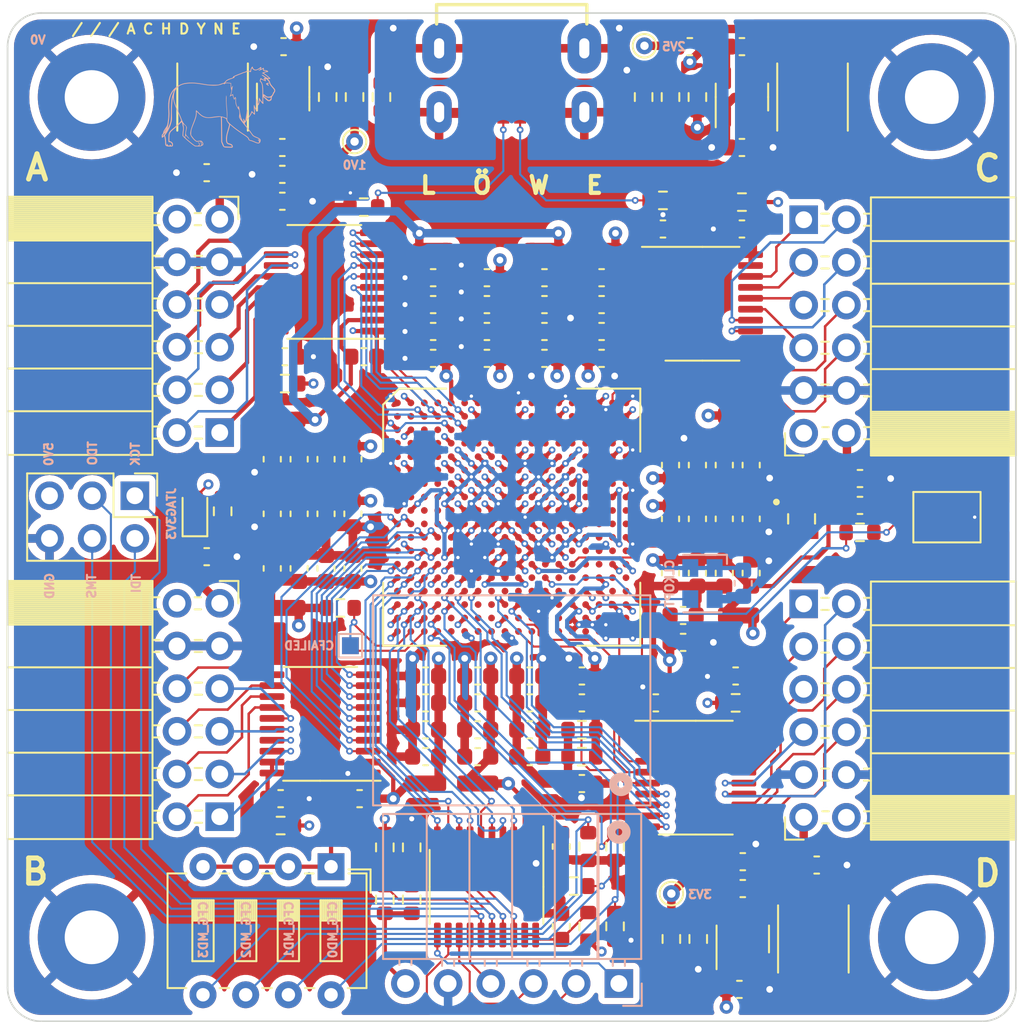
<source format=kicad_pcb>
(kicad_pcb (version 20211014) (generator pcbnew)
  (layers (0 "F.Cu" signal) (1 "In1.Cu" signal) (2 "In2.Cu" signal) (31 "B.Cu" signal) (34 "B.Paste" user) (35 "F.Paste" user) (36 "B.SilkS" user "B.Silkscreen") (37 "F.SilkS" user "F.Silkscreen") (38 "B.Mask" user) (39 "F.Mask" user) (44 "Edge.Cuts" user))
  (net 0 "")
  (net 1 "/PWR3V3")
  (net 2 "GND")
  (net 3 "/PWR1V0")
  (net 4 "/PWR2V5")
  (net 5 "/PWR5V0")
  (net 6 "/VDD_WA")
  (net 7 "/VDD_PLL")
  (net 8 "/VDD_NA")
  (net 9 "/CSPI_SCK")
  (net 10 "Net-(J1-PadA5)")
  (net 11 "Net-(J1-PadB5)")
  (net 12 "/CSPI_SS")
  (net 13 "/PMOD_A7")
  (net 14 "/PMOD_A8")
  (net 15 "/PMOD_A2")
  (net 16 "/PMOD_A9")
  (net 17 "/PMOD_A3")
  (net 18 "/PMOD_A10")
  (net 19 "/PMOD_A4")
  (net 20 "/PMOD_A1")
  (net 21 "/CDONE")
  (net 22 "/VDD_NB")
  (net 23 "/VDD_EB")
  (net 24 "/VDD_EA")
  (net 25 "/VDD_SB")
  (net 26 "/VDD_SA")
  (net 29 "/VDD_WC")
  (net 31 "/VDD_WB")
  (net 36 "Net-(L3-Pad1)")
  (net 37 "Net-(L1-Pad1)")
  (net 38 "Net-(L2-Pad1)")
  (net 39 "/PMOD_A1C")
  (net 40 "/PMOD_A2C")
  (net 41 "/PMOD_A3C")
  (net 42 "/PMOD_A4C")
  (net 43 "/PMOD_A7C")
  (net 44 "/PMOD_A8C")
  (net 45 "/PMOD_A9C")
  (net 46 "/PMOD_A10C")
  (net 47 "/CFAILED")
  (net 48 "/JTAG_TCK")
  (net 49 "/JTAG_TMS")
  (net 50 "/JTAG_TDI")
  (net 51 "/JTAG_TDO")
  (net 97 "/RESETN")
  (net 99 "/JTAGC_TCK")
  (net 100 "/JTAGC_TDI")
  (net 102 "/JTAGC_TDO")
  (net 103 "/JTAGC_TMS")
  (net 122 "/CLK48")
  (net 123 "Net-(C64-Pad1)")
  (net 125 "/CSPIC_SS")
  (net 126 "/CSPIC_MOSI")
  (net 127 "/CSPIC_MISO")
  (net 128 "/CSPIC_SCK")
  (net 129 "/CSPI_MISO")
  (net 130 "/CSPI_MOSI")
  (net 131 "Net-(D1-Pad1)")
  (net 132 "/LED")
  (net 133 "/CFG_MD0")
  (net 134 "/CFG_MD1")
  (net 135 "/CFG_MD2")
  (net 136 "/CFG_MD3")
  (net 137 "Net-(C77-Pad2)")
  (net 138 "Net-(C76-Pad2)")
  (net 139 "Net-(C75-Pad2)")
  (net 140 "Net-(C67-Pad1)")
  (net 141 "Net-(C66-Pad1)")
  (net 142 "Net-(C65-Pad1)")
  (net 143 "Net-(C53-Pad1)")
  (net 144 "/PMOD_D1C")
  (net 145 "/PMOD_D2C")
  (net 146 "/PMOD_D3C")
  (net 147 "/PMOD_D4C")
  (net 148 "/PMOD_D7C")
  (net 149 "/PMOD_D8C")
  (net 150 "/PMOD_D9C")
  (net 151 "/PMOD_D10C")
  (net 152 "/PMOD_B1C")
  (net 153 "/PMOD_B2C")
  (net 154 "/PMOD_B3C")
  (net 155 "/PMOD_B4C")
  (net 156 "/PMOD_B7C")
  (net 157 "/PMOD_B8C")
  (net 158 "/PMOD_B9C")
  (net 159 "/PMOD_B10C")
  (net 160 "/PMOD_C1C")
  (net 161 "/PMOD_C2C")
  (net 162 "/PMOD_C3C")
  (net 163 "/PMOD_C4C")
  (net 164 "/PMOD_C7C")
  (net 165 "/PMOD_C8C")
  (net 166 "/PMOD_C9C")
  (net 167 "/PMOD_C10C")
  (net 168 "/PMOD_B1")
  (net 169 "/PMOD_B2")
  (net 170 "/PMOD_B3")
  (net 171 "/PMOD_B4")
  (net 172 "/PMOD_B7")
  (net 173 "/PMOD_B8")
  (net 174 "/PMOD_B9")
  (net 175 "/PMOD_B10")
  (net 176 "/PMOD_C1")
  (net 177 "/PMOD_C2")
  (net 178 "/PMOD_C3")
  (net 179 "/PMOD_C4")
  (net 180 "/PMOD_C7")
  (net 181 "/PMOD_C8")
  (net 182 "/PMOD_C9")
  (net 183 "/PMOD_C10")
  (net 184 "/PMOD_D1")
  (net 185 "/PMOD_D2")
  (net 186 "/PMOD_D3")
  (net 187 "/PMOD_D4")
  (net 188 "/PMOD_D7")
  (net 189 "/PMOD_D8")
  (net 190 "/PMOD_D9")
  (net 191 "/PMOD_D10")
  (net 226 "/CLKOPT")
  (net 247 "Net-(FB3-Pad2)")
  (footprint "LD-CONNECTORS:LD-NETTIE-0603" (layer "F.Cu") (at 135.35 114.15)
    (fp_text reference "R13" hide)
    (fp_text value "0R" hide)
  )
  (footprint "Resistor_SMD:R_0603_1608Metric" (layer "F.Cu") (at 143.7 111.25 180)
    (fp_text reference "R22" hide)
    (fp_text value "200K" hide)
  )
  (footprint "Resistor_SMD:R_0603_1608Metric" (layer "F.Cu") (at 139 111.15)
    (fp_text reference "R2" hide)
    (fp_text value "5K1" hide)
  )
  (footprint "LD-PMOD:PMOD_2x06_HOST" (layer "F.Cu") (at 147.375 125 180)
    (fp_text reference "PMOD3" hide)
    (fp_text value "PMOD-Device-x2-Type-1A-GPIO" hide)
  )
  (footprint "Resistor_SMD:R_0603_1608Metric" (layer "F.Cu") (at 143.325 141.05)
    (fp_text reference "R20" hide)
    (fp_text value "200K" hide)
  )
  (footprint "LD-CONNECTORS:LD-NETTIE-0603" (layer "F.Cu") (at 116.5 135.4)
    (fp_text reference "R19" hide)
    (fp_text value "0R" hide)
  )
  (footprint "Capacitor_SMD:C_0603_1608Metric" (layer "F.Cu") (at 120.95 146.75 180)
    (fp_text reference "C69" hide)
    (fp_text value "100nF" hide)
  )
  (footprint "Capacitor_SMD:C_0603_1608Metric" (layer "F.Cu") (at 134.175 141.05)
    (fp_text reference "C12" hide)
    (fp_text value "2.2uF" hide)
  )
  (footprint "Capacitor_SMD:C_0603_1608Metric" (layer "F.Cu") (at 134.175 139.45)
    (fp_text reference "C7" hide)
    (fp_text value "100nF" hide)
  )
  (footprint "Capacitor_SMD:C_0603_1608Metric" (layer "F.Cu") (at 134.175 145.85 180)
    (fp_text reference "C20" hide)
    (fp_text value "100nF" hide)
  )
  (footprint "Capacitor_SMD:C_0603_1608Metric" (layer "F.Cu") (at 148.15 150.7)
    (fp_text reference "C82" hide)
    (fp_text value "10uF" hide)
  )
  (footprint "Capacitor_SMD:C_0603_1608Metric" (layer "F.Cu") (at 150.725 127.7)
    (fp_text reference "C84" hide)
    (fp_text value "10uF" hide)
  )
  (footprint "Capacitor_SMD:C_0603_1608Metric" (layer "F.Cu") (at 116.425 102 180)
    (fp_text reference "C74" hide)
    (fp_text value "4.7uF" hide)
  )
  (footprint "Resistor_SMD:R_0603_1608Metric" (layer "F.Cu") (at 119.8 135.4)
    (fp_text reference "R1" hide)
    (fp_text value "4K7" hide)
  )
  (footprint "Capacitor_SMD:C_0603_1608Metric" (layer "F.Cu") (at 131.95 115.75 180)
    (fp_text reference "C28" hide)
    (fp_text value "2.2uF" hide)
  )
  (footprint "TestPoint:TestPoint_THTPad_D1.0mm_Drill0.5mm" (layer "F.Cu") (at 139.5 152.4)
    (fp_text reference "TP1" hide)
    (fp_text value "TP_PWR3V3" hide)
  )
  (footprint "Capacitor_SMD:C_0603_1608Metric" (layer "F.Cu") (at 131.075 139.45 180)
    (fp_text reference "C25" hide)
    (fp_text value "10nF" hide)
  )
  (footprint "Capacitor_SMD:C_0603_1608Metric" (layer "F.Cu") (at 131.95 120.55)
    (fp_text reference "C34" hide)
    (fp_text value "10nF" hide)
  )
  (footprint "Resistor_SMD:R_0603_1608Metric" (layer "F.Cu") (at 137.85 105 -90)
    (fp_text reference "FB3" hide)
    (fp_text value "Ferrite_Bead" hide)
  )
  (footprint "Capacitor_SMD:C_0603_1608Metric" (layer "F.Cu") (at 135.35 120.55 180)
    (fp_text reference "C42" hide)
    (fp_text value "10nF" hide)
  )
  (footprint "Capacitor_SMD:C_0603_1608Metric" (layer "F.Cu") (at 116.35 109.6 180)
    (fp_text reference "C81" hide)
    (fp_text value "22uF" hide)
  )
  (footprint "Capacitor_SMD:C_0603_1608Metric" (layer "F.Cu") (at 117.35 129.8 90)
    (fp_text reference "C5" hide)
    (fp_text value "470nF" hide)
  )
  (footprint "Capacitor_SMD:C_0603_1608Metric" (layer "F.Cu") (at 140.2 137.45 180)
    (fp_text reference "C16" hide)
    (fp_text value "2.2uF" hide)
  )
  (footprint "Capacitor_SMD:C_0603_1608Metric" (layer "F.Cu") (at 141.05 133.325 90)
    (fp_text reference "C49" hide)
    (fp_text value "100nF" hide)
  )
  (footprint "Capacitor_SMD:C_0603_1608Metric" (layer "F.Cu") (at 143.7 108)
    (fp_text reference "C73" hide)
    (fp_text value "4.7uF" hide)
  )
  (footprint "Capacitor_SMD:C_0603_1608Metric" (layer "F.Cu") (at 125.325 115.75)
    (fp_text reference "C27" hide)
    (fp_text value "2.2uF" hide)
  )
  (footprint "Capacitor_SMD:C_0603_1608Metric" (layer "F.Cu") (at 124.875 144.25)
    (fp_text reference "C3" hide)
    (fp_text value "2.2uF" hide)
  )
  (footprint "Capacitor_SMD:C_0603_1608Metric" (layer "F.Cu") (at 127.975 142.65)
    (fp_text reference "C48" hide)
    (fp_text value "470nF" hide)
  )
  (footprint "Resistor_SMD:R_0603_1608Metric" (layer "F.Cu") (at 141.05 105 -90)
    (fp_text reference "R27" hide)
    (fp_text value "47K" hide)
  )
  (footprint "Package_SO:TSSOP-20_4.4x6.5mm_P0.65mm" (layer "F.Cu") (at 118.6 142.3 180)
    (fp_text reference "U5" hide)
    (fp_text value "LSF0108PWR" hide)
  )
  (footprint "Inductor_SMD:L_Taiyo-Yuden_MD-4040" (layer "F.Cu") (at 112.2 105 -90)
    (fp_text reference "L3" hide)
    (fp_text value "2.2uH" hide)
  )
  (footprint "Capacitor_SMD:C_0603_1608Metric" (layer "F.Cu") (at 116.25 146.75)
    (fp_text reference "C65" hide)
    (fp_text value "100nF" hide)
  )
  (footprint "Capacitor_SMD:C_0603_1608Metric" (layer "F.Cu") (at 131.075 141.05 180)
    (fp_text reference "C23" hide)
    (fp_text value "100nF" hide)
  )
  (footprint "Capacitor_SMD:C_0603_1608Metric" (layer "F.Cu") (at 118.95 126.55 90)
    (fp_text reference "C59" hide)
    (fp_text value "100nF" hide)
  )
  (footprint "Capacitor_SMD:C_0603_1608Metric" (layer "F.Cu") (at 141.05 126.9 -90)
    (fp_text reference "C41" hide)
    (fp_text value "100nF" hide)
  )
  (footprint "Capacitor_SMD:C_0603_1608Metric" (layer "F.Cu") (at 140.2 135.85 180)
    (fp_text reference "C8" hide)
    (fp_text value "100nF" hide)
  )
  (footprint "Resistor_SMD:R_0603_1608Metric" (layer "F.Cu") (at 141.1 155.1 -90)
    (fp_text reference "R25" hide)
    (fp_text value "44K2" hide)
  )
  (footprint "Resistor_SMD:R_0603_1608Metric" (layer "F.Cu") (at 133.7 151.95 180)
    (fp_text reference "R33" hide)
    (fp_text value "10K" hide)
  )
  (footprint "Capacitor_SMD:C_0603_1608Metric" (layer "F.Cu") (at 125.325 118.95)
    (fp_text reference "C31" hide)
    (fp_text value "100nF" hide)
  )
  (footprint "Capacitor_SMD:C_0603_1608Metric" (layer "F.Cu") (at 124.875 141.05)
    (fp_text reference "C11" hide)
    (fp_text value "100nF" hide)
  )
  (footprint "Resistor_SMD:R_0603_1608Metric" (layer "F.Cu") (at 136.15 154.35 -90)
    (fp_text reference "R32" hide)
    (fp_text value "10K" hide)
  )
  (footprint "MountingHole:MountingHole_3.2mm_M3_Pad" (layer "F.Cu") (at 105 155)
    (fp_text reference "H3" hide)
    (fp_text value "MountingHole_Pad" hide)
  )
  (footprint "Capacitor_SMD:C_0603_1608Metric" (layer "F.Cu") (at 124.875 142.65)
    (fp_text reference "C6" hide)
    (fp_text value "470nF" hide)
  )
  (footprint "Capacitor_SMD:C_0603_1608Metric" (layer "F.Cu") (at 139.45 130.1 90)
    (fp_text reference "C26" hide)
    (fp_text value "10nF" hide)
  )
  (footprint "LD-SWITCH:Button_2P_3x4mm" (layer "F.Cu") (at 155.9 130)
    (fp_text reference "SW2" hide)
    (fp_text value "SW_Push" hide)
  )
  (footprint "Resistor_SMD:R_0603_1608Metric" (layer "F.Cu") (at 120.65 105 90)
    (fp_text reference "R28" hide)
    (fp_text value "100K" hide)
  )
  (footprint "Capacitor_SMD:C_0603_1608Metric" (layer "F.Cu") (at 128.525 120.55)
    (fp_text reference "C13" hide)
    (fp_text value "10nF" hide)
  )
  (footprint "Capacitor_SMD:C_0603_1608Metric" (layer "F.Cu") (at 142.65 130.1 90)
    (fp_text reference "C22" hide)
    (fp_text value "470nF" hide)
  )
  (footprint "Package_BGA:BGA-324_15.0x15.0mm_Layout18x18_P0.8mm_Ball0.5mm_Pad0.4mm_NSMD" (layer "F.Cu") (at 130 130)
    (fp_text reference "U1" hide)
    (fp_text value "CCGM1A1" hide)
  )
  (footprint "TestPoint:TestPoint_THTPad_D1.0mm_Drill0.5mm" (layer "F.Cu") (at 120.65 107.65)
    (fp_text reference "TP3" hide)
    (fp_text value "TP_PWR1V0" hide)
  )
  (footprint "Capacitor_SMD:C_0603_1608Metric" (layer "F.Cu") (at 128.525 115.75)
    (fp_text reference "C1" hide)
    (fp_text value "2.2uF" hide)
  )
  (footprint "Capacitor_SMD:C_0603_1608Metric" (layer "F.Cu") (at 127.975 139.45)
    (fp_text reference "C52" hide)
    (fp_text value "10nF" hide)
  )
  (footprint "Package_SO:TSSOP-20_4.4x6.5mm_P0.65mm" (layer "F.Cu") (at 140.95 145.5)
    (fp_text reference "U7" hide)
    (fp_text value "LSF0108PWR" hide)
  )
  (footprint "Capacitor_SMD:C_0603_1608Metric" (layer "F.Cu") (at 127.975 141.05)
    (fp_text reference "C50" hide)
    (fp_text value "100nF" hide)
  )
  (footprint "LD-PMOD:PMOD_2x06_HOST" (layer "F.Cu") (at 112.625 135.125)
    (fp_text reference "PMOD2" hide)
    (fp_text value "PMOD-Device-x2-Type-1A-GPIO" hide)
  )
  (footprint "Resistor_SMD:R_0603_1608Metric" (layer "F.Cu") (at 134.175 142.65 180)
    (fp_text reference "FB1" hide)
    (fp_text value "CBM160808U501T" hide)
  )
  (footprint "Package_SO:TSSOP-20_4.4x6.5mm_P0.65mm" (layer "F.Cu") (at 141.35 117.3)
    (fp_text reference "U6" hide)
    (fp_text value "LSF0108PWR" hide)
  )
  (footprint "Resistor_SMD:R_0603_1608Metric" (layer "F.Cu") (at 139.45 105 -90)
    (fp_text reference "R26" hide)
    (fp_text value "150K" hide)
  )
  (footprint "Connector_PinHeader_2.54mm:PinHeader_2x03_P2.54mm_Vertical" (layer "F.Cu") (at 107.575 128.725 -90)
    (fp_text reference "J3" hide)
    (fp_text value "JTAG" hide)
  )
  (footprint "Resistor_SMD:R_0603_1608Metric" (layer "F.Cu") (at 122.25 105 -90)
    (fp_text reference "FB4" hide)
    (fp_text value "Ferrite_Bead" hide)
  )
  (footprint "Capacitor_SMD:C_0603_1608Metric" (layer "F.Cu") (at 115.75 133.05 -90)
    (fp_text reference "C56" hide)
    (fp_text value "2.2uF" hide)
  )
  (footprint "Capacitor_SMD:C_0603_1608Metric" (layer "F.Cu") (at 118.95 129.8 90)
    (fp_text reference "C10" hide)
    (fp_text value "100nF" hide)
  )
  (footprint "Capacitor_SMD:C_0603_1608Metric" (layer "F.Cu") (at 143.7 112.85 180)
    (fp_text reference "C66" hide)
    (fp_text value "100nF" hide)
  )
  (footprint "Capacitor_SMD:C_0603_1608Metric" (layer "F.Cu") (at 125.325 117.35)
    (fp_text reference "C29" hide)
    (fp_text value "470nF" hide)
  )
  (footprint "Capacitor_SMD:C_0603_1608Metric" (layer "F.Cu") (at 132.95 154.35 90)
    (fp_text reference "C53" hide)
    (fp_text value "100nF" hide)
  )
  (footprint "Capacitor_SMD:C_0603_1608Metric" (layer "F.Cu") (at 124.875 139.45)
    (fp_text reference "C15" hide)
    (fp_text value "10nF" hide)
  )
  (footprint "Resistor_SMD:R_0603_1608Metric" (layer "F.Cu") (at 116.25 148.35 180)
    (fp_text reference "R21" hide)
    (fp_text value "200K" hide)
  )
  (footprint "Capacitor_SMD:C_0603_1608Metric" (layer "F.Cu") (at 144.25 133.325 -90)
    (fp_text reference "C45" hide)
    (fp_text value "2.2uF" hide)
  )
  (footprint "LD-CONNECTORS:GCT_USB4125-GF-A_REVA_BIGPADS" (layer "F.Cu") (at 130 105.9 180)
    (fp_text reference "J1" hide)
    (fp_text value "USB_C_Receptacle_PowerOnly_6P" hide)
  )
  (footprint "Resistor_SMD:R_0603_1608Metric" (layer "F.Cu") (at 136.15 149.6 -90)
    (fp_text reference "R34" hide)
    (fp_text value "10K" hide)
  )
  (footprint "LD-CONNECTORS:LD-NETTIE-0603" (layer "F.Cu") (at 127.975 145.85)
    (fp_text reference "R17" hide)
    (fp_text value "0R" hide)
  )
  (footprint "Capacitor_SMD:C_0603_1608Metric" (layer "F.Cu") (at 116.35 111.2)
    (fp_text reference "C80" hide)
    (fp_text value "22uF" hide)
  )
  (footprint "Capacitor_SMD:C_0603_1608Metric" (layer "F.Cu") (at 143.325 139.45 180)
    (fp_text reference "C64" hide)
    (fp_text value "100nF" hide)
  )
  (footprint "Package_SO:TSSOP-20_4.4x6.5mm_P0.65mm" (layer "F.Cu") (at 128.5 152 -90)
    (fp_text reference "U2" hide)
    (fp_text value "LSF0108PWR" hide)
  )
  (footprint "TestPoint:TestPoint_THTPad_D1.0mm_Drill0.5mm" (layer "F.Cu") (at 137.9 101.95)
    (fp_text reference "TP2" hide)
    (fp_text value "TP_PWR2V5" hide)
  )
  (footprint "Capacitor_SMD:C_0603_1608Metric" (layer "F.Cu") (at 111.85 109.5 180)
    (fp_text reference "C85" hide)
    (fp_text value "10uF" hide)
  )
  (footprint "Capacitor_SMD:C_0603_1608Metric" (layer "F.Cu") (at 120.55 129.8 90)
    (fp_text reference "C14" hide)
    (fp_text value "10nF" hide)
  )
  (footprint "LD-CONNECTORS:LD-NETTIE-0603" (layer "F.Cu") (at 143.5 135.85)
    (fp_text reference "R16" hide)
    (fp_text value "0R" hide)
  )
  (footprint "LD-CRYSTALS:OSC_KC2016Z13.5600C1KX00" (layer "F.Cu") (at 147.25 130.1)
    (fp_text reference "Y1" hide)
    (fp_text value "KC2016Z48" hide)
  )
  (footprint "Capacitor_SMD:C_0603_1608Metric" (layer "F.Cu") (at 138.575 141.05 180)
    (fp_text reference "C68" hide)
    (fp_text value "100nF" hide)
  )
  (footprint "Inductor_SMD:L_Taiyo-Yuden_MD-4040" (layer "F.Cu") (at 147.9 105 90)
    (fp_text reference "L2" hide)
    (fp_text value "2.2uH" hide)
  )
  (footprint "Capacitor_SMD:C_0603_1608Metric" (layer "F.Cu") (at 125.325 120.55)
    (fp_text reference "C33" hide)
    (fp_text value "10nF" hide)
  )
  (footprint "Capacitor_SMD:C_0603_1608Metric" (layer "F.Cu") (at 143.75 152.1 180)
    (fp_text reference "C75" hide)
    (fp_text value "10pF" hide)
  )
  (footprint "Capacitor_SMD:C_0603_1608Metric" (layer "F.Cu") (at 121.2 120.45)
    (fp_text reference "C71" hide)
    (fp_text value "100nF" hide)
  )
  (footprint "Resistor_SMD:R_0603_1608Metric" (layer "F.Cu") (at 121.2 111.55 180)
    (fp_text reference "R10" hide)
    (fp_text value "5K1" hide)
  )
  (footprint "Resistor_SMD:R_0603_1608Metric" (layer "F.Cu") (at 124.05 149.65 -90)
    (fp_text reference "R3" hide)
    (fp_text value "4K7" hide)
  )
  (footprint "Package_TO_SOT_SMD:SOT-23-6" (layer "F.Cu") (at 116.4 105 -90)
    (fp_text reference "U10" hide)
    (fp_text value "TLV62569DDC" hide)
  )
  (footprint "Capacitor_SMD:C_0603_1608Metric" (layer "F.Cu") (at 140.6 102)
    (fp_text reference "C79" hide)
    (fp_text value "10uF" hide)
  )
  (footprint "Capacitor_SMD:C_0603_1608Metric" (layer "F.Cu") (at 132.95 149.6 -90)
    (fp_text reference "C54" hide)
    (fp_text value "100nF" hide)
  )
  (footprint "LD-CONNECTORS:LD-NETTIE-0603" (layer "F.Cu") (at 125.325 114.15 180)
    (fp_text reference "R11" hide)
    (fp_text value "0R" hide)
  )
  (footprint "Capacitor_SMD:C_0603_1608Metric" (layer "F.Cu") (at 128.525 118.95)
    (fp_text reference "C9" hide)
    (fp_text value "100nF" hide)
  )
  (footprint "LD-CONNECTORS:LD-NETTIE-0603" (layer "F.Cu") (at 143.5 123.95 180)
    (fp_text reference "R14" hide)
    (fp_text value "0R" hide)
  )
  (footprint "Capacitor_SMD:C_0603_1608Metric" (layer "F.Cu") (at 141.05 130.1 90)
    (fp_text reference "C24" hide)
    (fp_text value "100nF" hide)
  )
  (footprint "LD-CONNECTORS:LD-NETTIE-0603" (layer "F.Cu") (at 116.5 124.2)
    (fp_text reference "R18" hide)
    (fp_text value "0R" hide)
  )
  (footprint "Capacitor_SMD:C_0603_1608Metric" (layer "F.Cu") (at 120.55 126.55 90)
    (fp_text reference "C61" hide)
    (fp_text value "10nF" hide)
  )
  (footprint "Resistor_SMD:R_0603_1608Metric" (layer "F.Cu") (at 134.55 149.6 -90)
    (fp_text reference "R35" hide)
    (fp_text value "10K" hide)
  )
  (footprint "Capacitor_SMD:C_0603_1608Metric" (layer "F.Cu") (at 142.65 126.9 -90)
    (fp_text reference "C39" hide)
    (fp_text value "470nF" hide)
  )
  (footprint "Inductor_SMD:L_Taiyo-Yuden_MD-4040" (layer "F.Cu") (at 147.95 155.1 90)
    (fp_text reference "L1" hide)
    (fp_text value "2.2uH" hide)
  )
  (footprint "TestPoint:TestPoint_Pad_1.0x1.0mm" (layer "F.Cu") (at 120.4 137.65)
    (fp_text reference "TP5" hide)
    (fp_text value "TP_DONE" hide)
  )
  (footprint "Package_TO_SOT_SMD:SOT-23-6" (layer "F.Cu") (at 143.7 105 90)
    (fp_text reference "U9" hide)
    (fp_text value "TLV62569DDC" hide)
  )
  (footprint "Resistor_SMD:R_0603_1608Metric" (layer "F.Cu") (at 112.8 129.65 90)
    (fp_text reference "R7" hide)
    (fp_text value "536R" hide)
  )
  (footprint "Capacitor_SMD:C_0603_1608Metric" (layer "F.Cu") (at 144.25 130.1 90)
    (fp_text reference "C19" hide)
    (fp_text value "2.2uF" hide)
  )
  (footprint "Capacitor_SMD:C_0603_1608Metric" (layer "F.Cu") (at 144.25 126.9 90)
    (fp_text reference "C37" hide)
    (fp_text value "2.2uF" hide)
  )
  (footprint "Capacitor_SMD:C_0603_1608Metric" (layer "F.Cu") (at 143.7 102 180)
    (fp_text reference "C76" hide)
    (fp_text value "10pF" hide)
  )
  (footprint "MountingHole:MountingHole_3.2mm_M3_Pad" (layer "F.Cu") (at 105 105)
    (fp_text reference "H1" hide)
    (fp_text value "MountingHole_Pad" hide)
  )
  (footprint "LD-CONNECTORS:LD-NETTIE-0603" (layer "F.Cu") (at 131.95 114.15)
    (fp_text reference "R12" hide)
    (fp_text value "0R" hide)
  )
  (footprint "MountingHole:MountingHole_3.2mm_M3_Pad" (layer "F.Cu") (at 155 105)
    (fp_text reference "H2" hide)
    (fp_text value "MountingHole_Pad" hide)
  )
  (footprint "Resistor_SMD:R_0603_1608Metric" (layer "F.Cu") (at 119.05 105 90)
    (fp_text reference "R29" hide)
    (fp_text value "150K" hide)
  )
  (footprint "Capacitor_SMD:C_0603_1608Metric" (layer "F.Cu") (at 117.35 133.05 -90)
    (fp_text reference "C58" hide)
    (fp_text value "470nF" hide)
  )
  (footprint "Resistor_SMD:R_0603_1608Metric" (layer "F.Cu") (at 139.5 155.1 -90)
    (fp_text reference "R24" hide)
    (fp_text value "200K" hide)
  )
  (footprint "Capacitor_SMD:C_0603_1608Metric" (layer "F.Cu") (at 135.35 118.95 180)
    (fp_text reference "C40" hide)
    (fp_text value "100nF" hide)
  )
  (footprint "Capacitor_SMD:C_0603_1608Metric" (layer "F.Cu") (at 115.75 129.8 90)
    (fp_text reference "C2" hide)
    (fp_text value "2.2uF" hide)
  )
  (footprint "Capacitor_SMD:C_0603_1608Metric" (layer "F.Cu") (at 135.35 115.75 180)
    (fp_text reference "C36" hide)
    (fp_text value "2.2uF" hide)
  )
  (footprint "Capacitor_SMD:C_0603_1608Metric" (layer "F.Cu") (at 139 112.85 180)
    (fp_text reference "C70" hide)
    (fp_text value "100nF" hide)
  )
  (footprint "Package_TO_SOT_SMD:SOT-23-6" (layer "F.Cu") (at 143.75 155.1 90)
    (fp_text reference "U8" hide)
    (fp_text value "TLV62569DDC" hide)
  )
  (footprint "LED_SMD:LED_0603_1608Metric" (layer "F.Cu") (at 111.15 129.65 90)
    (fp_text reference "D1" hide)
    (fp_text value "LED" hide)
  )
  (footprint "Capacitor_SMD:C_0603_1608Metric" (layer "F.Cu") (at 118.95 133.05 -90)
    (fp_text reference "C60" hide)
    (fp_text value "100nF" hide)
  )
  (footprint "LD-CONNECTORS:LD-NETTIE-0603" (layer "F.Cu") (at 124.875 145.85 180)
    (fp_text reference "R9" hide)
    (fp_text value "0R" hide)
  )
  (footprint "Capacitor_SMD:C_0603_1608Metric" (layer "F.Cu") (at 127.975 144.25)
    (fp_text reference "C46" hide)
    (fp_text value "2.2uF" hide)
  )
  (footprint "Capacitor_SMD:C_0603_1608Metric" (layer "F.Cu") (at 143.55 158.1)
    (fp_text reference "C72" hide)
    (fp_text value "4.7uF" hide)
  )
  (footprint "Capacitor_SMD:C_0603_1608Metric" (layer "F.Cu") (at 116.5 120.45)
    (fp_text reference "C67" hide)
    (fp_text value "100nF" hide)
  )
  (footprint "Capacitor_SMD:C_0603_1608Metric" (layer "F.Cu") (at 120.55 133.05 -90)
    (fp_text reference "C62" hide)
    (fp_text value "10nF" hide)
  )
  (footprint "Capacitor_SMD:C_0603_1608Metric" (layer "F.Cu") (at 115.75 126.55 90)
    (fp_text reference "C55" hide)
    (fp_text value "2.2uF" hide)
  )
  (footprint "Resistor_SMD:R_0603_1608Metric" (layer "F.Cu") (at 116.5 122.05 180)
    (fp_text reference "R23" hide)
    (fp_text value "200K" hide)
  )
  (footprint "Package_SO:TSSOP-20_4.4x6.5mm_P0.65mm" (layer "F.Cu") (at 118.85 116 180)
    (fp_text reference "U4" hide)
    (fp_text value "LSF0108PWR" hide)
  )
  (footprint "Capacitor_SMD:C_0603_1608Metric" (layer "F.Cu") (at 131.95 118.95 180)
    (fp_text reference "C32" hide)
    (fp_text value "100nF" hide)
  )
  (footprint "Capacitor_SMD:C_0603_1608Metric" (layer "F.Cu") (at 150.725 129.3)
    (fp_text reference "C17" hide)
    (fp_text value "100nF" hide)
  )
  (footprint "Capacitor_SMD:C_0603_1608Metric" (layer "F.Cu") (at 131.075 144.25 180)
    (fp_text reference "C18" hide)
    (fp_text value "2.2uF" hide)
  )
  (footprint "Capacitor_SMD:C_0603_1608Metric" (layer "F.Cu") (at 139.45 133.325 90)
    (fp_text reference "C51" hide)
    (fp_text value "10nF" hide)
  )
  (footprint "Resistor_SMD:R_0603_1608Metric" (layer "F.Cu") (at 122.45 152.75 90)
    (fp_text reference "R4" hide)
    (fp_text value "4K7" hide)
  )
  (footprint "Resistor_SMD:R_0603_1608Metric" (layer "F.Cu") (at 122.45 149.65 -90)
    (fp_text reference "R5" hide)
    (fp_text value "4K7" hide)
  )
  (footprint "Resistor_SMD:R_0603_1608Metric" (layer "F.Cu") (at 124.05 152.75 90)
    (fp_text reference "R8" hide)
    (fp_text value "4K7" hide)
  )
  (footprint "MountingHole:MountingHole_3.2mm_M3_Pad" (layer "F.Cu") (at 155 155)
    (fp_text reference "H4" hide)
    (fp_text value "MountingHole_Pad" hide)
  )
  (footprint "Capacitor_SMD:C_0603_1608Metric" (layer "F.Cu") (at 117.35 126.55 90)
    (fp_text reference "C57" hide)
    (fp_text value "470nF" hide)
  )
  (footprint "LD-PMOD:PMOD_2x06_HOST" (layer "F.Cu") (at 147.375 147.86 180)
    (fp_text reference "PMOD4" hide)
    (fp_text value "PMOD-Device-x2-Type-1A-GPIO" hide)
  )
  (footprint "Resistor_SMD:R_0603_1608Metric" (layer "F.Cu") (at 150.725 130.9)
    (fp_text reference "R6" hide)
    (fp_text value "10K" hide)
  )
  (footprint "Capacitor_SMD:C_0603_1608Metric" (layer "F.Cu") (at 143.75 150.5)
    (fp_text reference "C78" hide)
    (fp_text value "10uF" hide)
  )
  (footprint "Capacitor_SMD:C_0603_1608Metric" (layer "F.Cu") (at 131.95 117.35 180)
    (fp_text reference "C30" hide)
    (fp_text value "470nF" hide)
  )
  (footprint "LD-PMOD:PMOD_2x06_HOST" (layer "F.Cu") (at 112.625 112.265)
    (fp_text reference "PMOD1" hide)
    (fp_text value "PMOD-Device-x2-Type-1A-GPIO" hide)
  )
  (footprint "Capacitor_SMD:C_0603_1608Metric" (layer "F.Cu") (at 135.35 117.35 180)
    (fp_text reference "C38" hide)
    (fp_text value "470nF" hide)
  )
  (footprint "Capacitor_SMD:C_0603_1608Metric" (layer "F.Cu") (at 142.65 133.325 90)
    (fp_text reference "C47" hide)
    (fp_text value "470nF" hide)
  )
  (footprint "Capacitor_SMD:C_0603_1608Metric" (layer "F.Cu") (at 139.45 126.9 -90)
    (fp_text reference "C43" hide)
    (fp_text value "10nF" hide)
  )
  (footprint "Resistor_SMD:R_0603_1608Metric" (layer "F.Cu") (at 134.175 144.25 180)
    (fp_text reference "FB2" hide)
    (fp_text value "CBM160808U501T" hide)
  )
  (footprint "Capacitor_SMD:C_0603_1608Metric" (layer "F.Cu") (at 131.075 142.65 180)
    (fp_text reference "C21" hide)
    (fp_text value "470nF" hide)
  )
  (footprint "Button_Switch_THT:SW_DIP_SPSTx04_Slide_6.7x11.72mm_W7.62mm_P2.54mm_LowProfile" (layer "F.Cu") (at 119.25 150.8 -90)
    (fp_text reference "SW1" hide)
    (fp_text value "SW_DIP_x04" hide)
  )
  (footprint "Capacitor_SMD:C_0603_1608Metric" (layer "F.Cu") (at 128.525 117.35)
    (fp_text reference "C4" hide)
    (fp_text value "470nF" hide)
  )
  (footprint "Capacitor_SMD:C_0603_1608Metric" (layer "F.Cu") (at 116.35 108)
    (fp_text reference "C77" hide)
    (fp_text value "10pF" hide)
  )
  (footprint "Resistor_SMD:R_0603_1608Metric" (layer "F.Cu") (at 134.55 154.35 90)
    (fp_text reference "R15" hide)
    (fp_text value "200K" hide)
  )
  (footprint "Capacitor_SMD:C_0603_1608Metric" (layer "F.Cu") (at 111.85 132.35)
    (fp_text reference "C83" hide)
    (fp_text value "10uF" hide)
  )
  (footprint "Capacitor_SMD:C_0603_1608Metric" (layer "B.Cu") (at 143.775 133.935 -90)
    (fp_text reference "C35" hide)
    (fp_text value "10nF" hide)
  )
  (footprint "LD-MODULES:MMOD_Host_Socket" (layer "B.Cu") (at 123.675 157.75 -90)
    (fp_text reference "MMOD1" hide)
    (fp_text value "PMOD-Device-x1-Type-2-SPI" hide)
  )
  (footprint "TestPoint:TestPoint_Pad_1.0x1.0mm" (layer "B.Cu") (at 120.4 137.65 180)
    (fp_text reference "TP4" hide)
    (fp_text value "TP_CFAILED" hide)
  )
  (footprint "LD-LOGO:lion" (layer "B.Cu") (at 112.425491 105.598082 180)
    (fp_text reference "G***" hide)
    (fp_text value "LOGO" hide)
  )
  (footprint "Oscillator:Oscillator_SMD_Kyocera_KC2520Z-4Pin_2.5x2.0mm" (layer "B.Cu") (at 141.35 133.95 180)
    (fp_text reference "U3" hide)
    (fp_text value "OPTCLK" hide)
  )
  (footprint "LD-MODULES:LD-MMOD" (layer "B.Cu") (at 130 140.9 -90)
    (fp_text reference "REF**" hide)
    (fp_text value "LD-MMOD" hide)
  )
  (gr_line (start 160 102) (end 160 158) (layer "Edge.Cuts") (width 0.1))
  (gr_line (start 102 100) (end 158 100) (layer "Edge.Cuts") (width 0.1))
  (gr_line (start 158 160) (end 102 160) (layer "Edge.Cuts") (width 0.1))
  (gr_arc (start 102 160) (mid 100.585786 159.414214) (end 100 158) (layer "Edge.Cuts") (width 0.1))
  (gr_arc (start 158 100) (mid 159.414214 100.585786) (end 160 102) (layer "Edge.Cuts") (width 0.1))
  (gr_line (start 100 158) (end 100 102) (layer "Edge.Cuts") (width 0.1))
  (gr_arc (start 100 102) (mid 100.585786 100.585786) (end 102 100) (layer "Edge.Cuts") (width 0.1))
  (gr_arc (start 160 158) (mid 159.414214 159.414214) (end 158 160) (layer "Edge.Cuts") (width 0.1))
  (gr_text "1V0" (at 120.65 109.05) (layer "B.SilkS") (effects (font (size 0.5 0.5) (thickness 0.125)) (justify mirror)))
  (gr_text "TCK" (at 107.6 126.25 90) (layer "B.SilkS") (effects (font (size 0.5 0.5) (thickness 0.125)) (justify mirror)))
  (gr_text "CFAILED" (at 117.95 137.65) (layer "B.SilkS") (effects (font (size 0.5 0.5) (thickness 0.125)) (justify mirror)))
  (gr_text "CFG_MD1" (at 116.75 154.55 90) (layer "B.SilkS") (effects (font (size 0.5 0.5) (thickness 0.125)) (justify mirror)))
  (gr_text "TDI" (at 107.65 133.95 90) (layer "B.SilkS") (effects (font (size 0.5 0.5) (thickness 0.125)) (justify mirror)))
  (gr_text "2V5" (at 139.65 102) (layer "B.SilkS") (effects (font (size 0.5 0.5) (thickness 0.125)) (justify mirror)))
  (gr_text "CFG_MD2" (at 114.2 154.55 90) (layer "B.SilkS") (effects (font (size 0.5 0.5) (thickness 0.125)) (justify mirror)))
  (gr_text "CLKOPT" (at 139.4 133.95 90) (layer "B.SilkS") (effects (font (size 0.5 0.5) (thickness 0.125)) (justify mirror)))
  (gr_text "JTAG3V3" (at 109.75 129.8 90) (layer "B.SilkS") (effects (font (size 0.5 0.5) (thickness 0.125)) (justify mirror)))
  (gr_text "CFG_MD3" (at 111.65 154.55 90) (layer "B.SilkS") (effects (font (size 0.5 0.5) (thickness 0.125)) (justify mirror)))
  (gr_text "TDO" (at 105.05 126.2 90) (layer "B.SilkS") (effects (font (size 0.5 0.5) (thickness 0.125)) (justify mirror)))
  (gr_text "V0" (at 101.8 101.6) (layer "B.SilkS") (effects (font (size 0.5 0.5) (thickness 0.125)) (justify mirror)))
  (gr_text "CFG_MD0" (at 119.35 154.55 90) (layer "B.SilkS") (effects (font (size 0.5 0.5) (thickness 0.125)) (justify mirror)))
  (gr_text "GND" (at 102.5 134.1 90) (layer "B.SilkS") (effects (font (size 0.5 0.5) (thickness 0.125)) (justify mirror)))
  (gr_text "5V0" (at 102.45 126.25 90) (layer "B.SilkS") (effects (font (size 0.5 0.5) (thickness 0.125)) (justify mirror)))
  (gr_text "3V3" (at 141.2 152.45) (layer "B.SilkS") (effects (font (size 0.5 0.5) (thickness 0.125)) (justify mirror)))
  (gr_text "TMS" (at 105 134.1 90) (layer "B.SilkS") (effects (font (size 0.5 0.5) (thickness 0.125)) (justify mirror)))
  (gr_text "C" (at 158.3 109.25) (layer "F.SilkS") (effects (font (size 1.5 1.5) (thickness 0.3))))
  (gr_text "/ / / A C H D Y N E" (at 108.85 100.95) (layer "F.SilkS") (effects (font (size 0.6 0.6) (thickness 0.125))))
  (gr_text "D" (at 158.3 151.2) (layer "F.SilkS") (effects (font (size 1.5 1.5) (thickness 0.3))))
  (gr_text "L   Ö   W   E" (at 130 110.25) (layer "F.SilkS") (effects (font (size 1 1) (thickness 0.25))))
  (gr_text "B" (at 101.65 151.1) (layer "F.SilkS") (effects (font (size 1.5 1.5) (thickness 0.3))))
  (gr_text "A" (at 101.75 109.2) (layer "F.SilkS") (effects (font (size 1.5 1.5) (thickness 0.3))))
  (segment (start 117.325 122.05) (end 118.2 122.05) (width 0.25) (layer "F.Cu") (net 1))
  (segment (start 122.45 148.825) (end 122.45 147.95) (width 0.25) (layer "F.Cu") (net 1))
  (segment (start 142.975 150.5) (end 141.4 150.5) (width 0.5) (layer "F.Cu") (net 1))
  (segment (start 144.525 152.05) (end 142.975 150.5) (width 0.5) (layer "F.Cu") (net 1))
  (segment (start 144.525 152.1) (end 144.525 152.05) (width 0.5) (layer "F.Cu") (net 1))
  (segment (start 135.225 155.85) (end 134.55 155.175) (width 0.25) (layer "F.Cu") (net 1))
  (segment (start 111.075 132.35) (end 111.075 133.575) (width 0.5) (layer "F.Cu") (net 1))
  (segment (start 123.675 157.75) (end 122.45 156.525) (width 0.25) (layer "F.Cu") (net 1))
  (segment (start 111.075 133.575) (end 112.625 135.125) (width 0.5) (layer "F.Cu") (net 1))
  (segment (start 141.4 150.5) (end 139.5 152.4) (width 0.5) (layer "F.Cu") (net 1))
  (segment (start 149.95 127.7) (end 149.95 125.035) (width 0.5) (layer "F.Cu") (net 1))
  (segment (start 112.625 109.5) (end 112.625 112.265) (width 0.5) (layer "F.Cu") (net 1))
  (segment (start 147.375 147.86) (end 147.375 150.7) (width 0.5) (layer "F.Cu") (net 1))
  (segment (start 135.35 155.85) (end 135.225 155.85) (width 0.25) (layer "F.Cu") (net 1))
  (segment (start 147.95 153.7) (end 146.125 153.7) (width 0.5) (layer "F.Cu") (net 1))
  (segment (start 122.45 156.525) (end 122.45 153.575) (width 0.25) (layer "F.Cu") (net 1))
  (segment (start 149.95 125.035) (end 149.915 125) (width 0.5) (layer "F.Cu") (net 1))
  (segment (start 146.125 153.7) (end 144.525 152.1) (width 0.5) (layer "F.Cu") (net 1))
  (segment (start 144.525 111.25) (end 145.85 111.25) (width 0.25) (layer "F.Cu") (net 1))
  (segment (start 139.5 154.275) (end 139.5 152.4) (width 0.5) (layer "F.Cu") (net 1))
  (segment (start 117.075 148.35) (end 117.95 148.35) (width 0.25) (layer "F.Cu") (net 1))
  (segment (start 142.5 141.05) (end 141.65 141.05) (width 0.25) (layer "F.Cu") (net 1))
  (segment (start 122.45 153.575) (end 124.05 153.575) (width 0.25) (layer "F.Cu") (net 1))
  (via (at 145.85 111.25) (size 0.6) (drill 0.3) (layers "F.Cu" "B.Cu") (net 1))
  (via (at 122.45 147.95) (size 0.6) (drill 0.3) (layers "F.Cu" "B.Cu") (net 1))
  (via (at 118.2 122.05) (size 0.6) (drill 0.3) (layers "F.Cu" "B.Cu") (net 1))
  (via (at 117.95 148.35) (size 0.6) (drill 0.3) (layers "F.Cu" "B.Cu") (net 1))
  (via (at 141.65 141.05) (size 0.6) (drill 0.3) (layers "F.Cu" "B.Cu") (net 1))
  (via (at 135.35 155.85) (size 0.6) (drill 0.3) (layers "F.Cu" "B.Cu") (net 1))
  (segment (start 132.875 151.95) (end 132.875 153.5) (width 0.5) (layer "F.Cu") (net 2))
  (segment (start 127.2 127.2) (end 126.8 126.8) (width 0.25) (layer "F.Cu") (net 2))
  (segment (start 119.05 104.175) (end 119.05 103.2) (width 0.5) (layer "F.Cu") (net 2))
  (segment (start 141.1 155.925) (end 141.1 156.9) (width 0.5) (layer "F.Cu") (net 2))
  (segment (start 123.2 127.2) (end 122.8 126.8) (width 0.25) (layer "F.Cu") (net 2))
  (segment (start 136.8 126.4) (end 137.2 126) (width 0.25) (layer "F.Cu") (net 2))
  (segment (start 133.6 136) (end 134 136.4) (width 0.25) (layer "F.Cu") (net 2))
  (segment (start 132.875 153.5) (end 132.95 153.575) (width 0.5) (layer "F.Cu") (net 2))
  (segment (start 132.95 150.375) (end 132.95 151.875) (width 0.5) (layer "F.Cu") (net 2))
  (segment (start 143.7 106.1375) (end 143.7 107.225) (width 0.5) (layer "F.Cu") (net 2))
  (segment (start 144.25 127.675) (end 145.35 127.675) (width 0.5) (layer "F.Cu") (net 2))
  (segment (start 124.55 117.35) (end 123.65 117.35) (width 0.5) (layer "F.Cu") (net 2))
  (segment (start 117.35 132.275) (end 118.95 132.275) (width 0.5) (layer "F.Cu") (net 2))
  (segment (start 131.2 135.2) (end 131.6 135.6) (width 0.25) (layer "F.Cu") (net 2))
  (segment (start 132.8 131.2) (end 133.2 131.6) (width 0.25) (layer "F.Cu") (net 2))
  (segment (start 148.925 150.7) (end 149.95 150.7) (width 0.5) (layer "F.Cu") (net 2))
  (segment (start 123.2 129.6) (end 123.6 129.2) (width 0.25) (layer "F.Cu") (net 2))
  (segment (start 142.65 130.875) (end 144.25 130.875) (width 0.5) (layer "F.Cu") (net 2))
  (segment (start 139.45 130.875) (end 141.05 130.875) (width 0.5) (layer "F.Cu") (net 2))
  (segment (start 123.2 123.2) (end 122.8 122.8) (width 0.25) (layer "F.Cu") (net 2))
  (segment (start 116.4 103.8625) (end 116.4 102.75) (width 0.5) (layer "F.Cu") (net 2))
  (segment (start 131.2 128) (end 130.8 128.4) (width 0.25) (layer "F.Cu") (net 2))
  (segment (start 124.1 139.45) (end 124.1 138.4) (width 0.5) (layer "F.Cu") (net 2))
  (segment (start 132 132.8) (end 132.4 132.4) (width 0.25) (layer "F.Cu") (net 2))
  (segment (start 136.125 120.55) (end 136.125 118.95) (width 0.5) (layer "F.Cu") (net 2))
  (segment (start 124.05 148.825) (end 124.05 147.95) (width 0.25) (layer "F.Cu") (net 2))
  (segment (start 126.4 129.6) (end 126 129.2) (width 0.25) (layer "F.Cu") (net 2))
  (segment (start 115.75 130.575) (end 115.75 132.275) (width 0.5) (layer "F.Cu") (net 2))
  (segment (start 143.75 157.525) (end 144.325 158.1) (width 0.5) (layer "F.Cu") (net 2))
  (segment (start 132.725 118.95) (end 132.725 118.925) (width 0.5) (layer "F.Cu") (net 2))
  (segment (start 136.125 117.35) (end 136.125 115.75) (width 0.5) (layer "F.Cu") (net 2))
  (segment (start 114.55 109.6) (end 115.575 109.6) (width 0.5) (layer "F.Cu") (net 2))
  (segment (start 142.65 134.1) (end 141.05 134.1) (width 0.5) (layer "F.Cu") (net 2))
  (segment (start 130.4 128.8) (end 130.8 128.4) (width 0.25) (layer "F.Cu") (net 2))
  (segment (start 120.55 130.575) (end 118.95 130.575) (width 0.5) (layer "F.Cu") (net 2))
  (segment (start 136.8 123.2) (end 137.2 122.8) (width 0.25) (layer "F.Cu") (net 2))
  (segment (start 127.75 115.75) (end 127 115) (width 0.5) (layer "F.Cu") (net 2))
  (segment (start 138.225 114.1125) (end 138.4875 114.375) (width 0.25) (layer "F.Cu") (net 2))
  (segment (start 131.425 149.1375) (end 131.425 150.575) (width 0.25) (layer "F.Cu") (net 2))
  (segment (start 144.25 130.875) (end 145.3 130.875) (width 0.5) (layer "F.Cu") (net 2))
  (segment (start 131.2 128) (end 131.6 127.6) (width 0.25) (layer "F.Cu") (net 2))
  (segment (start 132 128.8) (end 132.4 128.4) (width 0.25) (layer "F.Cu") (net 2))
  (segment (start 127.2 138.4) (end 127.2 139.45) (width 0.5) (layer "F.Cu") (net 2))
  (segment (start 133.2 129.2) (end 133.6 128.8) (width 0.25) (layer "F.Cu") (net 2))
  (segment (start 120.175 146.75) (end 120.175 145.325) (width 0.25) (layer "F.Cu") (net 2))
  (segment (start 127.25 105.98) (end 125.76 105.98) (width 0.5) (layer "F.Cu") (net 2))
  (segment (start 129.6 131.2) (end 129.2 131.6) (width 0.25) (layer "F.Cu") (net 2))
  (segment (start 120.175 145.325) (end 120.25 145.25) (width 0.25) (layer "F.Cu") (net 2))
  (segment (start 144.325 158.1) (end 145.35 158.1) (width 0.5) (layer "F.Cu") (net 2))
  (segment (start 126.8 130.8) (end 126.4 131.2) (width 0.25) (layer "F.Cu") (net 2))
  (segment (start 134.4 136) (end 134.8 136.4) (width 0.25) (layer "F.Cu") (net 2))
  (segment (start 135.2 134.4) (end 135.6 134.8) (width 0.25) (layer "F.Cu") (net 2))
  (segment (start 111.075 109.5) (end 110.05 109.5) (width 0.5) (layer "F.Cu") (net 2))
  (segment (start 128.8 128.8) (end 128.4 128.4) (width 0.25) (layer "F.Cu") (net 2))
  (segment (start 120.375 110.725) (end 120.4 110.7) (width 0.25) (layer "F.Cu") (net 2))
  (segment (start 132.725 118.925) (end 133.5 118.15) (width 0.5) (layer "F.Cu") (net 2))
  (segment (start 118.95 130.575) (end 117.35 130.575) (width 0.5) (layer "F.Cu") (net 2))
  (segment (start 120.575 118.925) (end 120.55 118.9) (width 0.25) (layer "F.Cu") (net 2))
  (segment (start 131.2 129.6) (end 130.8 130) (width 0.25) (layer "F.Cu") (net 2))
  (segment (start 132.8 129.6) (end 133.2 129.2) (width 0.25) (layer "F.Cu") (net 2))
  (segment (start 136 132.8) (end 136.4 133.2) (width 0.25) (layer "F.Cu") (net 2))
  (segment (start 131.2 131.2) (end 131.6 131.6) (width 0.25) (layer "F.Cu") (net 2))
  (segment (start 131.45 150.6) (end 132.725 150.6) (width 0.5) (layer "F.Cu") (net 2))
  (segment (start 127.2 141.05) (end 127.2 142.65) (width 0.5) (layer "F.Cu") (net 2))
  (segment (start 132.725 117.35) (end 132.725 117.375) (width 0.5) (layer "F.Cu") (net 2))
  (segment (start 128.8 130.4) (end 128.4 130.8) (width 0.25) (layer "F.Cu") (net 2))
  (segment (start 130.4 130.4) (end 130.8 130) (width 0.25) (layer "F.Cu") (net 2))
  (segment (start 140.975 135.85) (end 140.975 137.45) (width 0.5) (layer "F.Cu") (net 2))
  (segment (start 131.6 127.6) (end 132 127.2) (width 0.25) (layer "F.Cu") (net 2))
  (segment (start 128 123.2) (end 127.6 122.8) (width 0.25) (layer "F.Cu") (net 2))
  (segment (start 127.2 127.2) (end 127.6 127.6) (width 0.25) (layer "F.Cu") (net 2))
  (segment (start 118.95 132.275) (end 120.55 132.275) (width 0.5) (layer "F.Cu") (net 2))
  (segment (start 127.2 130.4) (end 126.8 130.8) (width 0.25) (layer "F.Cu") (net 2))
  (segment (start 130.4 130.4) (end 131.2 131.2) (width 0.25) (layer "F.Cu") (net 2))
  (segment (start 138.225 112.85) (end 138.225 114.1125) (width 0.25) (layer "F.Cu") (net 2))
  (segment (start 128 132.8) (end 128.4 132.4) (width 0.25) (layer "F.Cu") (net 2))
  (segment (start 113.65 132.35) (end 112.625 132.35) (width 0.5) (layer "F.Cu") (net 2))
  (segment (start 118.95 130.575) (end 118.95 132.275) (width 0.5) (layer "F.Cu") (net 2))
  (segment (start 137.8 141.05) (end 137.8 142.2875) (width 0.25) (layer "F.Cu") (net 2))
  (segment (start 127.7 120.55) (end 127 119.85) (width 0.5) (layer "F.Cu") (net 2))
  (segment (start 120.375 111.55) (end 120.375 110.725) (width 0.25) (layer "F.Cu") (net 2))
  (segment (start 141.675 139.45) (end 141.65 139.475) (width 0.25) (layer "F.Cu") (net 2))
  (segment (start 127.2 142.65) (end 127.2 144.25) (width 0.5) (layer "F.Cu") (net 2))
  (segment (start 141.05 126.125) (end 141.05 126.1) (width 0.5) (layer "F.Cu") (net 2))
  (segment (start 130.8 126.8) (end 131.2 126.4) (width 0.25) (layer "F.Cu") (net 2))
  (segment (start 140.975 134.175) (end 141.05 134.1) (width 0.5) (layer "F.Cu") (net 2))
  (segment (start 128 129.6) (end 127.6 129.2) (width 0.25) (layer "F.Cu") (net 2))
  (segment (start 132.725 117.35) (end 132.725 115.75) (width 0.5) (layer "F.Cu") (net 2))
  (segment (start 120.55 127.325) (end 118.95 127.325) (width 0.5) (layer "F.Cu") (net 2))
  (segment (start 131.425 150.575) (end 131.45 150.6) (width 0.25) (layer "F.Cu") (net 2))
  (segment (start 125.76 105.98) (end 125.68 105.9) (width 0.5) (layer "F.Cu") (net 2))
  (segment (start 151.5 127.7) (end 151.5 129.3) (width 0.5) (layer "F.Cu") (net 2))
  (segment (start 124.1 142.65) (end 124.1 144.25) (width 0.5) (layer "F.Cu") (net 2))
  (segment (start 128.4 126.8) (end 128 126.4) (width 0.25) (layer "F.Cu") (net 2))
  (segment (start 131.85 139.45) (end 131.85 138.4) (width 0.5) (layer "F.Cu") (net 2))
  (segment (start 141.05 130.875) (end 142.65 130.875) (width 0.5) (layer "F.Cu") (net 2))
  (segment (start 133.6 136.8) (end 134 136.4) (width 0.25) (layer "F.Cu") (net 2))
  (segment (start 117.35 130.575) (end 117.35 132.275) (width 0.5) (layer "F.Cu") (net 2))
  (segment (start 128.8 130.4) (end 129.2 130) (width 0.25) (layer "F.Cu") (net 2))
  (segment (start 129.6 128) (end 128.8 127.2) (width 0.25) (layer "F.Cu") (net 2))
  (segment (start 139.825 111.175) (end 139 112) (width 0.25) (layer "F.Cu") (net 2))
  (segment (start 135.2 136) (end 135.6 136.4) (width 0.25) (layer "F.Cu") (net 2))
  (segment (start 132 134.4) (end 132.4 134.8) (width 0.25) (layer "F.Cu") (net 2))
  (segment (start 134.95 145.9) (end 134.15 146.7) (width 0.5) (layer "F.Cu") (net 2))
  (segment (start 142.925 112.85) (end 142 112.85) (width 0.25) (layer "F.Cu") (net 2))
  (segment (start 141.375 102.125) (end 140.6 102.9) (width 0.5) (layer "F.Cu") (net 2))
  (segment (start 132 127.2) (end 132.4 126.8) (width 0.25) (layer "F.Cu") (net 2))
  (segment (start 132.8 128) (end 133.2 127.6) (width 0.25) (layer "F.Cu") (net 2))
  (segment (start 139.825 111.15) (end 139.825 111.175) (width 0.25) (layer "F.Cu") (net 2))
  (segment (start 141.05 126.125) (end 142.65 126.125) (width 0.5) (layer "F.Cu") (net 2))
  (segment (start 142 137.45) (end 140.975 137.45) (width 0.5) (layer "F.Cu") (net 2))
  (segment (start 129.6 136.8) (end 130 137.2) (width 0.25) (layer "F.Cu") (net 2))
  (segment (start 139.45 126.1) (end 140.25 125.3) (width 0.5) (layer "F.Cu") (net 2))
  (segment (start 118.95 127.325) (end 117.35 127.325) (width 0.5) (layer "F.Cu") (net 2))
  (segment (start 116.4 102.75) (end 115.65 102) (width 0.5) (layer "F.Cu") (net 2))
  (segment (start 139.45 126.125) (end 139.45 126.1) (width 0.5) (layer "F.Cu") (net 2))
  (segment (start 121.7125 118.925) (end 120.575 118.925) (width 0.25) (layer "F.Cu") (net 2))
  (segment (start 144.525 150.5) (end 144.525 149.45) (width 0.5) (layer "F.Cu") (net 2))
  (segment (start 128 128) (end 127.6 127.6) (width 0.25) (layer "F.Cu") (net 2))
  (segment (start 121.4625 145.225) (end 120.275 145.225) (width 0.25) (layer "F.Cu") (net 2))
  (segment (start 132.95 151.875) (end 132.875 151.95) (width 0.5) (layer "F.Cu") (net 2))
  (segment (start 131.85 142.65) (end 131.85 144.25) (width 0.5) (layer "F.Cu") (net 2))
  (segment (start 128 128) (end 128.4 128.4) (width 0.25) (layer "F.Cu") (net 2))
  (segment (start 120.55 130.575) (end 120.55 132.275) (width 0.5) (layer "F.Cu") (net 2))
  (segment (start 120.275 145.225) (end 120.25 145.25) (width 0.25) (layer "F.Cu") (net 2))
  (segment (start 129.6 133.6) (end 129.2 133.2) (width 0.25) (layer "F.Cu") (net 2))
  (segment (start 127.75 120.55) (end 127.7 120.55) (width 0.5) (layer "F.Cu") (net 2))
  (segment (start 143.7 107.225) (end 144.475 108) (width 0.5) (layer "F.Cu") (net 2))
  (segment (start 117.35 127.325) (end 115.75 127.325) (width 0.5) (layer "F.Cu") (net 2))
  (segment (start 120.825 132) (end 123.2 132) (width 0.25) (layer "F.Cu") (net 2))
  (segment (start 132.75 105.98) (end 134.24 105.98) (width 0.5) (layer "F.Cu") (net 2))
  (segment (start 118.15 111.2) (end 117.125 111.2) (width 0.5) (layer "F.Cu") (net 2))
  (segment (start 129.6 129.6) (end 129.2 130) (width 0.25) (layer "F.Cu") (net 2))
  (segment (start 127.2 132) (end 126.8 132.4) (width 0.25) (layer "F.Cu") (net 2))
  (segment (start 128.8 128.8) (end 129.2 129.2) (width 0.25) (layer "F.Cu") (net 2))
  (segment (start 140.975 135.85) (end 140.975 134.175) (width 0.5) (layer "F.Cu") (net 2))
  (segment (start 129.6 131.2) (end 130.4 132) (width 0.25) (layer "F.Cu") (net 2))
  (segment (start 158.4 130) (end 157.55 130) (width 0.125) (layer "F.Cu") (net 2))
  (segment (start 136.8 136.8) (end 137.2 137.2) (width 0.25) (layer "F.Cu") (net 2))
  (segment (start 128 132.8) (end 127.6 133.2) (width 0.25) (layer "F.Cu") (net 2))
  (segment (start 123.2 124.8) (end 122.8 124.4) (width 0.25) (layer "F.Cu") (net 2))
  (segment (start 120.55 132.275) (end 120.825 132) (width 0.25) (layer "F.Cu") (net 2))
  (segment (start 132 132) (end 132.4 132.4) (width 0.25) (layer "F.Cu") (net 2))
  (segment (start 126.8 126.8) (end 126.4 126.4) (width 0.25) (layer "F.Cu") (net 2))
  (segment (start 131.2 129.6) (end 131.6 129.2) (width 0.25) (layer "F.Cu") (net 2))
  (segment (start 146.525 130.875) (end 146.65 131) (width 0.25) (layer "F.Cu") (net 2))
  (segment (start 143.75 156.2375) (end 143.75 157.525) (width 0.5) (layer "F.Cu") (net 2))
  (segment (start 125.6 133.6) (end 125.2 134) (width 0.25) (layer "F.Cu") (net 2))
  (segment (start 136 135.2) (end 136.4 135.6) (width 0.25) (layer "F.Cu") (net 2))
  (segment (start 123.2 136.8) (end 122.8 137.2) (width 0.25) (layer "F.Cu") (net 2))
  (segment (start 132.725 150.6) (end 132.95 150.375) (width 0.5) (layer "F.Cu") (net 2))
  (segment (start 132.4 126.8) (end 132.8 126.4) (width 0.25) (layer "F.Cu") (net 2))
  (segment (start 129.6 129.6) (end 129.2 129.2) (width 0.25) (layer "F.Cu") (net 2))
  (segment (start 137.1 155.175) (end 136.15 155.175) (width 0.25) (layer "F.Cu") (net 2))
  (segment (start 121.975 120.45) (end 121.975 119.1875) (width 0.25) (layer "F.Cu") (net 2))
  (segment (start 139.45 134.1) (end 141.05 134.1) (width 0.5) (layer "F.Cu") (net 2))
  (segment (start 127.2 136.8) (end 127.6 137.2) (width 0.25) (layer "F.Cu") (net 2))
  (segment (start 115.75 132.275) (end 117.35 132.275) (width 0.5) (layer "F.Cu") (net 2))
  (segment (start 138.225 112.85) (end 138.225 112.775) (width 0.25) (layer "F.Cu") (net 2))
  (segment (start 120.55 130.575) (end 121.6 130.575) (width 0.5) (layer "F.Cu") (net 2))
  (segment (start 135.2 136.8) (end 135.6 137.2) (width 0.25) (layer "F.Cu") (net 2))
  (segment (start 124.55 115.75) (end 123.65 115.75) (width 0.5) (layer "F.Cu") (net 2))
  (segment (start 144.475 108) (end 145.55 108) (width 0.5) (layer "F.Cu") (net 2))
  (segment (start 130.4 123.2) (end 130.4 122.6) (width 0.25) (layer "F.Cu") (net 2))
  (segment (start 130.4 127.2) (end 130.8 126.8) (width 0.25) (layer "F.Cu") (net 2))
  (segment (start 127.75 118.95) (end 127 118.2) (width 0.5) (layer "F.Cu") (net 2))
  (segment (start 141.05 126.1) (end 140.25 125.3) (width 0.5) (layer "F.Cu") (net 2))
  (segment (start 136.8 131.2) (end 137.2 131.6) (width 0.25) (layer "F.Cu") (net 2))
  (segment (start 124.1 141.05) (end 124.1 142.65) (width 0.5) (layer "F.Cu") (net 2))
  (segment (start 134.55 150.425) (end 136.15 150.425) (width 0.5) (layer "F.Cu") (net 2))
  (segment (start 129.6 132.8) (end 129.2 133.2) (width 0.25) (layer "F.Cu") (net 2))
  (segment (start 132.95 150.375) (end 134.5 150.375) (width 0.5) (layer "F.Cu") (net 2))
  (segment (start 128.8 132) (end 128.4 132.4) (width 0.25) (layer "F.Cu") (net 2))
  (segment (start 137.8 142.2875) (end 138.0875 142.575) (width 0.25) (layer "F.Cu") (net 2))
  (segment (start 127.75 117.35) (end 127 116.6) (width 0.5) (layer "F.Cu") (net 2))
  (segment (start 136.125 120.55) (end 136.125 121.6) (width 0.5) (layer "F.Cu") (net 2))
  (segment (start 117.275 120.45) (end 118.2 120.45) (width 0.25) (layer "F.Cu") (net 2))
  (segment (start 145.25 132.55) (end 145.3 132.6) (width 0.5) (layer "F.Cu") (net 2))
  (segment (start 125.6 135.2) (end 125.2 135.6) (width 0.25) (layer "F.Cu") (net 2))
  (segment (start 138.225 112.775) (end 139 112) (width 0.25) (layer "F.Cu") (net 2))
  (segment (start 127.2 128.8) (end 126.8 128.4) (width 0.25) (layer "F.Cu") (net 2))
  (segment (start 132 130.4) (end 132.4 130.8) (width 0.25) (layer "F.Cu") (net 2))
  (segment (start 136.8 128.8) (end 137.2 128.4) (width 0.25) (layer "F.Cu") (net 2))
  (segment (start 124.55 118.95) (end 123.65 118.95) (width 0.5) (layer "F.Cu") (net 2))
  (segment (start 127.2 139.45) (end 127.2 141.05) (width 0.5) (layer "F.Cu") (net 2))
  (segment (start 133.6 130.4) (end 134 130.8) (width 0.25) (layer "F.Cu") (net 2))
  (segment (start 128 131.2) (end 127.6 131.6) (width 0.25) (layer "F.Cu") (net 2))
  (segment (start 128.8 127.2) (end 128.4 126.8) (width 0.25) (layer "F.Cu") (net 2))
  (segment (start 121.975 119.1875) (end 121.7125 118.925) (width 0.25) (layer "F.Cu") (net 2))
  (segment (start 134.5 150.375) (end 134.55 150.425) (width 0.5) (layer "F.Cu") (net 2))
  (segment (start 141.05 106.8) (end 141.05 105.825) (width 0.5) (layer "F.Cu") (net 2))
  (segment (start 144.25 132.55) (end 145.25 132.55) (width 0.5) (layer "F.Cu") (net 2))
  (segment (start 115.75 127.325) (end 114.7 127.325) (width 0.5) (layer "F.Cu") (net 2))
  (segment (start 131.175 120.55) (end 131.175 121.6) (width 0.5) (layer "F.Cu") (net 2))
  (segment (start 128 133.6) (end 127.6 133.2) (width 0.25) (layer "F.Cu") (net 2))
  (segment (start 117.35 130.575) (end 115.75 130.575) (width 0.5) (layer "F.Cu") (net 2))
  (segment (start 137.8 141.05) (end 137.8 140.1) (width 0.25) (layer "F.Cu") (net 2))
  (segment (start 114.65 102) (end 115.65 102) (width 0.5) (layer "F.Cu") (net 2))
  (segment (start 133.4 139.45) (end 133.4 141.05) (width 0.5) (layer "F.Cu") (net 2))
  (segment (start 133.4 139.45) (end 133.4 138.4) (width 0.5) (layer "F.Cu") (net 2))
  (segment (start 115.75 130.575) (end 114.7 130.575) (width 0.5) (layer "F.Cu") (net 2))
  (segment (start 133.2 127.6) (end 133.6 127.2) (width 0.25) (layer "F.Cu") (net 2))
  (segment (start 124.55 120.55) (end 123.65 120.55) (width 0.5) (layer "F.Cu") (net 2))
  (segment (start 132.8 128) (end 132.4 128.4) (width 0.25) (layer "F.Cu") (net 2))
  (segment (start 134.24 105.98) (end 134.32 105.9) (width 0.5) (layer "F.Cu") (net 2))
  (segment (start 136.125 118.95) (end 136.125 117.35) (width 0.5) (layer "F.Cu") (net 2))
  (segment (start 124.1 139.45) (end 124.1 141.05) (width 0.5) (layer "F.Cu") (net 2))
  (segment (start 132.8 123.2) (end 133.2 122.8) (width 0.25) (layer "F.Cu") (net 2))
  (segment (start 132.725 117.375) (end 133.5 118.15) (width 0.5) (layer "F.Cu") (net 2))
  (segment (start 134.95 145.85) (end 134.95 145.9) (width 0.5) (layer "F.Cu") (net 2))
  (segment (start 131.85 141.05) (end 131.85 142.65) (width 0.5) (layer "F.Cu") (net 2))
  (segment (start 135.2 132) (end 135.6 131.6) (width 0.25) (layer "F.Cu") (net 2))
  (segment (start 117.025 146.75) (end 117.95 146.75) (width 0.25) (layer "F.Cu") (net 2))
  (segment (start 145.3 130.875) (end 146.525 130.875) (width 0.25) (layer "F.Cu") (net 2))
  (segment (start 126.8 128.4) (end 126.4 128) (width 0.25) (layer "F.Cu") (net 2))
  (segment (start 142.55 139.45) (end 141.675 139.45) (width 0.25) (layer "F.Cu") (net 2))
  (segment (start 130.4 127.2) (end 129.6 126.4) (width 0.25) (layer "F.Cu") (net 2))
  (segment (start 131.85 139.45) (end 131.85 141.05) (width 0.5) (layer "F.Cu") (net 2))
  (segment (start 141.375 102) (end 141.375 102.125) (width 0.5) (layer "F.Cu") (net 2))
  (segment (start 135.2 124) (end 135.6 123.6) (width 0.25) (layer "F.Cu") (net 2))
  (segment (start 151.5 127.7) (end 152.55 127.7) (width 0.5) (layer "F.Cu") (net 2))
  (via (at 124.1 138.4) (size 0.8) (drill 0.4) (layers "F.Cu" "B.Cu") (net 2))
  (via (at 126.8 128.4) (size 0.4) (drill 0.2) (layers "F.Cu" "B.Cu") (net 2))
  (via (at 134 130.8) (size 0.4) (drill 0.2) (layers "F.Cu" "B.Cu") (net 2))
  (via (at 122.8 124.4) (size 0.4) (drill 0.2) (layers "F.Cu" "B.Cu") (net 2))
  (via (at 128.4 128.4) (size 0.4) (drill 0.2) (layers "F.Cu" "B.Cu") (net 2))
  (via (at 137.8 140.1) (size 0.6) (drill 0.3) (layers "F.Cu" "B.Cu") (net 2))
  (via (at 118.15 111.2) (size 0.8) (drill 0.4) (layers "F.Cu" "B.Cu") (net 2))
  (via (at 128.4 130.8) (size 0.4) (drill 0.2) (layers "F.Cu" "B.Cu") (net 2))
  (via (at 135.6 131.6) (size 0.4) (drill 0.2) (layers "F.Cu" "B.Cu") (net 2))
  (via (at 124.05 147.95) (size 0.6) (drill 0.3) (layers "F.Cu" "B.Cu") (net 2))
  (via (at 140.25 125.3) (size 0.8) (drill 0.4) (layers "F.Cu" "B.Cu") (net 2))
  (via (at 114.7 130.575) (size 0.8) (drill 0.4) (layers "F.Cu" "B.Cu") (net 2))
  (via (at 139 112) (size 0.6) (drill 0.3) (layers "F.Cu" "B.Cu") (net 2))
  (via (at 135.6 123.6) (size 0.4) (drill 0.2) (layers "F.Cu" "B.Cu") (net 2))
  (via (at 130 137.2) (size 0.4) (drill 0.2) (layers "F.Cu" "B.Cu") (net 2))
  (via (at 131.6 127.6) (size 0.4) (drill 0.2) (layers "F.Cu" "B.Cu") (net 2))
  (via (at 127.6 131.6) (size 0.4) (drill 0.2) (layers "F.Cu" "B.Cu") (net 2))
  (via (at 128.4 132.4) (size 0.4) (drill 0.2) (layers "F.Cu" "B.Cu") (net 2))
  (via (at 145.35 158.1) (size 0.8) (drill 0.4) (layers "F.Cu" "B.Cu") (net 2))
  (via (at 127.2 138.4) (size 0.8) (drill 0.4) (layers "F.Cu" "B.Cu") (net 2))
  (via (at 135.6 137.2) (size 0.4) (drill 0.2) (layers "F.Cu" "B.Cu") (net 2))
  (via (at 136.125 121.6) (size 0.8) (drill 0.4) (layers "F.Cu" "B.Cu") (net 2))
  (via (at 127.6 133.2) (size 0.4) (drill 0.2) (layers "F.Cu" "B.Cu") (net 2))
  (via (at 126.8 126.8) (size 0.4) (drill 0.2) (layers "F.Cu" "B.Cu") (net 2))
  (via (at 136.4 135.6) (size 0.4) (drill 0.2) (layers "F.Cu" "B.Cu") (net 2))
  (via (at 114.55 109.6) (size 0.8) (drill 0.4) (layers "F.Cu" "B.Cu") (net 2))
  (via (at 131.6 129.2) (size 0.4) (drill 0.2) (layers "F.Cu" "B.Cu") (net 2))
  (via (at 144.525 149.45) (size 0.8) (drill 0.4) (layers "F.Cu" "B.Cu") (net 2))
  (via (at 127.6 137.2) (size 0.4) (drill 0.2) (layers "F.Cu" "B.Cu") (net 2))
  (via (at 120.25 145.25) (size 0.6) (drill 0.3) (layers "F.Cu" "B.Cu") (net 2))
  (via (at 127 118.2) (size 0.6) (drill 0.3) (layers "F.Cu" "B.Cu") (net 2))
  (via (at 127.6 129.2) (size 0.4) (drill 0.2) (layers "F.Cu" "B.Cu") (net 2))
  (via (at 125.2 135.6) (size 0.4) (drill 0.2) (layers "F.Cu" "B.Cu") (net 2))
  (via (at 137.2 126) (size 0.4) (drill 0.2) (layers "F.Cu" "B.Cu") (net 2))
  (via (at 114.7 127.325) (size 0.8) (drill 0.4) (layers "F.Cu" "B.Cu") (net 2))
  (via (at 121.6 130.575) (size 0.8) (drill 0.4) (layers "F.Cu" "B.Cu") (net 2))
  (via (at 127 116.6) (size 0.6) (drill 0.3) (layers "F.Cu" "B.Cu") (net 2))
  (via (at 120.4 110.7) (size 0.4) (drill 0.2) (layers "F.Cu" "B.Cu") (net 2))
  (via (at 137.2 131.6) (size 0.4) (drill 0.2) (layers "F.Cu" "B.Cu") (net 2))
  (via (at 135.6 136.4) (size 0.4) (drill 0.2) (layers "F.Cu" "B.Cu") (net 2))
  (via (at 131.45 150.6) (size 0.8) (drill 0.4) (layers "F.Cu" "B.Cu") (net 2))
  (via (at 132.4 126.8) (size 0.4) (drill 0.2) (layers "F.Cu" "B.Cu") (net 2))
  (via (at 132.4 132.4) (size 0.4) (drill 0.2) (layers "F.Cu" "B.Cu") (net 2))
  (via (at 132.4 130.8) (size 0.4) (drill 0.2) (layers "F.Cu" "B.Cu") (net 2))
  (via (at 152.55 127.7) (size 0.8) (drill 0.4) (layers "F.Cu" "B.Cu") (net 2))
  (via (at 129.2 131.6) (size 0.4) (drill 0.2) (layers "F.Cu" "B.Cu") (net 2))
  (via (at 135.6 134.8) (size 0.4) (drill 0.2) (layers "F.Cu" "B.Cu") (net 2))
  (via (at 120.55 118.9) (size 0.4) (drill 0.2) (layers "F.Cu" "B.Cu") (net 2))
  (via (at 127 119.85) (size 0.6) (drill 0.3) (layers "F.Cu" "B.Cu") (net 2))
  (via (at 128.4 126.8) (size 0.4) (drill 0.2) (layers "F.Cu" "B.Cu") (net 2))
  (via (at 149.95 150.7) (size 0.8) (drill 0.4) (layers "F.Cu" "B.Cu") (net 2))
  (via (at 137.2 122.8) (size 0.4) (drill 0.2) (layers "F.Cu" "B.Cu") (net 2))
  (via (at 145.35 127.675) (size 0.8) (drill 0.4) (layers "F.Cu" "B.Cu") (net 2))
  (via (at 110.05 109.5) (size 0.8) (drill 0.4) (layers "F.Cu" "B.Cu") (net 2))
  (via (at 137.2 128.4) (size 0.4) (drill 0.2) (layers "F.Cu" "B.Cu") (net 2))
  (via (at 141.65 139.475) (size 0.6) (drill 0.3) (layers "F.Cu" "B.Cu") (net 2))
  (via (at 132.4 128.4) (size 0.4) (drill 0.2) (layers "F.Cu" "B.Cu") (net 2))
  (via (at 133.2 131.6) (size 0.4) (drill 0.2) (layers "F.Cu" "B.Cu") (net 2))
  (via (at 141.1 156.9) (size 0.8) (drill 0.4) (layers "F.Cu" "B.Cu") (net 2))
  (via (at 130.8 130) (size 0.4) (drill 0.2) (layers "F.Cu" "B.Cu") (net 2))
  (via (at 130.4 122.6) (size 0.4) (drill 0.2) (layers "F.Cu" "B.Cu") (net 2))
  (via (at 134.8 136.4) (size 0.4) (drill 0.2) (layers "F.Cu" "B.Cu") (net 2))
  (via (at 126.8 132.4) (size 0.4) (drill 0.2) (layers "F.Cu" "B.Cu") (net 2))
  (via (at 131.6 135.6) (size 0.4) (drill 0.2) (layers "F.Cu" "B.Cu") (net 2))
  (via (at 125.2 134) (size 0.4) (drill 0.2) (layers "F.Cu" "B.Cu") (net 2))
  (via (at 127.6 122.8) (size 0.4) (drill 0.2) (layers "F.Cu" "B.Cu") (net 2))
  (via (at 133.2 129.2) (size 0.4) (drill 0.2) (layers "F.Cu" "B.Cu") (net 2))
  (via (at 133.5 118.15) (size 0.8) (drill 0.4) (layers "F.Cu" "B.Cu") (net 2))
  (via (at 141.05 106.8) (size 0.8) (drill 0.4) (layers "F.Cu" "B.Cu") (net 2))
  (via (at 145.3 132.6) (size 0.8) (drill 0.4) (layers "F.Cu" "B.Cu") (net 2))
  (via (at 133.4 138.4) (size 0.8) (drill 0.4) (layers "F.Cu" "B.Cu") (net 2))
  (via (at 129.2 129.2) (size 0.4) (drill 0.2) (layers "F.Cu" "B.Cu") (net 2))
  (via (at 123.65 118.95) (size 0.6) (drill 0.3) (layers "F.Cu" "B.Cu") (net 2))
  (via (at 136.4 133.2) (size 0.4) (drill 0.2) (layers "F.Cu" "B.Cu") (net 2))
  (via (at 123.6 129.2) (size 0.4) (drill 0.2) (layers "F.Cu" "B.Cu") (net 2))
  (via (at 118.2 120.45) (size 0.6) (drill 0.3) (layers "F.Cu" "B.Cu") (net 2))
  (via (at 142 137.45) (size 0.8) (drill 0.4) (layers "F.Cu" "B.Cu") (net 2))
  (via (at 117.95 146.75) (size 0.6) (drill 0.3) (layers "F.Cu" "B.Cu") (net 2))
  (via (at 142 112.85) (size 0.6) (drill 0.3) (layers "F.Cu" "B.Cu") (net 2))
  (via (at 131.6 131.6) (size 0.4) (drill 0.2) (layers "F.Cu" "B.Cu") (net 2))
  (via (at 122.8 126.8) (size 0.4) (drill 0.2) (layers "F.Cu" "B.Cu") (net 2))
  (via (at 127 115) (size 0.6) (drill 0.3) (layers "F.Cu" "B.Cu") (net 2))
  (via (at 122.8 122.8) (size 0.4) (drill 0.2) (layers "F.Cu" "B.Cu") (net 2))
  (via (at 131.175 121.6) (size 0.8) (drill 0.4) (layers "F.Cu" "B.Cu") (net 2))
  (via (at 130.8 126.8) (size 0.4) (drill 0.2) (layers "F.Cu" "B.Cu") (net 2))
  (via (at 157.55 130) (size 0.4) (drill 0.2) (layers "F.Cu" "B.Cu") (net 2))
  (via (at 145.55 108) (size 0.8) (drill 0.4) (layers "F.Cu" "B.Cu") (net 2))
  (via (at 114.65 102) (size 0.8) (drill 0.4) (layers "F.Cu" "B.Cu") (net 2))
  (via (at 127.6 127.6) (size 0.4) (drill 0.2) (layers "F.Cu" "B.Cu") (net 2))
  (via (at 137.1 155.175) (size 0.6) (drill 0.3) (layers "F.Cu" "B.Cu") (net 2))
  (via (at 131.85 138.4) (size 0.8) (drill 0.4) (layers "F.Cu" "B.Cu") (net 2))
  (via (at 134 136.4) (size 0.4) (drill 0.2) (layers "F.Cu" "B.Cu") (net 2))
  (via (at 137.2 137.2) (size 0.4) (drill 0.2) (layers "F.Cu" "B.Cu") (net 2))
  (via (at 134.15 146.7) (size 0.8) (drill 0.4) (layers "F.Cu" "B.Cu") (net 2))
  (via (at 119.05 103.2) (size 0.8) (drill 0.4) (layers "F.Cu" "B.Cu") (net 2))
  (via (at 133.2 122.8) (size 0.4) (drill 0.2) (layers "F.Cu" "B.Cu") (net 2))
  (via (at 130.8 128.4) (size 0.4) (drill 0.2) (layers "F.Cu" "B.Cu") (net 2))
  (via (at 133.2 127.6) (size 0.4) (drill 0.2) (layers "F.Cu" "B.Cu") (net 2))
  (via (at 129.2 133.2) (size 0.4) (drill 0.2) (layers "F.Cu" "B.Cu") (net 2))
  (via (at 113.65 132.35) (size 0.8) (drill 0.4) (layers "F.Cu" "B.Cu") (net 2))
  (via (at 122.8 137.2) (size 0.4) (drill 0.2) (layers "F.Cu" "B.Cu") (net 2))
  (via (at 123.65 117.35) (size 0.6) (drill 0.3) (layers "F.Cu" "B.Cu") (net 2))
  (via (at 123.65 120.55) (size 0.6) (drill 0.3) (layers "F.Cu" "B.Cu") (net 2))
  (via (at 145.3 130.875) (size 0.8) (drill 0.4) (layers "F.Cu" "B.Cu") (net 2))
  (via (at 126 129.2) (size 0.4) (drill 0.2) (layers "F.Cu" "B.Cu") (net 2))
  (via (at 123.65 115.75) (size 0.6) (drill 0.3) (layers "F.Cu" "B.Cu") (net 2))
  (via (at 132.4 134.8) (size 0.4) (drill 0.2) (layers "F.Cu" "B.Cu") (net 2))
  (via (at 140.6 102.9) (size 0.8) (drill 0.4) (layers "F.Cu" "B.Cu") (net 2))
  (via (at 126.8 130.8) (size 0.4) (drill 0.2) (layers "F.Cu" "B.Cu") (net 2))
  (segment (start 128.4 130.8) (end 127.6 131.6) (width 0.25) (layer "B.Cu") (net 2))
  (segment (start 143.775 134.71) (end 145.3 133.185) (width 0.25) (layer "B.Cu") (net 2))
  (segment (start 133.2 131.6) (end 132.4 132.4) (width 0.25) (layer "B.Cu") (net 2))
  (segment (start 130.8 126.8) (end 131.6 127.6) (width 0.25) (layer "B.Cu") (net 2))
  (segment (start 132.4 128.4) (end 131.6 127.6) (width 0.25) (layer "B.Cu") (net 2))
  (segment (start 130.8 128.4) (end 131.6 127.6) (width 0.25) (layer "B.Cu") (net 2))
  (segment (start 129.2 131.6) (end 128.4 130.8) (width 0.25) (layer "B.Cu") (net 2))
  (segment (start 127.6 127.6) (end 126.8 128.4) (width 0.25) (layer "B.Cu") (net 2))
  (segment (start 132.4 128.4) (end 131.6 129.2) (width 0.25) (layer "B.Cu") (net 2))
  (segment (start 126.8 128.4) (end 126 129.2) (width 0.25) (layer "B.Cu") (net 2))
  (segment (start 128.4 126.8) (end 129.2 127.6) (width 0.25) (layer "B.Cu") (net 2))
  (segment (start 126.8 130.8) (end 127.6 131.6) (width 0.25) (layer "B.Cu") (net 2))
  (segment (start 131.6 131.6) (end 132.4 132.4) (width 0.25) (layer "B.Cu") (net 2))
  (segment (start 132.4 128.4) (end 133.2 129.2) (width 0.25) (layer "B.Cu") (net 2))
  (segment (start 129.2 129.2) (end 128.4 128.4) (width 0.25) (layer "B.Cu") (net 2))
  (segment (start 128.4 126.8) (end 127.6 127.6) (width 0.25) (layer "B.Cu") (net 2))
  (segment (start 145.3 133.185) (end 145.3 132.6) (width 0.25) (layer "B.Cu") (net 2))
  (segment (start 132.4 130.8) (end 131.6 131.6) (width 0.25) (layer "B.Cu") (net 2))
  (segment (start 126.8 126.8) (end 127.6 127.6) (width 0.25) (layer "B.Cu") (net 2))
  (segment (start 134 130.8) (end 133.2 131.6) (width 0.25) (layer "B.Cu") (net 2))
  (segment (start 127.6 129.2) (end 128.4 128.4) (width 0.25) (layer "B.Cu") (net 2))
  (segment (start 143.61 134.875) (end 143.775 134.71) (width 0.25) (layer "B.Cu") (net 2))
  (segment (start 142.075 134.875) (end 143.61 134.875) (width 0.25) (layer "B.Cu") (net 2))
  (segment (start 127.6 127.6) (end 128.4 128.4) (width 0.25) (layer "B.Cu") (net 2))
  (segment (start 129.2 127.6) (end 128.4 128.4) (width 0.25) (layer "B.Cu") (net 2))
  (segment (start 132.4 128.4) (end 133.2 127.6) (width 0.25) (layer "B.Cu") (net 2))
  (segment (start 129.3 117.35) (end 129.3 118.95) (width 0.5) (layer "F.Cu") (net 3))
  (segment (start 141.05 129.325) (end 142.65 129.325) (width 0.5) (layer "F.Cu") (net 3))
  (segment (start 128 130.4) (end 127.6 130.8) (width 0.25) (layer "F.Cu") (net 3))
  (segment (start 129.6 132) (end 129.2 132.4) (width 0.25) (layer "F.Cu") (net 3))
  (segment (start 120.55 129.025) (end 118.95 129.025) (width 0.5) (layer "F.Cu") (net 3))
  (segment (start 130.4 132.8) (end 131.2 132) (width 0.25) (layer "F.Cu") (net 3))
  (segment (start 118.95 129.025) (end 117.35 129.025) (width 0.5) (layer "F.Cu") (net 3))
  (segment (start 130.3 141.05) (end 130.3 142.65) (width 0.5) (layer "F.Cu") (net 3))
  (segment (start 132 129.6) (end 132.4 129.2) (width 0.25) (layer "F.Cu") (net 3))
  (segment (start 129.3 115.75) (end 129.3 117.35) (width 0.5) (layer "F.Cu") (net 3))
  (segment (start 132 128) (end 132.4 127.6) (width 0.25) (layer "F.Cu") (net 3))
  (segment (start 131.9 145.85) (end 133.4 145.85) (width 0.5) (layer "F.Cu") (net 3))
  (segment (start 129.3 118.95) (end 129.3 120.55) (width 0.5) (layer "F.Cu") (net 3))
  (segment (start 129.6 130.4) (end 129.2 130.8) (width 0.25) (layer "F.Cu") (net 3))
  (segment (start 133.35 144.25) (end 133.35 145.8) (width 0.5) (layer "F.Cu") (net 3))
  (segment (start 130.4 128) (end 130.8 127.6) (width 0.25) (layer "F.Cu") (net 3))
  (segment (start 130.3 139.45) (end 130.3 138.4) (width 0.5) (layer "F.Cu") (net 3))
  (segment (start 120.55 129.025) (end 121.6 129.025) (width 0.5) (layer "F.Cu") (net 3))
  (segment (start 131.2 128.8) (end 131.6 128.4) (width 0.25) (layer "F.Cu") (net 3))
  (segment (start 128 132) (end 127.2 132.8) (width 0.25) (layer "F.Cu") (net 3))
  (segment (start 115.575 108) (end 115.575 108.05) (width 0.5) (layer "F.Cu") (net 3))
  (segment (start 120.65 105.825) (end 120.65 107.65) (width 0.5) (layer "F.Cu") (net 3))
  (segment (start 129.6 127.2) (end 129.2 126.8) (width 0.25) (layer "F.Cu") (net 3))
  (segment (start 129.2 130.8) (end 128.8 131.2) (width 0.25) (layer "F.Cu") (net 3))
  (segment (start 139.45 129.325) (end 141.05 129.325) (width 0.5) (layer "F.Cu") (net 3))
  (segment (start 142.65 129.325) (end 144.25 129.325) (width 0.5) (layer "F.Cu") (net 3))
  (segment (start 130.4 131.2) (end 130.775 131.575) (width 0.25) (layer "F.Cu") (net 3))
  (segment (start 133.35 142.65) (end 133.35 144.25) (width 0.5) (layer "F.Cu") (net 3))
  (segment (start 132.8 132) (end 133.2 132.4) (width 0.25) (layer "F.Cu") (net 3))
  (segment (start 127.2 128) (end 126.8 127.6) (width 0.25) (layer "F.Cu") (net 3))
  (segment (start 117.35 129.025) (end 115.75 129.025) (width 0.5) (layer "F.Cu") (net 3))
  (segment (start 128 128.8) (end 127.6 128.4) (width 0.25) (layer "F.Cu") (net 3))
  (segment (start 117.125 109.6) (end 118.7 109.6) (width 0.5) (layer "F.Cu") (net 3))
  (segment (start 132.8 130.4) (end 133.2 130.8) (width 0.25) (layer "F.Cu") (net 3))
  (segment (start 118.7 109.6) (end 120.65 107.65) (width 0.5) (layer "F.Cu") (net 3))
  (segment (start 129.3 115.75) (end 129.3 114.7) (width 0.5) (layer "F.Cu") (net 3))
  (segment (start 130.775 131.575) (end 131.2 132) (width 0.25) (layer "F.Cu") (net 3))
  (segment (start 115.575 108) (end 113.8 108) (width 0.5) (layer "F.Cu") (net 3))
  (segment (start 127.2 129.6) (end 126.8 129.2) (width 0.25) (layer "F.Cu") (net 3))
  (segment (start 130.4 129.6) (end 130.8 129.2) (width 0.25) (layer "F.Cu") (net 3))
  (segment (start 129.6 130.4) (end 130 130.8) (width 0.25) (layer "F.Cu") (net 3))
  (segment (start 132.8 128.8) (end 133.2 128.4) (width 0.25) (layer "F.Cu") (net 3))
  (segment (start 132 131.2) (end 132.4 131.6) (width 0.25) (layer "F.Cu") (net 3))
  (segment (start 129.3 120.55) (end 129.3 121.6) (width 0.5) (layer "F.Cu") (net 3))
  (segment (start 128.8 128) (end 128.4 127.6) (width 0.25) (layer "F.Cu") (net 3))
  (segment (start 127.6 130.8) (end 127.2 131.2) (width 0.25) (layer "F.Cu") (net 3))
  (segment (start 138.4 129.325) (end 139.45 129.325) (width 0.5) (layer "F.Cu") (net 3))
  (segment (start 129.6 128.8) (end 129.2 128.4) (width 0.25) (layer "F.Cu") (net 3))
  (segment (start 130.4 132.8) (end 130.8 133.2) (width 0.25) (layer "F.Cu") (net 3))
  (segment (start 130.3 139.45) (end 130.3 141.05) (width 0.5) (layer "F.Cu") (net 3))
  (segment (start 113.8 108) (end 112.2 106.4) (width 0.5) (layer "F.Cu") (net 3))
  (segment (start 133.35 145.8) (end 133.4 145.85) (width 0.5) (layer "F.Cu") (net 3))
  (segment (start 131.2 130.4) (end 131.6 130.8) (width 0.25) (layer "F.Cu") (net 3))
  (segment (start 115.575 108.05) (end 117.125 109.6) (width 0.5) (layer "F.Cu") (net 3))
  (segment (start 130.3 144.25) (end 131.9 145.85) (width 0.5) (layer "F.Cu") (net 3))
  (segment (start 115.575 111.2) (end 115.575 111.15) (width 0.5) (layer "F.Cu") (net 3))
  (segment (start 128.8 129.6) (end 128.4 129.2) (width 0.25) (layer "F.Cu") (net 3))
  (segment (start 130.3 142.65) (end 130.3 144.25) (width 0.5) (layer "F.Cu") (net 3))
  (segment (start 115.575 111.15) (end 117.125 109.6) (width 0.5) (layer "F.Cu") (net 3))
  (segment (start 130 130.8) (end 130.4 131.2) (width 0.25) (layer "F.Cu") (net 3))
  (segment (start 128.8 132.8) (end 129.2 132.4) (width 0.25) (layer "F.Cu") (net 3))
  (segment (start 128.8 131.2) (end 128 132) (width 0.25) (layer "F.Cu") (net 3))
  (via (at 130.775 131.575) (size 0.4) (drill 0.2) (layers "F.Cu" "B.Cu") (net 3))
  (via (at 132.4 131.6) (size 0.4) (drill 0.2) (layers "F.Cu" "B.Cu") (net 3))
  (via (at 126.8 129.2) (size 0.4) (drill 0.2) (layers "F.Cu" "B.Cu") (net 3))
  (via (at 128.4 127.6) (size 0.4) (drill 0.2) (layers "F.Cu" "B.Cu") (net 3))
  (via (at 121.6 129.025) (size 0.8) (drill 0.4) (layers "F.Cu" "B.Cu") (net 3))
  (via (at 130.8 133.2) (size 0.4) (drill 0.2) (layers "F.Cu" "B.Cu") (net 3))
  (via (at 129.2 128.4) (size 0.4) (drill 0.2) (layers "F.Cu" "B.Cu") (net 3))
  (via (at 132.4 129.2) (size 0.4) (drill 0.2) (layers "F.Cu" "B.Cu") (net 3))
  (via (at 130 130.8) (size 0.4) (drill 0.2) (layers "F.Cu" "B.Cu") (net 3))
  (via (at 132.4 127.6) (size 0.4) (drill 0.2) (layers "F.Cu" "B.Cu") (net 3))
  (via (at 133.2 132.4) (size 0.4) (drill 0.2) (layers "F.Cu" "B.Cu") (net 3))
  (via (at 131.6 130.8) (size 0.4) (drill 0.2) (layers "F.Cu" "B.Cu") (net 3))
  (via (at 130.8 132.4) (size 0.4) (drill 0.2) (layers "F.Cu" "B.Cu") (net 3))
  (via (at 127.6 128.4) (size 0.4) (drill 0.2) (layers "F.Cu" "B.Cu") (net 3))
  (via (at 129.3 114.7) (size 0.8) (drill 0.4) (layers "F.Cu" "B.Cu") (net 3))
  (via (at 129.3 121.6) (size 0.8) (drill 0.4) (layers "F.Cu" "B.Cu") (net 3))
  (via (at 130.8 127.6) (size 0.4) (drill 0.2) (layers "F.Cu" "B.Cu") (net 3))
  (via (at 128.4 129.2) (size 0.4) (drill 0.2) (layers "F.Cu" "B.Cu") (net 3))
  (via (at 130.8 129.2) (size 0.4) (drill 0.2) (layers "F.Cu" "B.Cu") (net 3))
  (via (at 138.4 129.325) (size 0.8) (drill 0.4) (layers "F.Cu" "B.Cu") (net 3))
  (via (at 126.8 127.6) (size 0.4) (drill 0.2) (layers "F.Cu" "B.Cu") (net 3))
  (via (at 131.6 128.4) (size 0.4) (drill 0.2) (layers "F.Cu" "B.Cu") (net 3))
  (via (at 129.2 132.4) (size 0.4) (drill 0.2) (layers "F.Cu" "B.Cu") (net 3))
  (via (at 129.2 130.8) (size 0.4) (drill 0.2) (layers "F.Cu" "B.Cu") (net 3))
  (via (at 127.6 130.8) (size 0.4) (drill 0.2) (layers "F.Cu" "B.Cu") (net 3))
  (via (at 133.2 130.8) (size 0.4) (drill 0.2) (layers "F.Cu" "B.Cu") (net 3))
  (via (at 130.3 138.4) (size 0.8) (drill 0.4) (layers "F.Cu" "B.Cu") (net 3))
  (via (at 129.2 126.8) (size 0.4) (drill 0.2) (layers "F.Cu" "B.Cu") (net 3))
  (via (at 133.2 128.4) (size 0.4) (drill 0.2) (layers "F.Cu" "B.Cu") (net 3))
  (segment (start 139.4 141) (end 139.35 141.05) (width 0.25) (layer "F.Cu") (net 4))
  (segment (start 137.9 101.95) (end 139.775 101.95) (width 0.5) (layer "F.Cu") (net 4))
  (segment (start 114.17 150.8) (end 116.71 150.8) (width 0.25) (layer "F.Cu") (net 4))
  (segment (start 139.45 104.175) (end 139.45 102.375) (width 0.5) (layer "F.Cu") (net 4))
  (segment (start 124.5 113.1) (end 124.5 114.15) (width 0.5) (layer "F.Cu") (net 4))
  (segment (start 116.71 150.8) (end 119.25 150.8) (width 0.25) (layer "F.Cu") (net 4))
  (segment (start 143.8 100.95) (end 144.475 101.625) (width 0.5) (layer "F.Cu") (net 4))
  (segment (start 123.85 145.85) (end 122.95 146.75) (width 0.5) (layer "F.Cu") (net 4))
  (segment (start 119.25 150.8) (end 119.25 149.225) (width 0.25) (layer "F.Cu") (net 4))
  (segment (start 111.63 150.8) (end 114.17 150.8) (width 0.25) (layer "F.Cu") (net 4))
  (segment (start 139.35 142.9) (end 139.35 141.05) (width 0.25) (layer "F.Cu") (net 4))
  (segment (start 139.375 115.025) (end 139.775 114.625) (width 0.25) (layer "F.Cu") (net 4))
  (segment (start 139.425 135.85) (end 139.425 137.45) (width 0.5) (layer "F.Cu") (net 4))
  (segment (start 111.15 128.85) (end 111.95 128.05) (width 0.15) (layer "F.Cu") (net 4))
  (segment (start 117.325 135.4) (end 118.975 135.4) (width 0.5) (layer "F.Cu") (net 4))
  (segment (start 119.85 118.7) (end 119.85 119.875) (width 0.25) (layer "F.Cu") (net 4))
  (segment (start 144.325 136.875) (end 144.35 136.9) (width 0.5) (layer "F.Cu") (net 4))
  (segment (start 122.95 145.480025) (end 122.95 146.75) (width 0.25) (layer "F.Cu") (net 4))
  (segment (start 139.825 101.675) (end 140.55 100.95) (width 0.5) (layer "F.Cu") (net 4))
  (segment (start 144.475 101.625) (end 144.475 102) (width 0.5) (layer "F.Cu") (net 4))
  (segment (start 120.425 122.075) (end 120.425 120.45) (width 0.25) (layer "F.Cu") (net 4))
  (segment (start 140.55 100.95) (end 143.8 100.95) (width 0.5) (layer "F.Cu") (net 4))
  (segment (start 119.25 149.225) (end 121.725 146.75) (width 0.25) (layer "F.Cu") (net 4))
  (segment (start 139.425 140.975) (end 139.35 141.05) (width 0.25) (layer "F.Cu") (net 4))
  (segment (start 144.475 102) (end 146.3 102) (width 0.5) (layer "F.Cu") (net 4))
  (segment (start 139.025 143.225) (end 139.35 142.9) (width 0.25) (layer "F.Cu") (net 4))
  (segment (start 119.85 119.875) (end 120.425 120.45) (width 0.25) (layer "F.Cu") (net 4))
  (segment (start 138.0875 143.225) (end 139.025 143.225) (width 0.25) (layer "F.Cu") (net 4))
  (segment (start 137.05 115.025) (end 136.175 114.15) (width 0.25) (layer "F.Cu") (net 4))
  (segment (start 124.05 145.85) (end 123.85 145.85) (width 0.5) (layer "F.Cu") (net 4))
  (segment (start 121.7125 118.275) (end 120.275 118.275) (width 0.25) (layer "F.Cu") (net 4))
  (segment (start 122.044975 144.575) (end 122.95 145.480025) (width 0.25) (layer "F.Cu") (net 4))
  (segment (start 146.3 102) (end 147.9 103.6) (width 0.5) (layer "F.Cu") (net 4))
  (segment (start 139.4 138.5) (end 139.4 141) (width 0.25) (layer "F.Cu") (net 4))
  (segment (start 139.775 114.625) (end 139.775 112.85) (width 0.25) (layer "F.Cu") (net 4))
  (segment (start 130.775 146.825) (end 129.8 145.85) (width 0.25) (layer "F.Cu") (net 4))
  (segment (start 139.425 138.475) (end 139.4 138.5) (width 0.5) (layer "F.Cu") (net 4))
  (segment (start 139.45 102.375) (end 139.825 102) (width 0.5) (layer "F.Cu") (net 4))
  (segment (start 118.3 124.2) (end 120.425 122.075) (width 0.25) (layer "F.Cu") (net 4))
  (segment (start 128.8 145.85) (end 129.8 145.85) (width 0.5) (layer "F.Cu") (net 4))
  (segment (start 139.775 101.95) (end 139.825 102) (width 0.5) (layer "F.Cu") (net 4))
  (segment (start 144.325 135.85) (end 144.325 136.875) (width 0.5) (layer "F.Cu") (net 4))
  (segment (start 117.325 135.4) (end 117.325 136.45) (width 0.5) (layer "F.Cu") (net 4))
  (segment (start 130.775 149.1375) (end 130.775 146.825) (width 0.25) (layer "F.Cu") (net 4))
  (segment (start 138.4875 115.025) (end 139.375 115.025) (width 0.25) (layer "F.Cu") (net 4))
  (segment (start 132.775 148.825) (end 130.775 146.825) (width 0.25) (layer "F.Cu") (net 4))
  (segment (start 136.175 114.15) (end 136.175 113.1) (width 0.5) (layer "F.Cu") (net 4))
  (segment (start 149.9 130.9) (end 149.9 131.85) (width 0.125) (layer "F.Cu") (net 4))
  (segment (start 139.425 137.45) (end 139.425 138.475) (width 0.5) (layer "F.Cu") (net 4))
  (segment (start 132.775 114.15) (end 132.775 113.1) (width 0.5) (layer "F.Cu") (net 4))
  (segment (start 139.825 102) (end 139.825 101.675) (width 0.5) (layer "F.Cu") (net 4))
  (segment (start 120.275 118.275) (end 119.85 118.7) (width 0.25) (layer "F.Cu") (net 4))
  (segment (start 121.4625 144.575) (end 122.044975 144.575) (width 0.25) (layer "F.Cu") (net 4))
  (segment (start 133.6 135.2) (end 134 135.6) (width 0.25) (layer "F.Cu") (net 4))
  (segment (start 121.725 146.75) (end 122.95 146.75) (width 0.5) (layer "F.Cu") (net 4))
  (segment (start 132.95 148.825) (end 132.775 148.825) (width 0.25) (layer "F.Cu") (net 4))
  (segment (start 142.675 123.95) (end 141.7 123.95) (width 0.5) (layer "F.Cu") (net 4))
  (segment (start 138.4875 115.025) (end 137.05 115.025) (width 0.25) (layer "F.Cu") (net 4))
  (segment (start 118.3 124.2) (end 117.325 124.2) (width 0.5) (layer "F.Cu") (net 4))
  (segment (start 111.15 128.8625) (end 111.15 128.85) (width 0.15) (layer "F.Cu") (net 4))
  (via (at 132.775 113.1) (size 0.8) (drill 0.4) (layers "F.Cu" "B.Cu") (net 4))
  (via (at 122.95 146.75) (size 0.8) (drill 0.4) (layers "F.Cu" "B.Cu") (net 4))
  (via (at 141.7 123.95) (size 0.8) (drill 0.4) (layers "F.Cu" "B.Cu") (net 4))
  (via (at 111.95 128.05) (size 0.6) (drill 0.3) (layers "F.Cu" "B.Cu") (net 4))
  (via (at 149.9 131.85) (size 0.4) (drill 0.2) (layers "F.Cu" "B.Cu") (net 4))
  (via (at 117.325 136.45) (size 0.8) (drill 0.4) (layers "F.Cu" "B.Cu") (net 4))
  (via (at 134 135.6) (size 0.4) (drill 0.2) (layers "F.Cu" "B.Cu") (net 4))
  (via (at 124.5 113.1) (size 0.8) (drill 0.4) (layers "F.Cu" "B.Cu") (net 4))
  (via (at 144.35 136.9) (size 0.8) (drill 0.4) (layers "F.Cu" "B.Cu") (net 4))
  (via (at 129.8 145.85) (size 0.8) (drill 0.4) (layers "F.Cu" "B.Cu") (net 4))
  (via (at 136.175 113.1) (size 0.8) (drill 0.4) (layers "F.Cu" "B.Cu") (net 4))
  (via (at 118.3 124.2) (size 0.8) (drill 0.4) (layers "F.Cu" "B.Cu") (net 4))
  (via (at 139.4 138.5) (size 0.8) (drill 0.4) (layers "F.Cu" "B.Cu") (net 4))
  (segment (start 124.5 113.1) (end 123.2 111.8) (width 0.5) (layer "B.Cu") (net 4))
  (segment (start 117 119.55) (end 117 123) (width 0.5) (layer "B.Cu") (net 4))
  (segment (start 118.2 124.2) (end 118.3 124.2) (width 0.5) (layer "B.Cu") (net 4))
  (segment (start 135.169239 137.7) (end 138.6 137.7) (width 0.25) (layer "B.Cu") (net 4))
  (segment (start 133.3 136.55) (end 133.85 137.1) (width 0.25) (layer "B.Cu") (net 4))
  (segment (start 144.35 136) (end 148.5 131.85) (width 0.15) (layer "B.Cu") (net 4))
  (segment (start 144.35 136.9) (end 144.35 136) (width 0.15) (layer "B.Cu") (net 4))
  (segment (start 133.85 135.6) (end 133.3 136.15) (width 0.25) (layer "B.Cu") (net 4))
  (segment (start 134 135.6) (end 133.85 135.6) (width 0.25) (layer "B.Cu") (net 4))
  (segment (start 119.55 111.8) (end 118.15 113.2) (width 0.5) (layer "B.Cu") (net 4))
  (segment (start 148.5 131.85) (end 149.9 131.85) (width 0.15) (layer "B.Cu") (net 4))
  (segment (start 124.5 113.1) (end 132.775 113.1) (width 0.5) (layer "B.Cu") (net 4))
  (segment (start 134.569239 137.1) (end 135.169239 137.7) (width 0.25) (layer "B.Cu") (net 4))
  (segment (start 118.15 113.2) (end 118.15 118.4) (width 0.5) (layer "B.Cu") (net 4))
  (segment (start 117 123) (end 118.2 124.2) (width 0.5) (layer "B.Cu") (net 4))
  (segment (start 118.15 118.4) (end 117 119.55) (width 0.5) (layer "B.Cu") (net 4))
  (segment (start 123.2 111.8) (end 119.55 111.8) (width 0.5) (layer "B.Cu") (net 4))
  (segment (start 133.85 137.1) (end 134.569239 137.1) (width 0.25) (layer "B.Cu") (net 4))
  (segment (start 133.3 136.15) (end 133.3 136.55) (width 0.25) (layer "B.Cu") (net 4))
  (segment (start 138.6 137.7) (end 139.4 138.5) (width 0.25) (layer "B.Cu") (net 4))
  (segment (start 142.75 106.1375) (end 142.75 107.825) (width 0.5) (layer "F.Cu") (net 5))
  (segment (start 142.75 106.1375) (end 142.75 105.5) (width 0.5) (layer "F.Cu") (net 5))
  (segment (start 122.25 101.6) (end 122.95 100.9) (width 0.5) (layer "F.Cu") (net 5))
  (segment (start 144.7 154.65) (end 144.7 153.9625) (width 0.5) (layer "F.Cu") (net 5))
  (segment (start 117.2 102) (end 117.2 100.9) (width 0.5) (layer "F.Cu") (net 5))
  (segment (start 142.75 105.5) (end 143.25 105) (width 0.5) (layer "F.Cu") (net 5))
  (segment (start 142.8 155.782538) (end 143.482538 155.1) (width 0.5) (layer "F.Cu") (net 5))
  (segment (start 143.482538 155.1) (end 144.25 155.1) (width 0.5) (layer "F.Cu") (net 5))
  (segment (start 137.625 104.175) (end 136.85 103.4) (width 0.5) (layer "F.Cu") (net 5))
  (segment (start 144.25 155.1) (end 144.7 154.65) (width 0.5) (layer "F.Cu") (net 5))
  (segment (start 115.45 106.1375) (end 115.45 105.5) (width 0.5) (layer "F.Cu") (net 5))
  (segment (start 142.8 156.2375) (end 142.8 158.075) (width 0.5) (layer "F.Cu") (net 5))
  (segment (start 144.15 105) (end 144.65 104.5) (width 0.5) (layer "F.Cu") (net 5))
  (segment (start 115.95 105) (end 116.7 105) (width 0.5) (layer "F.Cu") (net 5))
  (segment (start 143.25 105) (end 144.15 105) (width 0.5) (layer "F.Cu") (net 5))
  (segment (start 117.35 102.15) (end 117.2 102) (width 0.5) (layer "F.Cu") (net 5))
  (segment (start 122.25 104.175) (end 122.25 101.6) (width 0.5) (layer "F.Cu") (net 5))
  (segment (start 142.75 107.825) (end 142.925 108) (width 0.5) (layer "F.Cu") (net 5))
  (segment (start 144.65 104.5) (end 144.65 103.8625) (width 0.5) (layer "F.Cu") (net 5))
  (segment (start 137.85 104.175) (end 137.625 104.175) (width 0.5) (layer "F.Cu") (net 5))
  (segment (start 116.7 105) (end 117.35 104.35) (width 0.5) (layer "F.Cu") (net 5))
  (segment (start 115.45 105.5) (end 115.95 105) (width 0.5) (layer "F.Cu") (net 5))
  (segment (start 142.775 158.1) (end 142.775 159.15) (width 0.5) (layer "F.Cu") (net 5))
  (segment (start 117.35 104.35) (end 117.35 103.8625) (width 0.5) (layer "F.Cu") (net 5))
  (segment (start 141.9 108) (end 142.925 108) (width 0.5) (layer "F.Cu") (net 5))
  (segment (start 142.8 156.2375) (end 142.8 155.782538) (width 0.5) (layer "F.Cu") (net 5))
  (segment (start 142.8 158.075) (end 142.775 158.1) (width 0.5) (layer "F.Cu") (net 5))
  (segment (start 117.35 103.8625) (end 117.35 102.15) (width 0.5) (layer "F.Cu") (net 5))
  (via (at 142.775 159.15) (size 0.8) (drill 0.4) (layers "F.Cu" "B.Cu") (net 5))
  (via (at 122.95 100.9) (size 0.8) (drill 0.4) (layers "F.Cu" "B.Cu") (net 5))
  (via (at 141.9 108) (size 0.8) (drill 0.4) (layers "F.Cu" "B.Cu") (net 5))
  (via (at 136.85 103.4) (size 0.8) (drill 0.4) (layers "F.Cu" "B.Cu") (net 5))
  (via (at 136.4 100.9) (size 0.8) (drill 0.4) (layers "F.Cu" "B.Cu") (net 5))
  (via (at 117.2 100.9) (size 0.8) (drill 0.4) (layers "F.Cu" "B.Cu") (net 5))
  (segment (start 125.65 139.45) (end 125.65 141.05) (width 0.5) (layer "F.Cu") (net 6))
  (segment (start 123.2 136) (end 122.8 136.4) (width 0.25) (layer "F.Cu") (net 6))
  (segment (start 126.4 133.6) (end 126 134) (width 0.25) (layer "F.Cu") (net 6))
  (segment (start 125.65 145.8) (end 125.7 145.85) (width 0.5) (layer "F.Cu") (net 6))
  (segment (start 123.2 135.2) (end 122.8 135.6) (width 0.25) (layer "F.Cu") (net 6))
  (segment (start 125.65 141.05) (end 125.65 142.65) (width 0.5) (layer "F.Cu") (net 6))
  (segment (start 124.8 136) (end 124.4 136.4) (width 0.25) (layer "F.Cu") (net 6))
  (segment (start 125.65 139.45) (end 125.65 138.4) (width 0.5) (layer "F.Cu") (net 6))
  (segment (start 125.65 142.65) (end 125.65 144.25) (width 0.5) (layer "F.Cu") (net 6))
  (segment (start 125.65 144.25) (end 125.65 145.8) (width 0.5) (layer "F.Cu") (net 6))
  (segment (start 124.8 133.6) (end 124.4 134) (width 0.25) (layer "F.Cu") (net 6))
  (segment (start 126.4 132.8) (end 126 133.2) (width 0.25) (layer "F.Cu") (net 6))
  (via (at 126 134) (size 0.4) (drill 0.2) (layers "F.Cu" "B.Cu") (net 6))
  (via (at 126 133.2) (size 0.4) (drill 0.2) (layers "F.Cu" "B.Cu") (net 6))
  (via (at 124.4 136.4) (size 0.4) (drill 0.2) (layers "F.Cu" "B.Cu") (net 6))
  (via (at 125.65 138.4) (size 0.8) (drill 0.4) (layers "F.Cu" "B.Cu") (net 6))
  (via (at 124.4 134) (size 0.4) (drill 0.2) (layers "F.Cu" "B.Cu") (net 6))
  (via (at 122.8 135.6) (size 0.4) (drill 0.2) (layers "F.Cu" "B.Cu") (net 6))
  (via (at 122.8 136.4) (size 0.4) (drill 0.2) (layers "F.Cu" "B.Cu") (net 6))
  (segment (start 135 142.65) (end 135 141.1) (width 0.5) (layer "F.Cu") (net 7))
  (segment (start 134.95 141.05) (end 134.95 139.45) (width 0.5) (layer "F.Cu") (net 7))
  (segment (start 134.95 138.4) (end 134.95 139.45) (width 0.5) (layer "F.Cu") (net 7))
  (segment (start 135 144.25) (end 135 142.65) (width 0.5) (layer "F.Cu") (net 7))
  (segment (start 135.2 133.6) (end 135.6 134) (width 0.25) (layer "F.Cu") (net 7))
  (segment (start 135 141.1) (end 134.95 141.05) (width 0.5) (layer "F.Cu") (net 7))
  (via (at 135.6 134) (size 0.4) (drill 0.2) (layers "F.Cu" "B.Cu") (net 7))
  (via (at 134.95 138.4) (size 0.8) (drill 0.4) (layers "F.Cu" "B.Cu") (net 7))
  (segment (start 134.1 137.55) (end 133.45 137.55) (width 0.25) (layer "B.Cu") (net 7))
  (segment (start 133.45 137.55) (end 132.7 136.8) (width 0.25) (layer "B.Cu") (net 7))
  (segment (start 135.35 134.25) (end 135.6 134) (width 0.25) (layer "B.Cu") (net 7))
  (segment (start 132.7 135.9) (end 134.35 134.25) (width 0.25) (layer "B.Cu") (net 7))
  (segment (start 134.35 134.25) (end 135.35 134.25) (width 0.25) (layer "B.Cu") (net 7))
  (segment (start 134.95 138.4) (end 134.1 137.55) (width 0.25) (layer "B.Cu") (net 7))
  (segment (start 132.7 136.8) (end 132.7 135.9) (width 0.25) (layer "B.Cu") (net 7))
  (segment (start 127.2 126.4) (end 126.8 126) (width 0.25) (layer "F.Cu") (net 8))
  (segment (start 126.1 121.6) (end 126.1 120.55) (width 0.5) (layer "F.Cu") (net 8))
  (segment (start 128 127.2) (end 127.6 126.8) (width 0.25) (layer "F.Cu") (net 8))
  (segment (start 126.1 120.55) (end 126.1 118.95) (width 0.5) (layer "F.Cu") (net 8))
  (segment (start 126.1 117.35) (end 126.1 115.75) (width 0.5) (layer "F.Cu") (net 8))
  (segment (start 126.4 121.9) (end 126.1 121.6) (width 0.25) (layer "F.Cu") (net 8))
  (segment (start 126.4 123.2) (end 126.4 121.9) (width 0.25) (layer "F.Cu") (net 8))
  (segment (start 128.8 126.4) (end 128.4 126) (width 0.25) (layer "F.Cu") (net 8))
  (segment (start 126.1 118.95) (end 126.1 117.35) (width 0.5) (layer "F.Cu") (net 8))
  (segment (start 128 124) (end 127.6 123.6) (width 0.25) (layer "F.Cu") (net 8))
  (segment (start 126.1 114.2) (end 126.15 114.15) (width 0.5) (layer "F.Cu") (net 8))
  (segment (start 126.1 115.75) (end 126.1 114.2) (width 0.5) (layer "F.Cu") (net 8))
  (via (at 126.1 121.6) (size 0.8) (drill 0.4) (layers "F.Cu" "B.Cu") (net 8))
  (via (at 127.6 126.8) (size 0.4) (drill 0.2) (layers "F.Cu" "B.Cu") (net 8))
  (via (at 127.6 123.6) (size 0.4) (drill 0.2) (layers "F.Cu" "B.Cu") (net 8))
  (via (at 128.4 126) (size 0.4) (drill 0.2) (layers "F.Cu" "B.Cu") (net 8))
  (via (at 126.8 126) (size 0.4) (drill 0.2) (layers "F.Cu" "B.Cu") (net 8))
  (segment (start 126.8 126) (end 127.6 126.8) (width 0.25) (layer "B.Cu") (net 8))
  (segment (start 125.6 132.8) (end 125.2 133.2) (width 0.25) (layer "F.Cu") (net 9))
  (segment (start 127.525 148.05) (end 127.525 149.1375) (width 0.125) (layer "F.Cu") (net 9))
  (via (at 127.525 148.05) (size 0.4) (drill 0.2) (layers "F.Cu" "B.Cu") (net 9))
  (via (at 125.2 133.2) (size 0.4) (drill 0.2) (layers "F.Cu" "B.Cu") (net 9))
  (segment (start 125.1 146.35) (end 126.45 146.35) (width 0.125) (layer "B.Cu") (net 9))
  (segment (start 124.535508 134.4125) (end 124.1375 134.4125) (width 0.125) (layer "B.Cu") (net 9))
  (segment (start 127.525 147.425) (end 127.525 148.05) (width 0.125) (layer "B.Cu") (net 9))
  (segment (start 124.8125 134.135508) (end 124.535508 134.4125) (width 0.125) (layer "B.Cu") (net 9))
  (segment (start 122.2 135.45) (end 122.2 143.45) (width 0.125) (layer "B.Cu") (net 9))
  (segment (start 122.2 143.45) (end 125.1 146.35) (width 0.125) (layer "B.Cu") (net 9))
  (segment (start 122.85 134.8) (end 122.2 135.45) (width 0.125) (layer "B.Cu") (net 9))
  (segment (start 124.1375 134.4125) (end 123.75 134.8) (width 0.125) (layer "B.Cu") (net 9))
  (segment (start 126.45 146.35) (end 127.525 147.425) (width 0.125) (layer "B.Cu") (net 9))
  (segment (start 123.75 134.8) (end 122.85 134.8) (width 0.125) (layer "B.Cu") (net 9))
  (segment (start 124.8125 133.5875) (end 124.8125 134.135508) (width 0.125) (layer "B.Cu") (net 9))
  (segment (start 125.2 133.2) (end 124.8125 133.5875) (width 0.125) (layer "B.Cu") (net 9))
  (segment (start 138.175 111.15) (end 137.35 111.15) (width 0.125) (layer "F.Cu") (net 10))
  (segment (start 130.5 105.98) (end 130.5 106.95) (width 0.125) (layer "F.Cu") (net 10))
  (via (at 137.35 111.15) (size 0.4) (drill 0.2) (layers "F.Cu" "B.Cu") (net 10))
  (via (at 130.5 106.95) (size 0.4) (drill 0.2) (layers "F.Cu" "B.Cu") (net 10))
  (segment (start 132.05 111.15) (end 130.5 109.6) (width 0.125) (layer "B.Cu") (net 10))
  (segment (start 130.5 109.6) (end 130.5 106.95) (width 0.125) (layer "B.Cu") (net 10))
  (segment (start 137.35 111.15) (end 132.05 111.15) (width 0.125) (layer "B.Cu") (net 10))
  (segment (start 122.025 110.725) (end 122.05 110.7) (width 0.125) (layer "F.Cu") (net 11))
  (segment (start 122.025 111.55) (end 122.025 110.725) (width 0.125) (layer "F.Cu") (net 11))
  (segment (start 129.5 105.98) (end 129.5 106.95) (width 0.125) (layer "F.Cu") (net 11))
  (via (at 129.5 106.95) (size 0.4) (drill 0.2) (layers "F.Cu" "B.Cu") (net 11))
  (via (at 122.05 110.7) (size 0.4) (drill 0.2) (layers "F.Cu" "B.Cu") (net 11))
  (segment (start 128.2 110.7) (end 129.5 109.4) (width 0.125) (layer "B.Cu") (net 11))
  (segment (start 122.05 110.7) (end 128.2 110.7) (width 0.125) (layer "B.Cu") (net 11))
  (segment (start 129.5 109.4) (end 129.5 106.95) (width 0.125) (layer "B.Cu") (net 11))
  (segment (start 124.8 132.8) (end 124.4 133.2) (width 0.25) (layer "F.Cu") (net 12))
  (segment (start 125.575 149.1375) (end 125.575 148.05) (width 0.125) (layer "F.Cu") (net 12))
  (via (at 125.575 148.05) (size 0.4) (drill 0.2) (layers "F.Cu" "B.Cu") (net 12))
  (via (at 124.4 133.2) (size 0.4) (drill 0.2) (layers "F.Cu" "B.Cu") (net 12))
  (segment (start 122.25 133.8) (end 122.25 134.005851) (width 0.125) (layer "B.Cu") (net 12))
  (segment (start 124.4 133.2) (end 124.0125 133.5875) (width 0.125) (layer "B.Cu") (net 12))
  (segment (start 124.0125 133.5875) (end 122.4625 133.5875) (width 0.125) (layer "B.Cu") (net 12))
  (segment (start 121.3 143.775) (end 125.575 148.05) (width 0.125) (layer "B.Cu") (net 12))
  (segment (start 122.25 134.005851) (end 121.3 134.955851) (width 0.125) (layer "B.Cu") (net 12))
  (segment (start 121.3 134.955851) (end 121.3 143.775) (width 0.125) (layer "B.Cu") (net 12))
  (segment (start 122.4625 133.5875) (end 122.25 133.8) (width 0.125) (layer "B.Cu") (net 12))
  (segment (start 121.7125 115.025) (end 120.6 115.025) (width 0.125) (layer "F.Cu") (net 13))
  (segment (start 126.4 124.8) (end 126 124.4) (width 0.25) (layer "F.Cu") (net 13))
  (via (at 120.6 115.025) (size 0.4) (drill 0.2) (layers "F.Cu" "B.Cu") (net 13))
  (via (at 126 124.4) (size 0.4) (drill 0.2) (layers "F.Cu" "B.Cu") (net 13))
  (segment (start 123.25 124.85) (end 122.35 124.85) (width 0.125) (layer "B.Cu") (net 13))
  (segment (start 119.7 115.85) (end 120.525 115.025) (width 0.125) (layer "B.Cu") (net 13))
  (segment (start 119.7 122.2) (end 119.7 115.85) (width 0.125) (layer "B.Cu") (net 13))
  (segment (start 123.7 124.4) (end 123.25 124.85) (width 0.125) (layer "B.Cu") (net 13))
  (segment (start 122.35 124.85) (end 119.7 122.2) (width 0.125) (layer "B.Cu") (net 13))
  (segment (start 120.525 115.025) (end 120.6 115.025) (width 0.125) (layer "B.Cu") (net 13))
  (segment (start 126 124.4) (end 123.7 124.4) (width 0.125) (layer "B.Cu") (net 13))
  (segment (start 125.6 124) (end 125.2 123.6) (width 0.25) (layer "F.Cu") (net 14))
  (segment (start 121.7125 114.375) (end 120.6 114.375) (width 0.125) (layer "F.Cu") (net 14))
  (via (at 120.6 114.375) (size 0.4) (drill 0.2) (layers "F.Cu" "B.Cu") (net 14))
  (via (at 125.2 123.6) (size 0.4) (drill 0.2) (layers "F.Cu" "B.Cu") (net 14))
  (segment (start 125.2 123.6) (end 123.95 122.35) (width 0.125) (layer "B.Cu") (net 14))
  (segment (start 123.95 122.35) (end 122.15 122.35) (width 0.125) (layer "B.Cu") (net 14))
  (segment (start 121.35 121.55) (end 121.35 115.125) (width 0.125) (layer "B.Cu") (net 14))
  (segment (start 121.35 115.125) (end 120.6 114.375) (width 0.125) (layer "B.Cu") (net 14))
  (segment (start 122.15 122.35) (end 121.35 121.55) (width 0.125) (layer "B.Cu") (net 14))
  (segment (start 125.6 123.2) (end 124.05 121.65) (width 0.125) (layer "F.Cu") (net 15))
  (segment (start 123.05 117.4625) (end 122.5625 116.975) (width 0.125) (layer "F.Cu") (net 15))
  (segment (start 124.05 121.65) (end 123.75 121.65) (width 0.125) (layer "F.Cu") (net 15))
  (segment (start 123.75 121.65) (end 123.05 120.95) (width 0.125) (layer "F.Cu") (net 15))
  (segment (start 123.05 120.95) (end 123.05 117.4625) (width 0.125) (layer "F.Cu") (net 15))
  (segment (start 122.5625 116.975) (end 121.7125 116.975) (width 0.125) (layer "F.Cu") (net 15))
  (segment (start 126.4 124) (end 126 123.6) (width 0.25) (layer "F.Cu") (net 16))
  (segment (start 121.7125 113.725) (end 120.55 113.725) (width 0.125) (layer "F.Cu") (net 16))
  (via (at 126 123.6) (size 0.4) (drill 0.2) (layers "F.Cu" "B.Cu") (net 16))
  (via (at 120.55 113.725) (size 0.4) (drill 0.2) (layers "F.Cu" "B.Cu") (net 16))
  (segment (start 121.65 114.825) (end 120.55 113.725) (width 0.125) (layer "B.Cu") (net 16))
  (segment (start 126 123.6) (end 124.4 122) (width 0.125) (layer "B.Cu") (net 16))
  (segment (start 121.65 121.45) (end 121.65 114.825) (width 0.125) (layer "B.Cu") (net 16))
  (segment (start 122.2 122) (end 121.65 121.45) (width 0.125) (layer "B.Cu") (net 16))
  (segment (start 124.4 122) (end 122.2 122) (width 0.125) (layer "B.Cu") (net 16))
  (segment (start 120.625 116.325) (end 120.6 116.35) (width 0.125) (layer "F.Cu") (net 17))
  (segment (start 121.7125 116.325) (end 120.625 116.325) (width 0.125) (layer "F.Cu") (net 17))
  (segment (start 124.8 124) (end 124.4 123.6) (width 0.25) (layer "F.Cu") (net 17))
  (via (at 124.4 123.6) (size 0.4) (drill 0.2) (layers "F.Cu" "B.Cu") (net 17))
  (via (at 120.6 116.35) (size 0.4) (drill 0.2) (layers "F.Cu" "B.Cu") (net 17))
  (segment (start 122.45 123.6) (end 121.05 122.2) (width 0.125) (layer "B.Cu") (net 17))
  (segment (start 121.05 116.8) (end 120.6 116.35) (width 0.125) (layer "B.Cu") (net 17))
  (segment (start 121.05 122.2) (end 121.05 116.8) (width 0.125) (layer "B.Cu") (net 17))
  (segment (start 124.4 123.6) (end 122.45 123.6) (width 0.125) (layer "B.Cu") (net 17))
  (segment (start 121.7125 113.075) (end 120.55 113.075) (width 0.125) (layer "F.Cu") (net 18))
  (segment (start 127.2 124) (end 126.8 123.6) (width 0.25) (layer "F.Cu") (net 18))
  (via (at 126.8 123.6) (size 0.4) (drill 0.2) (layers "F.Cu" "B.Cu") (net 18))
  (via (at 120.55 113.075) (size 0.4) (drill 0.2) (layers "F.Cu" "B.Cu") (net 18))
  (segment (start 121.95 114.475) (end 120.55 113.075) (width 0.125) (layer "B.Cu") (net 18))
  (segment (start 121.95 121.35) (end 121.95 114.475) (width 0.125) (layer "B.Cu") (net 18))
  (segment (start 124.9 121.7) (end 122.3 121.7) (width 0.125) (layer "B.Cu") (net 18))
  (segment (start 126.8 123.6) (end 124.9 121.7) (width 0.125) (layer "B.Cu") (net 18))
  (segment (start 122.3 121.7) (end 121.95 121.35) (width 0.125) (layer "B.Cu") (net 18))
  (segment (start 127.2 124.8) (end 126.8 124.4) (width 0.25) (layer "F.Cu") (net 19))
  (segment (start 121.7125 115.675) (end 120.6 115.675) (width 0.125) (layer "F.Cu") (net 19))
  (via (at 120.6 115.675) (size 0.4) (drill 0.2) (layers "F.Cu" "B.Cu") (net 19))
  (via (at 126.8 124.4) (size 0.4) (drill 0.2) (layers "F.Cu" "B.Cu") (net 19))
  (segment (start 120.05 115.95) (end 120.05 121.9) (width 0.125) (layer "B.Cu") (net 19))
  (segment (start 120.6 115.675) (end 120.325 115.675) (width 0.125) (layer "B.Cu") (net 19))
  (segment (start 120.05 121.9) (end 122.05 123.9) (width 0.125) (layer "B.Cu") (net 19))
  (segment (start 122.05 123.9) (end 123.9 123.9) (width 0.125) (layer "B.Cu") (net 19))
  (segment (start 124.0125 124.0125) (end 126.4125 124.0125) (width 0.125) (layer "B.Cu") (net 19))
  (segment (start 123.9 123.9) (end 124.0125 124.0125) (width 0.125) (layer "B.Cu") (net 19))
  (segment (start 120.325 115.675) (end 120.05 115.95) (width 0.125) (layer "B.Cu") (net 19))
  (segment (start 126.4125 124.0125) (end 126.8 124.4) (width 0.125) (layer "B.Cu") (net 19))
  (segment (start 124.8 123.2) (end 122.75 121.15) (width 0.125) (layer "F.Cu") (net 20))
  (segment (start 122.75 117.85) (end 122.525 117.625) (width 0.125) (layer "F.Cu") (net 20))
  (segment (start 122.75 121.15) (end 122.75 117.85) (width 0.125) (layer "F.Cu") (net 20))
  (segment (start 122.525 117.625) (end 121.7125 117.625) (width 0.125) (layer "F.Cu") (net 20))
  (segment (start 120.4 137.65) (end 120.7 137.95) (width 0.125) (layer "F.Cu") (net 21))
  (segment (start 123.65 137.95) (end 124.8 136.8) (width 0.125) (layer "F.Cu") (net 21))
  (segment (start 120.7 137.95) (end 123.65 137.95) (width 0.125) (layer "F.Cu") (net 21))
  (segment (start 130.4 126.4) (end 130.8 126) (width 0.25) (layer "F.Cu") (net 22))
  (segment (start 131.175 118.95) (end 131.175 117.35) (width 0.5) (layer "F.Cu") (net 22))
  (segment (start 132.725 120.55) (end 132.725 121.575) (width 0.5) (layer "F.Cu") (net 22))
  (segment (start 132.8 124) (end 133.2 123.6) (width 0.25) (layer "F.Cu") (net 22))
  (segment (start 131.175 119) (end 132.725 120.55) (width 0.5) (layer "F.Cu") (net 22))
  (segment (start 131.175 115.75) (end 131.175 114.2) (width 0.5) (layer "F.Cu") (net 22))
  (segment (start 130.4 124) (end 130.8 123.6) (width 0.25) (layer "F.Cu") (net 22))
  (segment (start 132.725 121.575) (end 132.7 121.6) (width 0.5) (layer "F.Cu") (net 22))
  (segment (start 131.175 114.2) (end 131.125 114.15) (width 0.5) (layer "F.Cu") (net 22))
  (segment (start 131.2 127.2) (end 131.6 126.8) (width 0.25) (layer "F.Cu") (net 22))
  (segment (start 131.175 117.35) (end 131.175 115.75) (width 0.5) (layer "F.Cu") (net 22))
  (segment (start 131.175 118.95) (end 131.175 119) (width 0.5) (layer "F.Cu") (net 22))
  (segment (start 132 126.4) (end 132.4 126) (width 0.25) (layer "F.Cu") (net 22))
  (segment (start 131.6 126.8) (end 132 126.4) (width 0.25) (layer "F.Cu") (net 22))
  (via (at 133.2 123.6) (size 0.4) (drill 0.2) (layers "F.Cu" "B.Cu") (net 22))
  (via (at 130.8 126) (size 0.4) (drill 0.2) (layers "F.Cu" "B.Cu") (net 22))
  (via (at 130.8 123.6) (size 0.4) (drill 0.2) (layers "F.Cu" "B.Cu") (net 22))
  (via (at 132.4 126) (size 0.4) (drill 0.2) (layers "F.Cu" "B.Cu") (net 22))
  (via (at 132.7 121.6) (size 0.8) (drill 0.4) (layers "F.Cu" "B.Cu") (net 22))
  (segment (start 134.575 114.2) (end 134.525 114.15) (width 0.5) (layer "F.Cu") (net 23))
  (segment (start 134.575 120.55) (end 134.575 118.95) (width 0.5) (layer "F.Cu") (net 23))
  (segment (start 134.575 121.575) (end 134.55 121.6) (width 0.5) (layer "F.Cu") (net 23))
  (segment (start 133.6 126.4) (end 134 126) (width 0.25) (layer "F.Cu") (net 23))
  (segment (start 136.8 124) (end 137.2 123.6) (width 0.25) (layer "F.Cu") (net 23))
  (segment (start 134.575 120.55) (end 134.575 121.575) (width 0.5) (layer "F.Cu") (net 23))
  (segment (start 134.575 115.75) (end 134.575 114.2) (width 0.5) (layer "F.Cu") (net 23))
  (segment (start 135.2 123.2) (end 135.6 122.8) (width 0.25) (layer "F.Cu") (net 23))
  (segment (start 134.575 117.35) (end 134.575 115.75) (width 0.5) (layer "F.Cu") (net 23))
  (segment (start 134.575 118.95) (end 134.575 117.35) (width 0.5) (layer "F.Cu") (net 23))
  (segment (start 136 126.4) (end 136.4 126) (width 0.25) (layer "F.Cu") (net 23))
  (segment (start 132.8 127.2) (end 133.2 126.8) (width 0.25) (layer "F.Cu") (net 23))
  (via (at 135.6 122.8) (size 0.4) (drill 0.2) (layers "F.Cu" "B.Cu") (net 23))
  (via (at 137.2 123.6) (size 0.4) (drill 0.2) (layers "F.Cu" "B.Cu") (net 23))
  (via (at 134.55 121.6) (size 0.8) (drill 0.4) (layers "F.Cu" "B.Cu") (net 23))
  (via (at 136.4 126) (size 0.4) (drill 0.2) (layers "F.Cu" "B.Cu") (net 23))
  (via (at 133.2 126.8) (size 0.4) (drill 0.2) (layers "F.Cu" "B.Cu") (net 23))
  (via (at 134 126) (size 0.4) (drill 0.2) (layers "F.Cu" "B.Cu") (net 23))
  (segment (start 134 126) (end 133.2 126.8) (width 0.25) (layer "B.Cu") (net 23))
  (segment (start 144.2 126.125) (end 142.65 127.675) (width 0.5) (layer "F.Cu") (net 24))
  (segment (start 139.45 127.675) (end 138.4 127.675) (width 0.5) (layer "F.Cu") (net 24))
  (segment (start 141.05 127.675) (end 142.65 127.675) (width 0.5) (layer "F.Cu") (net 24))
  (segment (start 133.6 128) (end 134 127.6) (width 0.25) (layer "F.Cu") (net 24))
  (segment (start 144.25 126.125) (end 144.2 126.125) (width 0.5) (layer "F.Cu") (net 24))
  (segment (start 139.45 127.675) (end 141.05 127.675) (width 0.5) (layer "F.Cu") (net 24))
  (segment (start 144.325 126.05) (end 144.25 126.125) (width 0.5) (layer "F.Cu") (net 24))
  (segment (start 133.6 129.6) (end 134 129.2) (width 0.25) (layer "F.Cu") (net 24))
  (segment (start 136 131.2) (end 136.4 131.6) (width 0.25) (layer "F.Cu") (net 24))
  (segment (start 133.6 131.2) (end 134 131.6) (width 0.25) (layer "F.Cu") (net 24))
  (segment (start 144.325 123.95) (end 144.325 126.05) (width 0.5) (layer "F.Cu") (net 24))
  (segment (start 136 128.8) (end 136.4 128.4) (width 0.25) (layer "F.Cu") (net 24))
  (via (at 136.4 131.6) (size 0.4) (drill 0.2) (layers "F.Cu" "B.Cu") (net 24))
  (via (at 136.4 128.4) (size 0.4) (drill 0.2) (layers "F.Cu" "B.Cu") (net 24))
  (via (at 134 127.6) (size 0.4) (drill 0.2) (layers "F.Cu" "B.Cu") (net 24))
  (via (at 134 129.2) (size 0.4) (drill 0.2) (layers "F.Cu" "B.Cu") (net 24))
  (via (at 138.4 127.675) (size 0.8) (drill 0.4) (layers "F.Cu" "B.Cu") (net 24))
  (via (at 134 131.6) (size 0.4) (drill 0.2) (layers "F.Cu" "B.Cu") (net 24))
  (segment (start 134.55 131.05) (end 135.85 131.05) (width 0.25) (layer "B.Cu") (net 24))
  (segment (start 134 127.6) (end 134 129.2) (width 0.25) (layer "B.Cu") (net 24))
  (segment (start 136.4 131.6) (end 136.4 128.4) (width 0.25) (layer "B.Cu") (net 24))
  (segment (start 135.85 131.05) (end 136.4 131.6) (width 0.25) (layer "B.Cu") (net 24))
  (segment (start 134 131.6) (end 134.55 131.05) (width 0.25) (layer "B.Cu") (net 24))
  (segment (start 148.85 130.4) (end 149.95 129.3) (width 0.25) (layer "F.Cu") (net 25))
  (segment (start 136.8 135.2) (end 137.2 135.6) (width 0.25) (layer "F.Cu") (net 25))
  (segment (start 132.8 132.8) (end 133.2 133.2) (width 0.25) (layer "F.Cu") (net 25))
  (segment (start 144.25 134.1) (end 145.55 134.1) (width 0.25) (layer "F.Cu") (net 25))
  (segment (start 131.2 132.8) (end 131.6 133.2) (width 0.25) (layer "F.Cu") (net 25))
  (segment (start 147.25 132.4) (end 148.2 132.4) (width 0.25) (layer "F.Cu") (net 25))
  (segment (start 141.05 132.55) (end 139.45 132.55) (width 0.5) (layer "F.Cu") (net 25))
  (segment (start 146.65 129.2) (end 147.85 129.2) (width 0.25) (layer "F.Cu") (net 25))
  (segment (start 144.2 134.1) (end 142.65 132.55) (width 0.5) (layer "F.Cu") (net 25))
  (segment (start 139.45 132.55) (end 138.4 132.55) (width 0.5) (layer "F.Cu") (net 25))
  (segment (start 142.675 135.85) (end 142.675 135.675) (width 0.5) (layer "F.Cu") (net 25))
  (segment (start 144.25 134.1) (end 144.2 134.1) (width 0.5) (layer "F.Cu") (net 25))
  (segment (start 148.85 131.75) (end 148.85 130.4) (width 0.25) (layer "F.Cu") (net 25))
  (segment (start 142.65 132.55) (end 141.05 132.55) (width 0.5) (layer "F.Cu") (net 25))
  (segment (start 134.4 134.4) (end 134.8 134.8) (width 0.25) (layer "F.Cu") (net 25))
  (segment (start 142.675 135.675) (end 144.25 134.1) (width 0.5) (layer "F.Cu") (net 25))
  (segment (start 147.85 129.2) (end 149.85 129.2) (width 0.25) (layer "F.Cu") (net 25))
  (segment (start 145.55 134.1) (end 147.25 132.4) (width 0.25) (layer "F.Cu") (net 25))
  (segment (start 149.85 129.2) (end 149.95 129.3) (width 0.25) (layer "F.Cu") (net 25))
  (segment (start 136.8 132.8) (end 137.2 133.2) (width 0.25) (layer "F.Cu") (net 25))
  (segment (start 148.2 132.4) (end 148.85 131.75) (width 0.25) (layer "F.Cu") (net 25))
  (via (at 133.2 133.2) (size 0.4) (drill 0.2) (layers "F.Cu" "B.Cu") (net 25))
  (via (at 138.4 132.55) (size 0.8) (drill 0.4) (layers "F.Cu" "B.Cu") (net 25))
  (via (at 134.8 134.8) (size 0.4) (drill 0.2) (layers "F.Cu" "B.Cu") (net 25))
  (via (at 137.2 133.2) (size 0.4) (drill 0.2) (layers "F.Cu" "B.Cu") (net 25))
  (via (at 137.2 135.6) (size 0.4) (drill 0.2) (layers "F.Cu" "B.Cu") (net 25))
  (via (at 131.6 133.2) (size 0.4) (drill 0.2) (layers "F.Cu" "B.Cu") (net 25))
  (segment (start 140.625 133.025) (end 142.075 133.025) (width 0.25) (layer "B.Cu") (net 25))
  (segment (start 131.6 133.2) (end 133.2 133.2) (width 0.25) (layer "B.Cu") (net 25))
  (segment (start 138.875 133.025) (end 138.4 132.55) (width 0.25) (layer "B.Cu") (net 25))
  (segment (start 142.075 133.025) (end 143.64 133.025) (width 0.25) (layer "B.Cu") (net 25))
  (segment (start 140.625 133.025) (end 138.875 133.025) (width 0.25) (layer "B.Cu") (net 25))
  (segment (start 136.45 132.45) (end 134.55 132.45) (width 0.25) (layer "B.Cu") (net 25))
  (segment (start 143.64 133.025) (end 143.775 133.16) (width 0.25) (layer "B.Cu") (net 25))
  (segment (start 133.8 133.2) (end 133.2 133.2) (width 0.25) (layer "B.Cu") (net 25))
  (segment (start 134.55 132.45) (end 133.8 133.2) (width 0.25) (layer "B.Cu") (net 25))
  (segment (start 137.2 133.2) (end 136.45 132.45) (width 0.25) (layer "B.Cu") (net 25))
  (segment (start 127.15 145.85) (end 128.75 144.25) (width 0.5) (layer "F.Cu") (net 26))
  (segment (start 127.2 136) (end 126.8 136.4) (width 0.25) (layer "F.Cu") (net 26))
  (segment (start 127.2 133.6) (end 126.8 134) (width 0.25) (layer "F.Cu") (net 26))
  (segment (start 128.75 142.65) (end 128.75 144.25) (width 0.5) (layer "F.Cu") (net 26))
  (segment (start 128.8 133.6) (end 128.4 134) (width 0.25) (layer "F.Cu") (net 26))
  (segment (start 128.75 138.4) (end 128.75 139.45) (width 0.5) (layer "F.Cu") (net 26))
  (segment (start 128.75 139.45) (end 128.75 141.05) (width 0.5) (layer "F.Cu") (net 26))
  (segment (start 128.75 141.05) (end 128.75 142.65) (width 0.5) (layer "F.Cu") (net 26))
  (segment (start 130.4 133.6) (end 130.8 134) (width 0.25) (layer "F.Cu") (net 26))
  (segment (start 129.6 136) (end 129.2 136.4) (width 0.25) (layer "F.Cu") (net 26))
  (via (at 126.8 136.4) (size 0.4) (drill 0.2) (layers "F.Cu" "B.Cu") (net 26))
  (via (at 128.4 134) (size 0.4) (drill 0.2) (layers "F.Cu" "B.Cu") (net 26))
  (via (at 129.2 136.4) (size 0.4) (drill 0.2) (layers "F.Cu" "B.Cu") (net 26))
  (via (at 128.75 138.4) (size 0.8) (drill 0.4) (layers "F.Cu" "B.Cu") (net 26))
  (via (at 126.8 134) (size 0.4) (drill 0.2) (layers "F.Cu" "B.Cu") (net 26))
  (via (at 130.8 134) (size 0.4) (drill 0.2) (layers "F.Cu" "B.Cu") (net 26))
  (segment (start 128.4 134) (end 130.8 134) (width 0.25) (layer "B.Cu") (net 26))
  (segment (start 124 127.2) (end 123.6 126.8) (width 0.25) (layer "F.Cu") (net 29))
  (segment (start 120.55 125.775) (end 121.6 125.775) (width 0.5) (layer "F.Cu") (net 29))
  (segment (start 124 124.8) (end 123.6 125.2) (width 0.25) (layer "F.Cu") (net 29))
  (segment (start 126.4 127.2) (end 126 126.8) (width 0.25) (layer "F.Cu") (net 29))
  (segment (start 115.675 125.7) (end 115.75 125.775) (width 0.5) (layer "F.Cu") (net 29))
  (segment (start 115.75 125.775) (end 117.35 125.775) (width 0.5) (layer "F.Cu") (net 29))
  (segment (start 115.675 124.2) (end 115.675 125.7) (width 0.5) (layer "F.Cu") (net 29))
  (segment (start 117.35 125.775) (end 118.95 125.775) (width 0.5) (layer "F.Cu") (net 29))
  (segment (start 118.95 125.775) (end 120.525 125.775) (width 0.5) (layer "F.Cu") (net 29))
  (segment (start 120.525 125.775) (end 120.55 125.775) (width 0.5) (layer "F.Cu") (net 29))
  (segment (start 124 123.2) (end 123.6 122.8) (width 0.25) (layer "F.Cu") (net 29))
  (segment (start 126.4 125.6) (end 126 125.2) (width 0.25) (layer "F.Cu") (net 29))
  (via (at 123.6 122.8) (size 0.4) (drill 0.2) (layers "F.Cu" "B.Cu") (net 29))
  (via (at 126 125.2) (size 0.4) (drill 0.2) (layers "F.Cu" "B.Cu") (net 29))
  (via (at 121.6 125.775) (size 0.8) (drill 0.4) (layers "F.Cu" "B.Cu") (net 29))
  (via (at 123.6 125.2) (size 0.4) (drill 0.2) (layers "F.Cu" "B.Cu") (net 29))
  (via (at 126 126.8) (size 0.4) (drill 0.2) (layers "F.Cu" "B.Cu") (net 29))
  (via (at 123.6 126.8) (size 0.4) (drill 0.2) (layers "F.Cu" "B.Cu") (net 29))
  (segment (start 115.675 133.9) (end 115.75 133.825) (width 0.5) (layer "F.Cu") (net 31))
  (segment (start 126.4 130.4) (end 126 130.8) (width 0.25) (layer "F.Cu") (net 31))
  (segment (start 126.4 132) (end 126 132.4) (width 0.25) (layer "F.Cu") (net 31))
  (segment (start 126.4 128.8) (end 126 128.4) (width 0.25) (layer "F.Cu") (net 31))
  (segment (start 115.675 135.4) (end 115.675 133.9) (width 0.5) (layer "F.Cu") (net 31))
  (segment (start 118.95 133.825) (end 117.35 133.825) (width 0.5) (layer "F.Cu") (net 31))
  (segment (start 120.55 133.825) (end 118.95 133.825) (width 0.5) (layer "F.Cu") (net 31))
  (segment (start 124 129.6) (end 124.4 129.2) (width 0.25) (layer "F.Cu") (net 31))
  (segment (start 120.55 133.825) (end 121.6 133.825) (width 0.5) (layer "F.Cu") (net 31))
  (segment (start 117.35 133.825) (end 115.75 133.825) (width 0.5) (layer "F.Cu") (net 31))
  (segment (start 124 132) (end 123.6 131.6) (width 0.25) (layer "F.Cu") (net 31))
  (via (at 126 128.4) (size 0.4) (drill 0.2) (layers "F.Cu" "B.Cu") (net 31))
  (via (at 121.6 133.825) (size 0.8) (drill 0.4) (layers "F.Cu" "B.Cu") (net 31))
  (via (at 126 130.8) (size 0.4) (drill 0.2) (layers "F.Cu" "B.Cu") (net 31))
  (via (at 126 132.4) (size 0.4) (drill 0.2) (layers "F.Cu" "B.Cu") (net 31))
  (via (at 124.4 129.2) (size 0.4) (drill 0.2) (layers "F.Cu" "B.Cu") (net 31))
  (via (at 123.6 131.6) (size 0.4) (drill 0.2) (layers "F.Cu" "B.Cu") (net 31))
  (segment (start 125.55 128.85) (end 125.55 130.35) (width 0.25) (layer "B.Cu") (net 31))
  (segment (start 126 130.8) (end 126 132.4) (width 0.25) (layer "B.Cu") (net 31))
  (segment (start 126 128.4) (end 125.2 128.4) (width 0.25) (layer "B.Cu") (net 31))
  (segment (start 126 128.4) (end 125.55 128.85) (width 0.25) (layer "B.Cu") (net 31))
  (segment (start 125.55 130.35) (end 126 130.8) (width 0.25) (layer "B.Cu") (net 31))
  (segment (start 125.2 128.4) (end 124.4 129.2) (width 0.25) (layer "B.Cu") (net 31))
  (segment (start 112.2 103.6) (end 115.1875 103.6) (width 0.5) (layer "F.Cu") (net 36))
  (segment (start 115.1875 103.6) (end 115.45 103.8625) (width 0.5) (layer "F.Cu") (net 36))
  (segment (start 144.9625 156.5) (end 144.7 156.2375) (width 0.5) (layer "F.Cu") (net 37))
  (segment (start 147.95 156.5) (end 144.9625 156.5) (width 0.5) (layer "F.Cu") (net 37))
  (segment (start 147.9 106.4) (end 144.9125 106.4) (width 0.5) (layer "F.Cu") (net 38))
  (segment (start 144.9125 106.4) (end 144.65 106.1375) (width 0.5) (layer "F.Cu") (net 38))
  (segment (start 115.36967 117.625) (end 114.9 118.09467) (width 0.25) (layer "F.Cu") (net 39))
  (segment (start 114.75 122.84) (end 112.625 124.965) (width 0.25) (layer "F.Cu") (net 39))
  (segment (start 114.9 118.09467) (end 114.9 118.1) (width 0.25) (layer "F.Cu") (net 39))
  (segment (start 114.9 118.1) (end 114.75 118.25) (width 0.25) (layer "F.Cu") (net 39))
  (segment (start 114.75 118.25) (end 114.75 122.84) (width 0.25) (layer "F.Cu") (net 39))
  (segment (start 115.9875 117.625) (end 115.36967 117.625) (width 0.25) (layer "F.Cu") (net 39))
  (segment (start 114.25 117.7) (end 114.25 120.8) (width 0.25) (layer "F.Cu") (net 40))
  (segment (start 115.9875 116.975) (end 114.975 116.975) (width 0.25) (layer "F.Cu") (net 40))
  (segment (start 114.25 120.8) (end 112.625 122.425) (width 0.25) (layer "F.Cu") (net 40))
  (segment (start 114.975 116.975) (end 114.25 117.7) (width 0.25) (layer "F.Cu") (net 40))
  (segment (start 113.75 117.45) (end 114.875 116.325) (width 0.25) (layer "F.Cu") (net 41))
  (segment (start 114.875 116.325) (end 115.9875 116.325) (width 0.25) (layer "F.Cu") (net 41))
  (segment (start 112.625 119.885) (end 113.75 118.76) (width 0.25) (layer "F.Cu") (net 41))
  (segment (start 113.75 118.76) (end 113.75 117.45) (width 0.25) (layer "F.Cu") (net 41))
  (segment (start 113.105 117.345) (end 114.775 115.675) (width 0.25) (layer "F.Cu") (net 42))
  (segment (start 114.775 115.675) (end 115.9875 115.675) (width 0.25) (layer "F.Cu") (net 42))
  (segment (start 112.625 117.345) (end 113.105 117.345) (width 0.25) (layer "F.Cu") (net 42))
  (segment (start 115.9875 115.025) (end 117.1 115.025) (width 0.15) (layer "F.Cu") (net 43))
  (via (at 117.1 115.025) (size 0.4) (drill 0.2) (layers "F.Cu" "B.Cu") (net 43))
  (segment (start 111.35 123.7) (end 110.085 124.965) (width 0.15) (layer "B.Cu") (net 43))
  (segment (start 113.65 123.7) (end 111.35 123.7) (width 0.15) (layer "B.Cu") (net 43))
  (segment (start 117.1 115.025) (end 115.725 115.025) (width 0.15) (layer "B.Cu") (net 43))
  (segment (start 114.25 123.1) (end 113.65 123.7) (width 0.15) (layer "B.Cu") (net 43))
  (segment (start 114.25 116.5) (end 114.25 123.1) (width 0.15) (layer "B.Cu") (net 43))
  (segment (start 115.725 115.025) (end 114.25 116.5) (width 0.15) (layer "B.Cu") (net 43))
  (segment (start 115.9875 114.375) (end 117.1 114.375) (width 0.15) (layer "F.Cu") (net 44))
  (via (at 117.1 114.375) (size 0.4) (drill 0.2) (layers "F.Cu" "B.Cu") (net 44))
  (segment (start 112 116.05) (end 111.35 116.7) (width 0.15) (layer "B.Cu") (net 44))
  (segment (start 117.1 114.375) (end 115.375 114.375) (width 0.15) (layer "B.Cu") (net 44))
  (segment (start 113.7 116.05) (end 112 116.05) (width 0.15) (layer "B.Cu") (net 44))
  (segment (start 115.375 114.375) (end 113.7 116.05) (width 0.15) (layer "B.Cu") (net 44))
  (segment (start 111.35 116.7) (end 111.35 121.16) (width 0.15) (layer "B.Cu") (net 44))
  (segment (start 111.35 121.16) (end 110.085 122.425) (width 0.15) (layer "B.Cu") (net 44))
  (segment (start 114.05 114.65) (end 114.05 115.45) (width 0.25) (layer "F.Cu") (net 45))
  (segment (start 112.25 116.05) (end 111.4 116.9) (width 0.25) (layer "F.Cu") (net 45))
  (segment (start 111.4 116.9) (end 111.4 118.57) (width 0.25) (layer "F.Cu") (net 45))
  (segment (start 114.05 115.45) (end 113.45 116.05) (width 0.25) (layer "F.Cu") (net 45))
  (segment (start 111.4 118.57) (end 110.085 119.885) (width 0.25) (layer "F.Cu") (net 45))
  (segment (start 115.9875 113.725) (end 114.975 113.725) (width 0.25) (layer "F.Cu") (net 45))
  (segment (start 113.45 116.05) (end 112.25 116.05) (width 0.25) (layer "F.Cu") (net 45))
  (segment (start 114.975 113.725) (end 114.05 114.65) (width 0.25) (layer "F.Cu") (net 45))
  (segment (start 115.9875 113.075) (end 113.925 113.075) (width 0.25) (layer "F.Cu") (net 46))
  (segment (start 112 113.55) (end 111.35 114.2) (width 0.25) (layer "F.Cu") (net 46))
  (segment (start 111.35 116.08) (end 110.085 117.345) (width 0.25) (layer "F.Cu") (net 46))
  (segment (start 111.35 114.2) (end 111.35 116.08) (width 0.25) (layer "F.Cu") (net 46))
  (segment (start 113.925 113.075) (end 113.45 113.55) (width 0.25) (layer "F.Cu") (net 46))
  (segment (start 113.45 113.55) (end 112 113.55) (width 0.25) (layer "F.Cu") (net 46))
  (segment (start 121.9 137.65) (end 120.625 136.375) (width 0.125) (layer "F.Cu") (net 47))
  (segment (start 120.6 135.425) (end 120.625 135.4) (width 0.125) (layer "F.Cu") (net 47))
  (segment (start 120.625 135.4) (end 120.625 136.25) (width 0.125) (layer "F.Cu") (net 47))
  (segment (start 123.15 137.65) (end 121.9 137.65) (width 0.125) (layer "F.Cu") (net 47))
  (segment (start 120.625 136.375) (end 120.625 136.25) (width 0.125) (layer "F.Cu") (net 47))
  (segment (start 124 136.8) (end 123.15 137.65) (width 0.125) (layer "F.Cu") (net 47))
  (via (at 120.625 136.25) (size 0.4) (drill 0.2) (layers "F.Cu" "B.Cu") (net 47))
  (segment (start 120.4 137.65) (end 120.4 136.475) (width 0.125) (layer "B.Cu") (net 47))
  (segment (start 120.4 136.475) (end 120.625 136.25) (width 0.125) (layer "B.Cu") (net 47))
  (segment (start 124.8 134.4) (end 124.4 134.8) (width 0.25) (layer "F.Cu") (net 48))
  (segment (start 130.125 148.05) (end 130.125 149.1375) (width 0.125) (layer "F.Cu") (net 48))
  (via (at 130.125 148.05) (size 0.4) (drill 0.2) (layers "F.Cu" "B.Cu") (net 48))
  (via (at 124.4 134.8) (size 0.4) (drill 0.2) (layers "F.Cu" "B.Cu") (net 48))
  (segment (start 124.8125 135.2125) (end 124.8125 137.7125) (width 0.125) (layer "B.Cu") (net 48))
  (segment (start 124.4 134.8) (end 124.8125 135.2125) (width 0.125) (layer "B.Cu") (net 48))
  (segment (start 130.125 147.375) (end 130.125 148.05) (width 0.125) (layer "B.Cu") (net 48))
  (segment (start 125.05 137.95) (end 125.05 142.3) (width 0.125) (layer "B.Cu") (net 48))
  (segment (start 125.05 142.3) (end 130.125 147.375) (width 0.125) (layer "B.Cu") (net 48))
  (segment (start 124.8125 137.7125) (end 125.05 137.95) (width 0.125) (layer "B.Cu") (net 48))
  (segment (start 128.175 149.1375) (end 128.175 147.525) (width 0.125) (layer "F.Cu") (net 49))
  (segment (start 128.175 147.525) (end 128.8 146.9) (width 0.125) (layer "F.Cu") (net 49))
  (segment (start 124.8 135.2) (end 124.4 135.6) (width 0.25) (layer "F.Cu") (net 49))
  (via (at 124.4 135.6) (size 0.4) (drill 0.2) (layers "F.Cu" "B.Cu") (net 49))
  (via (at 128.8 146.9) (size 0.4) (drill 0.2) (layers "F.Cu" "B.Cu") (net 49))
  (segment (start 124.4 135.6) (end 123.9875 136.0125) (width 0.125) (layer "B.Cu") (net 49))
  (segment (start 124.75 142.85) (end 128.8 146.9) (width 0.125) (layer "B.Cu") (net 49))
  (segment (start 124.75 138.05) (end 124.75 142.85) (width 0.125) (layer "B.Cu") (net 49))
  (segment (start 123.9875 136.0125) (end 123.9875 137.2875) (width 0.125) (layer "B.Cu") (net 49))
  (segment (start 123.9875 137.2875) (end 124.75 138.05) (width 0.125) (layer "B.Cu") (net 49))
  (segment (start 124 135.2) (end 123.6 135.6) (width 0.25) (layer "F.Cu") (net 50))
  (segment (start 129.475 148.05) (end 129.475 149.1375) (width 0.125) (layer "F.Cu") (net 50))
  (via (at 129.475 148.05) (size 0.4) (drill 0.2) (layers "F.Cu" "B.Cu") (net 50))
  (via (at 123.6 135.6) (size 0.4) (drill 0.2) (layers "F.Cu" "B.Cu") (net 50))
  (segment (start 123.2125 135.9875) (end 123.2125 137.5375) (width 0.125) (layer "B.Cu") (net 50))
  (segment (start 128 148.3) (end 128.35 148.65) (width 0.125) (layer "B.Cu") (net 50))
  (segment (start 128 147.4) (end 128 148.3) (width 0.125) (layer "B.Cu") (net 50))
  (segment (start 123.6 135.6) (end 123.2125 135.9875) (width 0.125) (layer "B.Cu") (net 50))
  (segment (start 122.75 138) (end 122.75 142.15) (width 0.125) (layer "B.Cu") (net 50))
  (segment (start 122.75 142.15) (end 128 147.4) (width 0.125) (layer "B.Cu") (net 50))
  (segment (start 123.2125 137.5375) (end 122.75 138) (width 0.125) (layer "B.Cu") (net 50))
  (segment (start 129.475 148.325) (end 129.475 148.05) (width 0.125) (layer "B.Cu") (net 50))
  (segment (start 128.35 148.65) (end 129.15 148.65) (width 0.125) (layer "B.Cu") (net 50))
  (segment (start 129.15 148.65) (end 129.475 148.325) (width 0.125) (layer "B.Cu") (net 50))
  (segment (start 128.825 148.05) (end 128.825 149.1375) (width 0.125) (layer "F.Cu") (net 51))
  (segment (start 124 136) (end 123.6 136.4) (width 0.25) (layer "F.Cu") (net 51))
  (via (at 128.825 148.05) (size 0.4) (drill 0.2) (layers "F.Cu" "B.Cu") (net 51))
  (via (at 123.6 136.4) (size 0.4) (drill 0.2) (layers "F.Cu" "B.Cu") (net 51))
  (segment (start 128.825 148.05) (end 128.825 147.575) (width 0.125) (layer "B.Cu") (net 51))
  (segment (start 128.825 147.575) (end 123.25 142) (width 0.125) (layer "B.Cu") (net 51))
  (segment (start 123.6 137.6) (end 123.6 136.4) (width 0.125) (layer "B.Cu") (net 51))
  (segment (start 123.25 142) (end 123.25 137.95) (width 0.125) (layer "B.Cu") (net 51))
  (segment (start 123.25 137.95) (end 123.6 137.6) (width 0.125) (layer "B.Cu") (net 51))
  (segment (start 152.3 130.9) (end 153.2 130) (width 0.125) (layer "F.Cu") (net 97))
  (segment (start 134.4 135.2) (end 134.8 135.6) (width 0.25) (layer "F.Cu") (net 97))
  (segment (start 153.2 130) (end 153.4 130) (width 0.125) (layer "F.Cu") (net 97))
  (segment (start 151.55 130.9) (end 152.3 130.9) (width 0.125) (layer "F.Cu") (net 97))
  (via (at 152.3 130.9) (size 0.4) (drill 0.2) (layers "F.Cu" "B.Cu") (net 97))
  (via (at 134.8 135.6) (size 0.4) (drill 0.2) (layers "F.Cu" "B.Cu") (net 97))
  (segment (start 134.8 135.6) (end 135.1875 135.2125) (width 0.125) (layer "B.Cu") (net 97))
  (segment (start 139.0125 135.2125) (end 139.55 135.75) (width 0.125) (layer "B.Cu") (net 97))
  (segment (start 148.8 130.9) (end 152.3 130.9) (width 0.125) (layer "B.Cu") (net 97))
  (segment (start 143.95 135.75) (end 148.8 130.9) (width 0.125) (layer "B.Cu") (net 97))
  (segment (start 135.1875 135.2125) (end 139.0125 135.2125) (width 0.125) (layer "B.Cu") (net 97))
  (segment (start 139.55 135.75) (end 143.95 135.75) (width 0.125) (layer "B.Cu") (net 97))
  (segment (start 130.125 154.8625) (end 130.125 153.75) (width 0.125) (layer "F.Cu") (net 99))
  (segment (start 124.05 150.475) (end 126.85 150.475) (width 0.125) (layer "F.Cu") (net 99))
  (segment (start 126.85 150.475) (end 130.125 153.75) (width 0.125) (layer "F.Cu") (net 99))
  (via (at 130.125 153.75) (size 0.4) (drill 0.2) (layers "F.Cu" "B.Cu") (net 99))
  (segment (start 109.05 133.266) (end 109.05 130.2) (width 0.125) (layer "B.Cu") (net 99))
  (segment (start 109.05 130.2) (end 107.575 128.725) (width 0.125) (layer "B.Cu") (net 99))
  (segment (start 110.9 152.7) (end 107.95 149.75) (width 0.125) (layer "B.Cu") (net 99))
  (segment (start 107.95 134.366) (end 109.05 133.266) (width 0.125) (layer "B.Cu") (net 99))
  (segment (start 129.075 152.7) (end 110.9 152.7) (width 0.125) (layer "B.Cu") (net 99))
  (segment (start 107.95 149.75) (end 107.95 134.366) (width 0.125) (layer "B.Cu") (net 99))
  (segment (start 130.125 153.75) (end 129.075 152.7) (width 0.125) (layer "B.Cu") (net 99))
  (segment (start 126.925 151.2) (end 129.475 153.75) (width 0.125) (layer "F.Cu") (net 100))
  (segment (start 122.45 150.475) (end 123.175 151.2) (width 0.125) (layer "F.Cu") (net 100))
  (segment (start 129.475 154.8625) (end 129.475 153.75) (width 0.125) (layer "F.Cu") (net 100))
  (segment (start 123.175 151.2) (end 126.925 151.2) (width 0.125) (layer "F.Cu") (net 100))
  (via (at 129.475 153.75) (size 0.4) (drill 0.2) (layers "F.Cu" "B.Cu") (net 100))
  (segment (start 106.95 133.874) (end 106.95 149.65) (width 0.125) (layer "B.Cu") (net 100))
  (segment (start 110.3 153) (end 128.725 153) (width 0.125) (layer "B.Cu") (net 100))
  (segment (start 128.725 153) (end 129.475 153.75) (width 0.125) (layer "B.Cu") (net 100))
  (segment (start 107.575 133.249) (end 106.95 133.874) (width 0.125) (layer "B.Cu") (net 100))
  (segment (start 107.575 131.265) (end 107.575 133.249) (width 0.125) (layer "B.Cu") (net 100))
  (segment (start 106.95 149.65) (end 110.3 153) (width 0.125) (layer "B.Cu") (net 100))
  (segment (start 127 151.925) (end 128.825 153.75) (width 0.125) (layer "F.Cu") (net 102))
  (segment (start 124.05 151.925) (end 127 151.925) (width 0.125) (layer "F.Cu") (net 102))
  (segment (start 128.825 154.8625) (end 128.825 153.75) (width 0.125) (layer "F.Cu") (net 102))
  (via (at 128.825 153.75) (size 0.4) (drill 0.2) (layers "F.Cu" "B.Cu") (net 102))
  (segment (start 128.375 153.3) (end 109.75 153.3) (width 0.125) (layer "B.Cu") (net 102))
  (segment (start 109.75 153.3) (end 106.15 149.7) (width 0.125) (layer "B.Cu") (net 102))
  (segment (start 106.15 129.84) (end 105.035 128.725) (width 0.125) (layer "B.Cu") (net 102))
  (segment (start 106.15 149.7) (end 106.15 129.84) (width 0.125) (layer "B.Cu") (net 102))
  (segment (start 128.825 153.75) (end 128.375 153.3) (width 0.125) (layer "B.Cu") (net 102))
  (segment (start 122.45 151.925) (end 123.275 152.75) (width 0.125) (layer "F.Cu") (net 103))
  (segment (start 127.175 152.75) (end 128.175 153.75) (width 0.125) (layer "F.Cu") (net 103))
  (segment (start 123.275 152.75) (end 127.175 152.75) (width 0.125) (layer "F.Cu") (net 103))
  (segment (start 128.175 154.8625) (end 128.175 153.75) (width 0.125) (layer "F.Cu") (net 103))
  (via (at 128.175 153.75) (size 0.4) (drill 0.2) (layers "F.Cu" "B.Cu") (net 103))
  (segment (start 105.035 131.265) (end 105.035 149.335) (width 0.125) (layer "B.Cu") (net 103))
  (segment (start 105.035 149.335) (end 109.45 153.75) (width 0.125) (layer "B.Cu") (net 103))
  (segment (start 128.175 153.75) (end 109.45 153.75) (width 0.125) (layer "B.Cu") (net 103))
  (segment (start 137.85 131.75) (end 147.1 131.75) (width 0.125) (layer "F.Cu") (net 122))
  (segment (start 133.6 132.8) (end 134 132.4) (width 0.125) (layer "F.Cu") (net 122))
  (segment (start 137.2 132.4) (end 137.85 131.75) (width 0.125) (layer "F.Cu") (net 122))
  (segment (start 147.1 131.75) (end 147.85 131) (width 0.125) (layer "F.Cu") (net 122))
  (segment (start 134 132.4) (end 137.2 132.4) (width 0.125) (layer "F.Cu") (net 122))
  (segment (start 144.15 141.05) (end 144.15 142.2375) (width 0.25) (layer "F.Cu") (net 123))
  (segment (start 144.15 142.2375) (end 143.8125 142.575) (width 0.25) (layer "F.Cu") (net 123))
  (segment (start 144.1 139.45) (end 144.1 141) (width 0.25) (layer "F.Cu") (net 123))
  (segment (start 144.1 141) (end 144.15 141.05) (width 0.25) (layer "F.Cu") (net 123))
  (segment (start 143.8125 142.575) (end 143.8125 143.225) (width 0.25) (layer "F.Cu") (net 123))
  (segment (start 125.575 154.8625) (end 125.575 155.95) (width 0.125) (layer "F.Cu") (net 125))
  (via (at 125.575 155.95) (size 0.4) (drill 0.2) (layers "F.Cu" "B.Cu") (net 125))
  (segment (start 126.175 156.55) (end 135.175 156.55) (width 0.125) (layer "B.Cu") (net 125))
  (segment (start 135.175 156.55) (end 136.375 157.75) (width 0.125) (layer "B.Cu") (net 125))
  (segment (start 125.575 155.95) (end 126.175 156.55) (width 0.125) (layer "B.Cu") (net 125))
  (segment (start 132.385 159.2) (end 133.835 157.75) (width 0.125) (layer "F.Cu") (net 126))
  (segment (start 125.6 159.2) (end 132.385 159.2) (width 0.125) (layer "F.Cu") (net 126))
  (segment (start 126.225 154.8625) (end 126.225 156.025) (width 0.125) (layer "F.Cu") (net 126))
  (segment (start 126.225 156.025) (end 124.95 157.3) (width 0.125) (layer "F.Cu") (net 126))
  (segment (start 124.95 157.3) (end 124.95 158.55) (width 0.125) (layer "F.Cu") (net 126))
  (segment (start 124.95 158.55) (end 125.6 159.2) (width 0.125) (layer "F.Cu") (net 126))
  (segment (start 126.875 156.425) (end 127.5 157.05) (width 0.125) (layer "F.Cu") (net 127))
  (segment (start 128.15 158.95) (end 130.095 158.95) (width 0.125) (layer "F.Cu") (net 127))
  (segment (start 127.5 158.3) (end 128.15 158.95) (width 0.125) (layer "F.Cu") (net 127))
  (segment (start 127.5 157.05) (end 127.5 158.3) (width 0.125) (layer "F.Cu") (net 127))
  (segment (start 126.875 154.8625) (end 126.875 156.425) (width 0.125) (layer "F.Cu") (net 127))
  (segment (start 130.095 158.95) (end 131.295 157.75) (width 0.125) (layer "F.Cu") (net 127))
  (segment (start 128.755 157.75) (end 127.525 156.52) (width 0.125) (layer "F.Cu") (net 128))
  (segment (start 127.525 156.52) (end 127.525 154.8625) (width 0.125) (layer "F.Cu") (net 128))
  (segment (start 126.875 148.05) (end 126.875 149.1375) (width 0.125) (layer "F.Cu") (net 129))
  (segment (start 123.2 133.6) (end 122.8 134) (width 0.25) (layer "F.Cu") (net 129))
  (via (at 122.8 134) (size 0.4) (drill 0.2) (layers "F.Cu" "B.Cu") (net 129))
  (via (at 126.875 148.05) (size 0.4) (drill 0.2) (layers "F.Cu" "B.Cu") (net 129))
  (segment (start 121.6 143.7) (end 125.4 147.5) (width 0.125) (layer "B.Cu") (net 129))
  (segment (start 125.4 147.5) (end 126.325 147.5) (width 0.125) (layer "B.Cu") (net 129))
  (segment (start 126.325 147.5) (end 126.875 148.05) (width 0.125) (layer "B.Cu") (net 129))
  (segment (start 121.6 135.2) (end 121.6 143.7) (width 0.125) (layer "B.Cu") (net 129))
  (segment (start 122.8 134) (end 121.6 135.2) (width 0.125) (layer "B.Cu") (net 129))
  (segment (start 126.225 149.1375) (end 126.225 146.9) (width 0.125) (layer "F.Cu") (net 130))
  (segment (start 124 133.6) (end 123.6 134) (width 0.25) (layer "F.Cu") (net 130))
  (via (at 123.6 134) (size 0.4) (drill 0.2) (layers "F.Cu" "B.Cu") (net 130))
  (via (at 126.225 146.9) (size 0.4) (drill 0.2) (layers "F.Cu" "B.Cu") (net 130))
  (segment (start 125.2 146.9) (end 126.225 146.9) (width 0.125) (layer "B.Cu") (net 130))
  (segment (start 121.9 143.6) (end 125.2 146.9) (width 0.125) (layer "B.Cu") (net 130))
  (segment (start 121.9 135.3) (end 121.9 143.6) (width 0.125) (layer "B.Cu") (net 130))
  (segment (start 123.6 134) (end 123.05 134.55) (width 0.125) (layer "B.Cu") (net 130))
  (segment (start 122.65 134.55) (end 121.9 135.3) (width 0.125) (layer "B.Cu") (net 130))
  (segment (start 123.05 134.55) (end 122.65 134.55) (width 0.125) (layer "B.Cu") (net 130))
  (segment (start 111.1875 130.475) (end 111.15 130.4375) (width 0.15) (layer "F.Cu") (net 131))
  (segment (start 112.8 130.475) (end 111.1875 130.475) (width 0.15) (layer "F.Cu") (net 131))
  (segment (start 121.4 128.15) (end 113.475 128.15) (width 0.15) (layer "F.Cu") (net 132))
  (segment (start 123.2 128) (end 121.55 128) (width 0.15) (layer "F.Cu") (net 132))
  (segment (start 121.55 128) (end 121.4 128.15) (width 0.15) (layer "F.Cu") (net 132))
  (segment (start 113.475 128.15) (end 112.8 128.825) (width 0.15) (layer "F.Cu") (net 132))
  (segment (start 126.4 134.4) (end 126 134.8) (width 0.25) (layer "F.Cu") (net 133))
  (segment (start 136.15 153.525) (end 136.15 152.75) (width 0.125) (layer "F.Cu") (net 133))
  (via (at 136.15 152.75) (size 0.4) (drill 0.2) (layers "F.Cu" "B.Cu") (net 133))
  (via (at 126 134.8) (size 0.4) (drill 0.2) (layers "F.Cu" "B.Cu") (net 133))
  (segment (start 136.3 145.35) (end 136.3 152.6) (width 0.125) (layer "B.Cu") (net 133))
  (segment (start 128.15 140.35) (end 131.65 143.85) (width 0.125) (layer "B.Cu") (net 133))
  (segment (start 134.8 143.85) (end 136.3 145.35) (width 0.125) (layer "B.Cu") (net 133))
  (segment (start 136.3 152.6) (end 136.15 152.75) (width 0.125) (layer "B.Cu") (net 133))
  (segment (start 131.65 143.85) (end 134.8 143.85) (width 0.125) (layer "B.Cu") (net 133))
  (segment (start 122.27 155.4) (end 133.5 155.4) (width 0.125) (layer "B.Cu") (net 133))
  (segment (start 128.15 136.95) (end 128.15 140.35) (width 0.125) (layer "B.Cu") (net 133))
  (segment (start 126 134.8) (end 128.15 136.95) (width 0.125) (layer "B.Cu") (net 133))
  (segment (start 119.25 158.42) (end 122.27 155.4) (width 0.125) (layer "B.Cu") (net 133))
  (segment (start 133.5 155.4) (end 136.15 152.75) (width 0.125) (layer "B.Cu") (net 133))
  (segment (start 126.4 135.2) (end 126 135.6) (width 0.25) (layer "F.Cu") (net 134))
  (segment (start 134.525 151.95) (end 135.35 151.95) (width 0.125) (layer "F.Cu") (net 134))
  (via (at 126 135.6) (size 0.4) (drill 0.2) (layers "F.Cu" "B.Cu") (net 134))
  (via (at 135.35 151.95) (size 0.4) (drill 0.2) (layers "F.Cu" "B.Cu") (net 134))
  (segment (start 127.85 138.05) (end 127.85 141.45) (width 0.125) (layer "B.Cu") (net 134))
  (segment (start 131 144.6) (end 134.7 144.6) (width 0.125) (layer "B.Cu") (net 134))
  (segment (start 127.05 137.7) (end 127.5 137.7) (width 0.125) (layer "B.Cu") (net 134))
  (segment (start 132.2 155.1) (end 120.03 155.1) (width 0.125) (layer "B.Cu") (net 134))
  (segment (start 135.35 151.95) (end 132.2 155.1) (width 0.125) (layer "B.Cu") (net 134))
  (segment (start 120.03 155.1) (end 116.71 158.42) (width 0.125) (layer "B.Cu") (net 134))
  (segment (start 135.9 151.4) (end 135.35 151.95) (width 0.125) (layer "B.Cu") (net 134))
  (segment (start 127.85 141.45) (end 131 144.6) (width 0.125) (layer "B.Cu") (net 134))
  (segment (start 135.9 145.8) (end 135.9 151.4) (width 0.125) (layer "B.Cu") (net 134))
  (segment (start 126 136.65) (end 127.05 137.7) (width 0.125) (layer "B.Cu") (net 134))
  (segment (start 134.7 144.6) (end 135.9 145.8) (width 0.125) (layer "B.Cu") (net 134))
  (segment (start 126 135.6) (end 126 136.65) (width 0.125) (layer "B.Cu") (net 134))
  (segment (start 127.5 137.7) (end 127.85 138.05) (width 0.125) (layer "B.Cu") (net 134))
  (segment (start 136.15 148.775) (end 136.15 148.8) (width 0.15) (layer "F.Cu") (net 135))
  (segment (start 136.15 148.8) (end 135.35 149.6) (width 0.15) (layer "F.Cu") (net 135))
  (segment (start 125.575 136) (end 125.2 136.375) (width 0.25) (layer "F.Cu") (net 135))
  (segment (start 125.6 136) (end 125.575 136) (width 0.25) (layer "F.Cu") (net 135))
  (via (at 125.2 136.375) (size 0.4) (drill 0.2) (layers "F.Cu" "B.Cu") (net 135))
  (via (at 135.35 149.6) (size 0.4) (drill 0.2) (layers "F.Cu" "B.Cu") (net 135))
  (segment (start 131.85 154.8) (end 117.79 154.8) (width 0.125) (layer "B.Cu") (net 135))
  (segment (start 125.2 136.375) (end 126.6 137.775) (width 0.125) (layer "B.Cu") (net 135))
  (segment (start 117.79 154.8) (end 114.17 158.42) (width 0.125) (layer "B.Cu") (net 135))
  (segment (start 133.2 147.5) (end 135 147.5) (width 0.125) (layer "B.Cu") (net 135))
  (segment (start 134.15 150.8) (end 135.35 149.6) (width 0.125) (layer "B.Cu") (net 135))
  (segment (start 134.15 152.5) (end 131.85 154.8) (width 0.125) (layer "B.Cu") (net 135))
  (segment (start 126.6 137.775) (end 126.6 140.9) (width 0.125) (layer "B.Cu") (net 135))
  (segment (start 134.15 152.5) (end 134.15 150.8) (width 0.125) (layer "B.Cu") (net 135))
  (segment (start 135 147.5) (end 135.35 147.85) (width 0.125) (layer "B.Cu") (net 135))
  (segment (start 126.6 140.9) (end 133.2 147.5) (width 0.125) (layer "B.Cu") (net 135))
  (segment (start 135.35 147.85) (end 135.35 149.6) (width 0.125) (layer "B.Cu") (net 135))
  (segment (start 125.6 136.8) (end 125.2 137.2) (width 0.25) (layer "F.Cu") (net 136))
  (segment (start 134.55 148.775) (end 134.55 148) (width 0.125) (layer "F.Cu") (net 136))
  (via (at 125.2 137.2) (size 0.4) (drill 0.2) (layers "F.Cu" "B.Cu") (net 136))
  (via (at 134.55 148) (size 0.4) (drill 0.2) (layers "F.Cu" "B.Cu") (net 136))
  (segment (start 125.2 137.2) (end 125.671446 137.2) (width 0.125) (layer "B.Cu") (net 136))
  (segment (start 133.25 148) (end 134.55 148) (width 0.125) (layer "B.Cu") (net 136))
  (segment (start 133.85 152.398008) (end 133.85 148.7) (width 0.125) (layer "B.Cu") (net 136))
  (segment (start 131.748008 154.5) (end 115.55 154.5) (width 0.125) (layer "B.Cu") (net 136))
  (segment (start 125.671446 137.2) (end 126.3 137.828554) (width 0.125) (layer "B.Cu") (net 136))
  (segment (start 134.55 148) (end 133.85 148.7) (width 0.125) (layer "B.Cu") (net 136))
  (segment (start 133.85 152.398008) (end 131.748008 154.5) (width 0.125) (layer "B.Cu") (net 136))
  (segment (start 115.55 154.5) (end 111.63 158.42) (width 0.125) (layer "B.Cu") (net 136))
  (segment (start 126.3 141.05) (end 133.25 148) (width 0.125) (layer "B.Cu") (net 136))
  (segment (start 126.3 137.828554) (end 126.3 141.05) (width 0.125) (layer "B.Cu") (net 136))
  (segment (start 119.05 105.825) (end 117.6625 105.825) (width 0.5) (layer "F.Cu") (net 137))
  (segment (start 120.65 104.225) (end 119.05 105.825) (width 0.5) (layer "F.Cu") (net 137))
  (segment (start 117.6625 105.825) (end 117.35 106.1375) (width 0.5) (layer "F.Cu") (net 137))
  (segment (start 120.65 104.175) (end 120.65 104.225) (width 0.5) (layer "F.Cu") (net 137))
  (segment (start 117.35 106.1375) (end 117.35 107.775) (width 0.5) (layer "F.Cu") (net 137))
  (segment (start 117.35 107.775) (end 117.125 108) (width 0.5) (layer "F.Cu") (net 137))
  (segment (start 142.75 103.8625) (end 141.3625 103.8625) (width 0.5) (layer "F.Cu") (net 138))
  (segment (start 141.05 104.225) (end 139.45 105.825) (width 0.5) (layer "F.Cu") (net 138))
  (segment (start 142.75 103.8625) (end 142.75 102.175) (width 0.5) (layer "F.Cu") (net 138))
  (segment (start 142.75 102.175) (end 142.925 102) (width 0.5) (layer "F.Cu") (net 138))
  (segment (start 141.05 104.175) (end 141.05 104.225) (width 0.5) (layer "F.Cu") (net 138))
  (segment (start 141.3625 103.8625) (end 141.05 104.175) (width 0.5) (layer "F.Cu") (net 138))
  (segment (start 139.5 155.925) (end 139.5 155.875) (width 0.5) (layer "F.Cu") (net 139))
  (segment (start 142.8 153.9625) (end 142.8 152.275) (width 0.5) (layer "F.Cu") (net 139))
  (segment (start 139.5 155.875) (end 141.1 154.275) (width 0.5) (layer "F.Cu") (net 139))
  (segment (start 142.4875 154.275) (end 142.8 153.9625) (width 0.5) (layer "F.Cu") (net 139))
  (segment (start 141.1 154.275) (end 142.4875 154.275) (width 0.5) (layer "F.Cu") (net 139))
  (segment (start 142.8 152.275) (end 142.975 152.1) (width 0.5) (layer "F.Cu") (net 139))
  (segment (start 115.725 122) (end 115.675 122.05) (width 0.25) (layer "F.Cu") (net 140))
  (segment (start 115.725 120.45) (end 115.725 119.1875) (width 0.25) (layer "F.Cu") (net 140))
  (segment (start 115.725 120.45) (end 115.725 122) (width 0.25) (layer "F.Cu") (net 140))
  (segment (start 115.9875 118.275) (end 115.9875 118.925) (width 0.25) (layer "F.Cu") (net 140))
  (segment (start 115.725 119.1875) (end 115.9875 118.925) (width 0.25) (layer "F.Cu") (net 140))
  (segment (start 144.475 114.1125) (end 144.2125 114.375) (width 0.25) (layer "F.Cu") (net 141))
  (segment (start 144.2125 114.375) (end 144.2125 115.025) (width 0.25) (layer "F.Cu") (net 141))
  (segment (start 144.475 112.85) (end 144.475 114.1125) (width 0.25) (layer "F.Cu") (net 141))
  (segment (start 142.875 111.25) (end 144.475 112.85) (width 0.25) (layer "F.Cu") (net 141))
  (segment (start 115.475 146.75) (end 115.475 145.4875) (width 0.25) (layer "F.Cu") (net 142))
  (segment (start 115.475 146.75) (end 115.475 148.3) (width 0.25) (layer "F.Cu") (net 142))
  (segment (start 115.475 148.3) (end 115.425 148.35) (width 0.25) (layer "F.Cu") (net 142))
  (segment (start 115.475 145.4875) (end 115.7375 145.225) (width 0.25) (layer "F.Cu") (net 142))
  (segment (start 115.7375 144.575) (end 115.7375 145.225) (width 0.25) (layer "F.Cu") (net 142))
  (segment (start 132.95 155.125) (end 131.6875 155.125) (width 0.15) (layer "F.Cu") (net 143))
  (segment (start 131.6875 155.125) (end 131.425 154.8625) (width 0.15) (layer "F.Cu") (net 143))
  (segment (start 130.775 154.8625) (end 131.425 154.8625) (width 0.15) (layer "F.Cu") (net 143))
  (segment (start 134.55 153.525) (end 132.95 155.125) (width 0.15) (layer "F.Cu") (net 143))
  (segment (start 144.95 137.585) (end 147.375 135.16) (width 0.15) (layer "F.Cu") (net 144))
  (segment (start 143.8125 143.875) (end 144.359619 143.875) (width 0.15) (layer "F.Cu") (net 144))
  (segment (start 144.359619 143.875) (end 144.95 143.284619) (width 0.15) (layer "F.Cu") (net 144))
  (segment (start 144.95 143.284619) (end 144.95 137.585) (width 0.15) (layer "F.Cu") (net 144))
  (segment (start 145.3 143.584619) (end 145.3 139.775) (width 0.15) (layer "F.Cu") (net 145))
  (segment (start 143.8125 144.525) (end 144.359619 144.525) (width 0.15) (layer "F.Cu") (net 145))
  (segment (start 145.3 139.775) (end 147.375 137.7) (width 0.15) (layer "F.Cu") (net 145))
  (segment (start 144.359619 144.525) (end 145.3 143.584619) (width 0.15) (layer "F.Cu") (net 145))
  (segment (start 144.359619 145.175) (end 145.65 143.884619) (width 0.15) (layer "F.Cu") (net 146))
  (segment (start 143.8125 145.175) (end 144.359619 145.175) (width 0.15) (layer "F.Cu") (net 146))
  (segment (start 145.65 143.884619) (end 145.65 141.965) (width 0.15) (layer "F.Cu") (net 146))
  (segment (start 145.65 141.965) (end 147.375 140.24) (width 0.15) (layer "F.Cu") (net 146))
  (segment (start 143.8125 145.825) (end 142.7 145.825) (width 0.15) (layer "F.Cu") (net 147))
  (via (at 142.7 145.825) (size 0.4) (drill 0.2) (layers "F.Cu" "B.Cu") (net 147))
  (segment (start 144.33 145.825) (end 147.375 142.78) (width 0.15) (layer "B.Cu") (net 147))
  (segment (start 142.7 145.825) (end 144.33 145.825) (width 0.15) (layer "B.Cu") (net 147))
  (segment (start 143.8125 146.475) (end 142.7 146.475) (width 0.15) (layer "F.Cu") (net 148))
  (via (at 142.7 146.475) (size 0.4) (drill 0.2) (layers "F.Cu" "B.Cu") (net 148))
  (segment (start 148.65 146) (end 148.65 136.425) (width 0.15) (layer "B.Cu") (net 148))
  (segment (start 148.05 146.6) (end 148.65 146) (width 0.15) (layer "B.Cu") (net 148))
  (segment (start 142.7 146.475) (end 142.825 146.6) (width 0.15) (layer "B.Cu") (net 148))
  (segment (start 148.65 136.425) (end 149.915 135.16) (width 0.15) (layer "B.Cu") (net 148))
  (segment (start 142.825 146.6) (end 148.05 146.6) (width 0.15) (layer "B.Cu") (net 148))
  (segment (start 147.9 141.5) (end 148.6 140.8) (width 0.15) (layer "F.Cu") (net 149))
  (segment (start 145.45 144.55) (end 146 144) (width 0.15) (layer "F.Cu") (net 149))
  (segment (start 148.6 140.8) (end 148.6 139.015) (width 0.15) (layer "F.Cu") (net 149))
  (segment (start 143.8125 147.125) (end 144.359619 147.125) (width 0.15) (layer "F.Cu") (net 149))
  (segment (start 148.6 139.015) (end 149.915 137.7) (width 0.15) (layer "F.Cu") (net 149))
  (segment (start 145.45 146.034619) (end 145.45 144.55) (width 0.15) (layer "F.Cu") (net 149))
  (segment (start 146 144) (end 146 142.2) (width 0.15) (layer "F.Cu") (net 149))
  (segment (start 146.7 141.5) (end 147.9 141.5) (width 0.15) (layer "F.Cu") (net 149))
  (segment (start 144.359619 147.125) (end 145.45 146.034619) (width 0.15) (layer "F.Cu") (net 149))
  (segment (start 146 142.2) (end 146.7 141.5) (width 0.15) (layer "F.Cu") (net 149))
  (segment (start 148.65 143.45) (end 148.65 141.505) (width 0.15) (layer "F.Cu") (net 150))
  (segment (start 145.8 146.334619) (end 145.8 145.05) (width 0.15) (layer "F.Cu") (net 150))
  (segment (start 144.359619 147.775) (end 145.8 146.334619) (width 0.15) (layer "F.Cu") (net 150))
  (segment (start 148.65 141.505) (end 149.915 140.24) (width 0.15) (layer "F.Cu") (net 150))
  (segment (start 143.8125 147.775) (end 144.359619 147.775) (width 0.15) (layer "F.Cu") (net 150))
  (segment (start 145.8 145.05) (end 146.75 144.1) (width 0.15) (layer "F.Cu") (net 150))
  (segment (start 148 144.1) (end 148.65 143.45) (width 0.15) (layer "F.Cu") (net 150))
  (segment (start 146.75 144.1) (end 148 144.1) (width 0.15) (layer "F.Cu") (net 150))
  (segment (start 148.6 146) (end 148.6 144.095) (width 0.15) (layer "F.Cu") (net 151))
  (segment (start 148.6 144.095) (end 149.915 142.78) (width 0.15) (layer "F.Cu") (net 151))
  (segment (start 143.8125 148.425) (end 144.775 148.425) (width 0.15) (layer "F.Cu") (net 151))
  (segment (start 148 146.6) (end 148.6 146) (width 0.15) (layer "F.Cu") (net 151))
  (segment (start 144.775 148.425) (end 146.6 146.6) (width 0.15) (layer "F.Cu") (net 151))
  (segment (start 146.6 146.6) (end 148 146.6) (width 0.15) (layer "F.Cu") (net 151))
  (segment (start 115.7375 143.925) (end 116.85 143.925) (width 0.125) (layer "F.Cu") (net 152))
  (via (at 116.85 143.925) (size 0.4) (drill 0.2) (layers "F.Cu" "B.Cu") (net 152))
  (segment (start 116 145.1) (end 116 144.45) (width 0.15) (layer "B.Cu") (net 152))
  (segment (start 112.625 147.825) (end 113.275 147.825) (width 0.15) (layer "B.Cu") (net 152))
  (segment (start 113.275 147.825) (end 116 145.1) (width 0.15) (layer "B.Cu") (net 152))
  (segment (start 116.525 143.925) (end 116.85 143.925) (width 0.15) (layer "B.Cu") (net 152))
  (segment (start 116 144.45) (end 116.525 143.925) (width 0.15) (layer "B.Cu") (net 152))
  (segment (start 115.7375 143.275) (end 116.85 143.275) (width 0.125) (layer "F.Cu") (net 153))
  (via (at 116.85 143.275) (size 0.4) (drill 0.2) (layers "F.Cu" "B.Cu") (net 153))
  (segment (start 116.125 143.275) (end 116.85 143.275) (width 0.15) (layer "B.Cu") (net 153))
  (segment (start 112.625 145.285) (end 114.115 145.285) (width 0.15) (layer "B.Cu") (net 153))
  (segment (start 114.115 145.285) (end 116.125 143.275) (width 0.15) (layer "B.Cu") (net 153))
  (segment (start 115.7375 142.625) (end 116.85 142.625) (width 0.125) (layer "F.Cu") (net 154))
  (via (at 116.85 142.625) (size 0.4) (drill 0.2) (layers "F.Cu" "B.Cu") (net 154))
  (segment (start 112.625 142.745) (end 115.905 142.745) (width 0.15) (layer "B.Cu") (net 154))
  (segment (start 116.025 142.625) (end 116.85 142.625) (width 0.15) (layer "B.Cu") (net 154))
  (segment (start 115.905 142.745) (end 116.025 142.625) (width 0.15) (layer "B.Cu") (net 154))
  (segment (start 115.7375 141.975) (end 116.85 141.975) (width 0.125) (layer "F.Cu") (net 155))
  (via (at 116.85 141.975) (size 0.4) (drill 0.2) (layers "F.Cu" "B.Cu") (net 155))
  (segment (start 115.08 140.205) (end 116.85 141.975) (width 0.15) (layer "B.Cu") (net 155))
  (segment (start 112.625 140.205) (end 115.08 140.205) (width 0.15) (layer "B.Cu") (net 155))
  (segment (start 113.1 146.55) (end 114.35 145.3) (width 0.15) (layer "F.Cu") (net 156))
  (segment (start 110.085 147.825) (end 111.36 146.55) (width 0.15) (layer "F.Cu") (net 156))
  (segment (start 114.35 145.3) (end 114.35 141.7) (width 0.15) (layer "F.Cu") (net 156))
  (segment (start 114.35 141.7) (end 114.725 141.325) (width 0.15) (layer "F.Cu") (net 156))
  (segment (start 111.36 146.55) (end 113.1 146.55) (width 0.15) (layer "F.Cu") (net 156))
  (segment (start 114.725 141.325) (end 115.7375 141.325) (width 0.15) (layer "F.Cu") (net 156))
  (segment (start 113.95 143.1) (end 113.95 141.2) (width 0.15) (layer "F.Cu") (net 157))
  (segment (start 114.475 140.675) (end 115.7375 140.675) (width 0.15) (layer "F.Cu") (net 157))
  (segment (start 113.95 141.2) (end 114.475 140.675) (width 0.15) (layer "F.Cu") (net 157))
  (segment (start 113.05 144) (end 113.95 143.1) (width 0.15) (layer "F.Cu") (net 157))
  (segment (start 110.085 145.285) (end 111.37 144) (width 0.15) (layer "F.Cu") (net 157))
  (segment (start 111.37 144) (end 113.05 144) (width 0.15) (layer "F.Cu") (net 157))
  (segment (start 113.1 141.45) (end 114.525 140.025) (width 0.15) (layer "F.Cu") (net 158))
  (segment (start 110.085 142.745) (end 111.38 141.45) (width 0.15) (layer "F.Cu") (net 158))
  (segment (start 111.38 141.45) (end 113.1 141.45) (width 0.15) (layer "F.Cu") (net 158))
  (segment (start 114.525 140.025) (end 115.7375 140.025) (width 0.15) (layer "F.Cu") (net 158))
  (segment (start 113.85 138.95) (end 114.275 139.375) (width 0.15) (layer "F.Cu") (net 159))
  (segment (start 111.34 138.95) (end 113.85 138.95) (width 0.15) (layer "F.Cu") (net 159))
  (segment (start 110.085 140.205) (end 111.34 138.95) (width 0.15) (layer "F.Cu") (net 159))
  (segment (start 114.275 139.375) (end 115.7375 139.375) (width 0.15) (layer "F.Cu") (net 159))
  (segment (start 145.75 113.925) (end 145.75 115.35) (width 0.15) (layer "F.Cu") (net 160))
  (segment (start 145.75 115.35) (end 145.425 115.675) (width 0.15) (layer "F.Cu") (net 160))
  (segment (start 147.375 112.3) (end 145.75 113.925) (width 0.15) (layer "F.Cu") (net 160))
  (segment (start 145.425 115.675) (end 144.2125 115.675) (width 0.15) (layer "F.Cu") (net 160))
  (segment (start 145.89 116.325) (end 147.375 114.84) (width 0.15) (layer "F.Cu") (net 161))
  (segment (start 144.2125 116.325) (end 145.89 116.325) (width 0.15) (layer "F.Cu") (net 161))
  (segment (start 144.2125 116.975) (end 146.97 116.975) (width 0.15) (layer "F.Cu") (net 162))
  (segment (start 146.97 116.975) (end 147.375 117.38) (width 0.15) (layer "F.Cu") (net 162))
  (segment (start 145.08 117.625) (end 147.375 119.92) (width 0.15) (layer "F.Cu") (net 163))
  (segment (start 144.2125 117.625) (end 145.08 117.625) (width 0.15) (layer "F.Cu") (net 163))
  (segment (start 144.2125 118.275) (end 143.1 118.275) (width 0.15) (layer "F.Cu") (net 164))
  (via (at 143.1 118.275) (size 0.4) (drill 0.2) (layers "F.Cu" "B.Cu") (net 164))
  (segment (start 143.1 115.95) (end 145.4 113.65) (width 0.15) (layer "B.Cu") (net 164))
  (segment (start 143.1 118.275) (end 143.1 115.95) (width 0.15) (layer "B.Cu") (net 164))
  (segment (start 145.4 113.65) (end 148.565 113.65) (width 0.15) (layer "B.Cu") (net 164))
  (segment (start 148.565 113.65) (end 149.915 112.3) (width 0.15) (layer "B.Cu") (net 164))
  (segment (start 144.2125 118.925) (end 143.1 118.925) (width 0.15) (layer "F.Cu") (net 165))
  (via (at 143.1 118.925) (size 0.4) (drill 0.2) (layers "F.Cu" "B.Cu") (net 165))
  (segment (start 147.9 118.7) (end 148.6 118) (width 0.15) (layer "B.Cu") (net 165))
  (segment (start 143.1 118.925) (end 143.325 118.7) (width 0.15) (layer "B.Cu") (net 165))
  (segment (start 148.6 116.155) (end 149.915 114.84) (width 0.15) (layer "B.Cu") (net 165))
  (segment (start 143.325 118.7) (end 147.9 118.7) (width 0.15) (layer "B.Cu") (net 165))
  (segment (start 148.6 118) (end 148.6 116.155) (width 0.15) (layer "B.Cu") (net 165))
  (segment (start 148.65 120.7) (end 148.65 118.645) (width 0.15) (layer "F.Cu") (net 166))
  (segment (start 148.65 118.645) (end 149.915 117.38) (width 0.15) (layer "F.Cu") (net 166))
  (segment (start 144.2125 119.575) (end 144.759619 119.575) (width 0.15) (layer "F.Cu") (net 166))
  (segment (start 148.1 121.25) (end 148.65 120.7) (width 0.15) (layer "F.Cu") (net 166))
  (segment (start 144.759619 119.575) (end 146.434619 121.25) (width 0.15) (layer "F.Cu") (net 166))
  (segment (start 146.434619 121.25) (end 148.1 121.25) (width 0.15) (layer "F.Cu") (net 166))
  (segment (start 148.65 123.1) (end 148.65 121.185) (width 0.15) (layer "F.Cu") (net 167))
  (segment (start 146.65 123.7) (end 148.05 123.7) (width 0.15) (layer "F.Cu") (net 167))
  (segment (start 148.65 121.185) (end 149.915 119.92) (width 0.15) (layer "F.Cu") (net 167))
  (segment (start 148.05 123.7) (end 148.65 123.1) (width 0.15) (layer "F.Cu") (net 167))
  (segment (start 144.2125 120.225) (end 144.2125 121.2625) (width 0.15) (layer "F.Cu") (net 167))
  (segment (start 144.2125 121.2625) (end 146.65 123.7) (width 0.15) (layer "F.Cu") (net 167))
  (segment (start 123.2 130.4) (end 122.8 130) (width 0.25) (layer "F.Cu") (net 168))
  (segment (start 121.4625 143.925) (end 120.35 143.925) (width 0.125) (layer "F.Cu") (net 168))
  (via (at 120.35 143.925) (size 0.4) (drill 0.2) (layers "F.Cu" "B.Cu") (net 168))
  (via (at 122.8 130) (size 0.4) (drill 0.2) (layers "F.Cu" "B.Cu") (net 168))
  (segment (start 116.3 139.875) (end 120.35 143.925) (width 0.125) (layer "B.Cu") (net 168))
  (segment (start 121.2 129.85) (end 116.3 134.75) (width 0.125) (layer "B.Cu") (net 168))
  (segment (start 122.8 130) (end 122.65 129.85) (width 0.125) (layer "B.Cu") (net 168))
  (segment (start 116.3 134.75) (end 116.3 139.875) (width 0.125) (layer "B.Cu") (net 168))
  (segment (start 122.65 129.85) (end 121.2 129.85) (width 0.125) (layer "B.Cu") (net 168))
  (segment (start 124 130.4) (end 123.6 130) (width 0.25) (layer "F.Cu") (net 169))
  (segment (start 121.4625 143.275) (end 120.35 143.275) (width 0.125) (layer "F.Cu") (net 169))
  (via (at 120.35 143.275) (size 0.4) (drill 0.2) (layers "F.Cu" "B.Cu") (net 169))
  (via (at 123.6 130) (size 0.4) (drill 0.2) (layers "F.Cu" "B.Cu") (net 169))
  (segment (start 123.6 130) (end 122.4 131.2) (width 0.125) (layer "B.Cu") (net 169))
  (segment (start 116.6 139.525) (end 120.35 143.275) (width 0.125) (layer "B.Cu") (net 169))
  (segment (start 122.4 131.2) (end 120.95 131.2) (width 0.125) (layer "B.Cu") (net 169))
  (segment (start 120.95 131.2) (end 116.6 135.55) (width 0.125) (layer "B.Cu") (net 169))
  (segment (start 116.6 135.55) (end 116.6 139.525) (width 0.125) (layer "B.Cu") (net 169))
  (segment (start 121.4625 142.625) (end 120.35 142.625) (width 0.125) (layer "F.Cu") (net 170))
  (segment (start 124.8 131.2) (end 124.4 130.8) (width 0.25) (layer "F.Cu") (net 170))
  (via (at 124.4 130.8) (size 0.4) (drill 0.2) (layers "F.Cu" "B.Cu") (net 170))
  (via (at 120.35 142.625) (size 0.4) (drill 0.2) (layers "F.Cu" "B.Cu") (net 170))
  (segment (start 118.1 134.45) (end 118.1 140.375) (width 0.125) (layer "B.Cu") (net 170))
  (segment (start 118.1 140.375) (end 120.35 142.625) (width 0.125) (layer "B.Cu") (net 170))
  (segment (start 124.4 130.8) (end 124.3 130.9) (width 0.125) (layer "B.Cu") (net 170))
  (segment (start 124.3 130.9) (end 123.2 130.9) (width 0.125) (layer "B.Cu") (net 170))
  (segment (start 123.2 130.9) (end 122.6 131.5) (width 0.125) (layer "B.Cu") (net 170))
  (segment (start 121.05 131.5) (end 118.1 134.45) (width 0.125) (layer "B.Cu") (net 170))
  (segment (start 122.6 131.5) (end 121.05 131.5) (width 0.125) (layer "B.Cu") (net 170))
  (segment (start 125.6 131.2) (end 125.2 130.8) (width 0.25) (layer "F.Cu") (net 171))
  (segment (start 121.4625 141.975) (end 120.35 141.975) (width 0.125) (layer "F.Cu") (net 171))
  (via (at 125.2 130.8) (size 0.4) (drill 0.2) (layers "F.Cu" "B.Cu") (net 171))
  (via (at 120.35 141.975) (size 0.4) (drill 0.2) (layers "F.Cu" "B.Cu") (net 171))
  (segment (start 123.3 131.2) (end 122.7 131.8) (width 0.125) (layer "B.Cu") (net 171))
  (segment (start 118.4 134.55) (end 118.4 140.025) (width 0.125) (layer "B.Cu") (net 171))
  (segment (start 118.4 140.025) (end 120.35 141.975) (width 0.125) (layer "B.Cu") (net 171))
  (segment (start 121.15 131.8) (end 118.4 134.55) (width 0.125) (layer "B.Cu") (net 171))
  (segment (start 124.8 131.2) (end 123.3 131.2) (width 0.125) (layer "B.Cu") (net 171))
  (segment (start 122.7 131.8) (end 121.15 131.8) (width 0.125) (layer "B.Cu") (net 171))
  (segment (start 125.2 130.8) (end 124.8 131.2) (width 0.125) (layer "B.Cu") (net 171))
  (segment (start 121.4625 141.325) (end 120.35 141.325) (width 0.125) (layer "F.Cu") (net 172))
  (segment (start 125.6 132) (end 125.2 132.4) (width 0.25) (layer "F.Cu") (net 172))
  (via (at 125.2 132.4) (size 0.4) (drill 0.2) (layers "F.Cu" "B.Cu") (net 172))
  (via (at 120.35 141.325) (size 0.4) (drill 0.2) (layers "F.Cu" "B.Cu") (net 172))
  (segment (start 118.7 139.675) (end 120.35 141.325) (width 0.125) (layer "B.Cu") (net 172))
  (segment (start 125.2 132.4) (end 124.75 131.95) (width 0.125) (layer "B.Cu") (net 172))
  (segment (start 118.7 134.65) (end 118.7 139.675) (width 0.125) (layer "B.Cu") (net 172))
  (segment (start 124.75 131.95) (end 123.95 131.95) (width 0.125) (layer "B.Cu") (net 172))
  (segment (start 123.95 131.95) (end 123.8 132.1) (width 0.125) (layer "B.Cu") (net 172))
  (segment (start 121.25 132.1) (end 118.7 134.65) (width 0.125) (layer "B.Cu") (net 172))
  (segment (start 123.8 132.1) (end 121.25 132.1) (width 0.125) (layer "B.Cu") (net 172))
  (segment (start 121.4625 140.675) (end 120.35 140.675) (width 0.125) (layer "F.Cu") (net 173))
  (segment (start 124.8 132) (end 124.4 132.4) (width 0.25) (layer "F.Cu") (net 173))
  (via (at 120.35 140.675) (size 0.4) (drill 0.2) (layers "F.Cu" "B.Cu") (net 173))
  (via (at 124.4 132.4) (size 0.4) (drill 0.2) (layers "F.Cu" "B.Cu") (net 173))
  (segment (start 119 139.325) (end 120.35 140.675) (width 0.125) (layer "B.Cu") (net 173))
  (segment (start 121.35 132.4) (end 119 134.75) (width 0.125) (layer "B.Cu") (net 173))
  (segment (start 124.4 132.4) (end 121.35 132.4) (width 0.125) (layer "B.Cu") (net 173))
  (segment (start 119 134.75) (end 119 139.325) (width 0.125) (layer "B.Cu") (net 173))
  (segment (start 124 132.8) (end 123.6 133.2) (width 0.25) (layer "F.Cu") (net 174))
  (segment (start 121.4625 140.025) (end 120.35 140.025) (width 0.125) (layer "F.Cu") (net 174))
  (via (at 120.35 140.025) (size 0.4) (drill 0.2) (layers "F.Cu" "B.Cu") (net 174))
  (via (at 123.6 133.2) (size 0.4) (drill 0.2) (layers "F.Cu" "B.Cu") (net 174))
  (segment (start 119.3 138.975) (end 120.35 140.025) (width 0.125) (layer "B.Cu") (net 174))
  (segment (start 119.3 134.85) (end 119.3 138.975) (width 0.125) (layer "B.Cu") (net 174))
  (segment (start 123.348008 133.2) (end 122.960508 132.8125) (width 0.125) (layer "B.Cu") (net 174))
  (segment (start 123.6 133.2) (end 123.348008 133.2) (width 0.125) (layer "B.Cu") (net 174))
  (segment (start 122.960508 132.8125) (end 121.3375 132.8125) (width 0.125) (layer "B.Cu") (net 174))
  (segment (start 121.3375 132.8125) (end 119.3 134.85) (width 0.125) (layer "B.Cu") (net 174))
  (segment (start 121.4625 139.375) (end 120.35 139.375) (width 0.125) (layer "F.Cu") (net 175))
  (segment (start 123.2 132.8) (end 122.8 133.2) (width 0.25) (layer "F.Cu") (net 175))
  (via (at 122.8 133.2) (size 0.4) (drill 0.2) (layers "F.Cu" "B.Cu") (net 175))
  (via (at 120.35 139.375) (size 0.4) (drill 0.2) (layers "F.Cu" "B.Cu") (net 175))
  (segment (start 119.6 138.625) (end 120.35 139.375) (width 0.125) (layer "B.Cu") (net 175))
  (segment (start 121.394149 133.2) (end 119.6 134.994149) (width 0.125) (layer "B.Cu") (net 175))
  (segment (start 119.6 134.994149) (end 119.6 138.625) (width 0.125) (layer "B.Cu") (net 175))
  (segment (start 122.8 133.2) (end 121.394149 133.2) (width 0.125) (layer "B.Cu") (net 175))
  (segment (start 136.8 127.2) (end 137.2 127.2) (width 0.125) (layer "F.Cu") (net 176))
  (segment (start 137.2 127.2) (end 138.3 126.1) (width 0.125) (layer "F.Cu") (net 176))
  (segment (start 139.775 115.675) (end 138.4875 115.675) (width 0.125) (layer "F.Cu") (net 176))
  (segment (start 141.15 122.55) (end 141.15 117.05) (width 0.125) (layer "F.Cu") (net 176))
  (segment (start 138.3 126.1) (end 138.3 125.4) (width 0.125) (layer "F.Cu") (net 176))
  (segment (start 141.15 117.05) (end 139.775 115.675) (width 0.125) (layer "F.Cu") (net 176))
  (segment (start 138.3 125.4) (end 141.15 122.55) (width 0.125) (layer "F.Cu") (net 176))
  (segment (start 136.3875 126.8125) (end 137.1875 126.8125) (width 0.125) (layer "F.Cu") (net 177))
  (segment (start 138 126) (end 138 125.3) (width 0.125) (layer "F.Cu") (net 177))
  (segment (start 136 127.2) (end 136.3875 126.8125) (width 0.125) (layer "F.Cu") (net 177))
  (segment (start 140.85 117.3) (end 139.875 116.325) (width 0.125) (layer "F.Cu") (net 177))
  (segment (start 140.85 122.45) (end 140.85 117.3) (width 0.125) (layer "F.Cu") (net 177))
  (segment (start 137.1875 126.8125) (end 138 126) (width 0.125) (layer "F.Cu") (net 177))
  (segment (start 139.875 116.325) (end 138.4875 116.325) (width 0.125) (layer "F.Cu") (net 177))
  (segment (start 138 125.3) (end 140.85 122.45) (width 0.125) (layer "F.Cu") (net 177))
  (segment (start 136.8 125.6) (end 137.3 125.6) (width 0.125) (layer "F.Cu") (net 178))
  (segment (start 140.55 117.9) (end 139.625 116.975) (width 0.125) (layer "F.Cu") (net 178))
  (segment (start 137.3 125.6) (end 140.55 122.35) (width 0.125) (layer "F.Cu") (net 178))
  (segment (start 139.625 116.975) (end 138.4875 116.975) (width 0.125) (layer "F.Cu") (net 178))
  (segment (start 140.55 122.35) (end 140.55 117.9) (width 0.125) (layer "F.Cu") (net 178))
  (segment (start 140.25 122.25) (end 140.25 118.35) (width 0.125) (layer "F.Cu") (net 179))
  (segment (start 139.525 117.625) (end 138.4875 117.625) (width 0.125) (layer "F.Cu") (net 179))
  (segment (start 136.4125 125.1875) (end 137.3125 125.1875) (width 0.125) (layer "F.Cu") (net 179))
  (segment (start 136 125.6) (end 136.4125 125.1875) (width 0.125) (layer "F.Cu") (net 179))
  (segment (start 137.3125 125.1875) (end 140.25 122.25) (width 0.125) (layer "F.Cu") (net 179))
  (segment (start 140.25 118.35) (end 139.525 117.625) (width 0.125) (layer "F.Cu") (net 179))
  (segment (start 137.3 124.8) (end 139.95 122.15) (width 0.125) (layer "F.Cu") (net 180))
  (segment (start 139.95 122.15) (end 139.95 118.75) (width 0.125) (layer "F.Cu") (net 180))
  (segment (start 139.475 118.275) (end 138.4875 118.275) (width 0.125) (layer "F.Cu") (net 180))
  (segment (start 136.8 124.8) (end 137.3 124.8) (width 0.125) (layer "F.Cu") (net 180))
  (segment (start 139.95 118.75) (end 139.475 118.275) (width 0.125) (layer "F.Cu") (net 180))
  (segment (start 139.65 119.1) (end 139.475 118.925) (width 0.125) (layer "F.Cu") (net 181))
  (segment (start 136 124.8) (end 136.3875 124.4125) (width 0.125) (layer "F.Cu") (net 181))
  (segment (start 136.3875 124.4125) (end 137.2375 124.4125) (width 0.125) (layer "F.Cu") (net 181))
  (segment (start 137.2375 124.4125) (end 139.65 122) (width 0.125) (layer "F.Cu") (net 181))
  (segment (start 139.65 122) (end 139.65 119.1) (width 0.125) (layer "F.Cu") (net 181))
  (segment (start 139.475 118.925) (end 138.4875 118.925) (width 0.125) (layer "F.Cu") (net 181))
  (segment (start 136 123.2) (end 136 122.7) (width 0.125) (layer "F.Cu") (net 182))
  (segment (start 137.375 119.575) (end 138.4875 119.575) (width 0.125) (layer "F.Cu") (net 182))
  (segment (start 136 122.7) (end 136.85 121.85) (width 0.125) (layer "F.Cu") (net 182))
  (segment (start 136.85 121.85) (end 136.85 120.1) (width 0.125) (layer "F.Cu") (net 182))
  (segment (start 136.85 120.1) (end 137.375 119.575) (width 0.125) (layer "F.Cu") (net 182))
  (segment (start 136.3875 123.6125) (end 136.3875 122.7125) (width 0.125) (layer "F.Cu") (net 183))
  (segment (start 136.3875 122.7125) (end 137.15 121.95) (width 0.125) (layer "F.Cu") (net 183))
  (segment (start 136 124) (end 136.3875 123.6125) (width 0.125) (layer "F.Cu") (net 183))
  (segment (start 137.15 120.5) (end 137.425 120.225) (width 0.125) (layer "F.Cu") (net 183))
  (segment (start 137.15 121.95) (end 137.15 120.5) (width 0.125) (layer "F.Cu") (net 183))
  (segment (start 137.425 120.225) (end 138.4875 120.225) (width 0.125) (layer "F.Cu") (net 183))
  (segment (start 137 140) (end 137 143.5) (width 0.125) (layer "F.Cu") (net 184))
  (segment (start 137.75 139.25) (end 137 140) (width 0.125) (layer "F.Cu") (net 184))
  (segment (start 137.375 143.875) (end 138.0875 143.875) (width 0.125) (layer "F.Cu") (net 184))
  (segment (start 137 143.5) (end 137.375 143.875) (width 0.125) (layer "F.Cu") (net 184))
  (segment (start 137.75 136.95) (end 137.75 139.25) (width 0.125) (layer "F.Cu") (net 184))
  (segment (start 136.8 136) (end 137.75 136.95) (width 0.125) (layer "F.Cu") (net 184))
  (segment (start 136.975 144.525) (end 138.0875 144.525) (width 0.125) (layer "F.Cu") (net 185))
  (segment (start 136.4 143.95) (end 136.975 144.525) (width 0.125) (layer "F.Cu") (net 185))
  (segment (start 136.4 136.4) (end 136.4 143.95) (width 0.125) (layer "F.Cu") (net 185))
  (segment (start 136 136) (end 136.4 136.4) (width 0.125) (layer "F.Cu") (net 185))
  (segment (start 130.4 136) (end 130.8 136.4) (width 0.125) (layer "F.Cu") (net 186))
  (segment (start 134.9 137.3) (end 136.1 138.5) (width 0.125) (layer "F.Cu") (net 186))
  (segment (start 131.9 137.3) (end 134.9 137.3) (width 0.125) (layer "F.Cu") (net 186))
  (segment (start 131.6 136.65) (end 131.6 137) (width 0.125) (layer "F.Cu") (net 186))
  (segment (start 130.8 136.4) (end 131.35 136.4) (width 0.125) (layer "F.Cu") (net 186))
  (segment (start 136.1 138.5) (end 136.1 144.45) (width 0.125) (layer "F.Cu") (net 186))
  (segment (start 136.825 145.175) (end 138.0875 145.175) (width 0.125) (layer "F.Cu") (net 186))
  (segment (start 136.1 144.45) (end 136.825 145.175) (width 0.125) (layer "F.Cu") (net 186))
  (segment (start 131.35 136.4) (end 131.6 136.65) (width 0.125) (layer "F.Cu") (net 186))
  (segment (start 131.6 137) (end 131.9 137.3) (width 0.125) (layer "F.Cu") (net 186))
  (segment (start 136.725 145.825) (end 138.0875 145.825) (width 0.125) (layer "F.Cu") (net 187))
  (segment (start 135.95 145.05) (end 136.725 145.825) (width 0.125) (layer "F.Cu") (net 187))
  (segment (start 134.15 138.2) (end 134.15 144.55) (width 0.125) (layer "F.Cu") (net 187))
  (segment (start 133.65 137.7) (end 134.15 138.2) (width 0.125) (layer "F.Cu") (net 187))
  (segment (start 131.3 137.7) (end 133.65 137.7) (width 0.125) (layer "F.Cu") (net 187))
  (segment (start 134.65 145.05) (end 135.95 145.05) (width 0.125) (layer "F.Cu") (net 187))
  (segment (start 134.15 144.55) (end 134.65 145.05) (width 0.125) (layer "F.Cu") (net 187))
  (segment (start 130.4 136.8) (end 131.3 137.7) (width 0.125) (layer "F.Cu") (net 187))
  (segment (start 138.0875 146.475) (end 139.2 146.475) (width 0.125) (layer "F.Cu") (net 188))
  (segment (start 130.4 135.2) (end 130 135.6) (width 0.25) (layer "F.Cu") (net 188))
  (via (at 130 135.6) (size 0.4) (drill 0.2) (layers "F.Cu" "B.Cu") (net 188))
  (via (at 139.2 146.475) (size 0.4) (drill 0.2) (layers "F.Cu" "B.Cu") (net 188))
  (segment (start 132.5 142.5) (end 135.25 142.5) (width 0.125) (layer "B.Cu") (net 188))
  (segment (start 131.2 136.8) (end 131.2 141.2) (width 0.125) (layer "B.Cu") (net 188))
  (segment (start 135.25 142.5) (end 137.6 144.85) (width 0.125) (layer "B.Cu") (net 188))
  (segment (start 131.2 141.2) (end 132.5 142.5) (width 0.125) (layer "B.Cu") (net 188))
  (segment (start 137.6 144.85) (end 137.6 145.3) (width 0.125) (layer "B.Cu") (net 188))
  (segment (start 130 135.6) (end 131.2 136.8) (width 0.125) (layer "B.Cu") (net 188))
  (segment (start 137.6 145.3) (end 138.775 146.475) (width 0.125) (layer "B.Cu") (net 188))
  (segment (start 138.775 146.475) (end 139.2 146.475) (width 0.125) (layer "B.Cu") (net 188))
  (segment (start 129.2 134.8) (end 129.6 135.2) (width 0.25) (layer "F.Cu") (net 189))
  (segment (start 138.0875 147.125) (end 139.2 147.125) (width 0.125) (layer "F.Cu") (net 189))
  (via (at 129.2 134.8) (size 0.4) (drill 0.2) (layers "F.Cu" "B.Cu") (net 189))
  (via (at 139.2 147.125) (size 0.4) (drill 0.2) (layers "F.Cu" "B.Cu") (net 189))
  (segment (start 132.4 142.8) (end 135.15 142.8) (width 0.125) (layer "B.Cu") (net 189))
  (segment (start 129.2 134.8) (end 129.2 135.6) (width 0.125) (layer "B.Cu") (net 189))
  (segment (start 138.925 147.125) (end 139.2 147.125) (width 0.125) (layer "B.Cu") (net 189))
  (segment (start 135.15 142.8) (end 137.3 144.95) (width 0.125) (layer "B.Cu") (net 189))
  (segment (start 129.2 135.6) (end 130.9 137.3) (width 0.125) (layer "B.Cu") (net 189))
  (segment (start 130.9 137.3) (end 130.9 141.3) (width 0.125) (layer "B.Cu") (net 189))
  (segment (start 137.3 144.95) (end 137.3 145.5) (width 0.125) (layer "B.Cu") (net 189))
  (segment (start 130.9 141.3) (end 132.4 142.8) (width 0.125) (layer "B.Cu") (net 189))
  (segment (start 137.3 145.5) (end 138.925 147.125) (width 0.125) (layer "B.Cu") (net 189))
  (segment (start 128 134.4) (end 127.6 134.8) (width 0.25) (layer "F.Cu") (net 190))
  (segment (start 138.0875 147.775) (end 139.2 147.775) (width 0.125) (layer "F.Cu") (net 190))
  (via (at 139.2 147.775) (size 0.4) (drill 0.2) (layers "F.Cu" "B.Cu") (net 190))
  (via (at 127.6 134.8) (size 0.4) (drill 0.2) (layers "F.Cu" "B.Cu") (net 190))
  (segment (start 128.85 137.2) (end 129.7 138.05) (width 0.125) (layer "B.Cu") (net 190))
  (segment (start 129.7 138.05) (end 129.7 140.6) (width 0.125) (layer "B.Cu") (net 190))
  (segment (start 128.85 136.75) (end 128.85 137.2) (width 0.125) (layer "B.Cu") (net 190))
  (segment (start 135.05 143.1) (end 137 145.05) (width 0.125) (layer "B.Cu") (net 190))
  (segment (start 127.6 135.5) (end 128.85 136.75) (width 0.125) (layer "B.Cu") (net 190))
  (segment (start 137 145.7) (end 139.075 147.775) (width 0.125) (layer "B.Cu") (net 190))
  (segment (start 139.075 147.775) (end 139.2 147.775) (width 0.125) (layer "B.Cu") (net 190))
  (segment (start 129.7 140.6) (end 132.2 143.1) (width 0.125) (layer "B.Cu") (net 190))
  (segment (start 137 145.05) (end 137 145.7) (width 0.125) (layer "B.Cu") (net 190))
  (segment (start 127.6 134.8) (end 127.6 135.5) (width 0.125) (layer "B.Cu") (net 190))
  (segment (start 132.2 143.1) (end 135.05 143.1) (width 0.125) (layer "B.Cu") (net 190))
  (segment (start 138.0875 148.425) (end 139.2 148.425) (width 0.125) (layer "F.Cu") (net 191))
  (segment (start 127.2 134.4) (end 126.8 134.8) (width 0.25) (layer "F.Cu") (net 191))
  (via (at 139.2 148.425) (size 0.4) (drill 0.2) (layers "F.Cu" "B.Cu") (net 191))
  (via (at 126.8 134.8) (size 0.4) (drill 0.2) (layers "F.Cu" "B.Cu") (net 191))
  (segment (start 132.1 143.4) (end 134.95 143.4) (width 0.125) (layer "B.Cu") (net 191))
  (segment (start 136.7 145.15) (end 136.7 145.925) (width 0.125) (layer "B.Cu") (net 191))
  (segment (start 128.55 137.3) (end 129.4 138.15) (width 0.125) (layer "B.Cu") (net 191))
  (segment (start 126.8 135.1) (end 128.55 136.85) (width 0.125) (layer "B.Cu") (net 191))
  (segment (start 126.8 134.8) (end 126.8 135.1) (width 0.125) (layer "B.Cu") (net 191))
  (segment (start 134.95 143.4) (end 136.7 145.15) (width 0.125) (layer "B.Cu") (net 191))
  (segment (start 129.4 140.7) (end 132.1 143.4) (width 0.125) (layer "B.Cu") (net 191))
  (segment (start 128.55 136.85) (end 128.55 137.3) (width 0.125) (layer "B.Cu") (net 191))
  (segment (start 129.4 138.15) (end 129.4 140.7) (width 0.125) (layer "B.Cu") (net 191))
  (segment (start 136.7 145.925) (end 139.2 148.425) (width 0.125) (layer "B.Cu") (net 191))
  (segment (start 132 133.6) (end 132.4 134) (width 0.125) (layer "F.Cu") (net 226))
  (via (at 132.4 134) (size 0.4) (drill 0.2) (layers "F.Cu" "B.Cu") (net 226))
  (segment (start 134.3 133.6) (end 136.1 133.6) (width 0.125) (layer "B.Cu") (net 226))
  (segment (start 137.375 134.875) (end 140.625 134.875) (width 0.125) (layer "B.Cu") (net 226))
  (segment (start 132.4 134) (end 133.9 134) (width 0.125) (layer "B.Cu") (net 226))
  (segment (start 133.9 134) (end 134.3 133.6) (width 0.125) (layer "B.Cu") (net 226))
  (segment (start 136.1 133.6) (end 137.375 134.875) (width 0.125) (layer "B.Cu") (net 226))
  (segment (start 127.9 104.1) (end 128.48 104.68) (width 0.5) (layer "F.Cu") (net 247))
  (segment (start 132.15 104.15) (end 131.52 104.78) (width 0.5) (layer "F.Cu") (net 247))
  (segment (start 135.4 104.15) (end 132.15 104.15) (width 0.5) (layer "F.Cu") (net 247))
  (segment (start 124.9 104.1) (end 127.9 104.1) (width 0.5) (layer "F.Cu") (net 247))
  (segment (start 123.175 105.825) (end 124.9 104.1) (width 0.5) (layer "F.Cu") (net 247))
  (segment (start 128.48 104.68) (end 128.48 105.98) (width 0.5) (layer "F.Cu") (net 247))
  (segment (start 131.42 104.68) (end 131.52 104.78) (width 0.5) (layer "F.Cu") (net 247))
  (segment (start 128.48 104.68) (end 131.42 104.68) (width 0.5) (layer "F.Cu") (net 247))
  (segment (start 137.075 105.825) (end 137.85 105.825) (width 0.5) (layer "F.Cu") (net 247))
  (segment (start 135.4 104.15) (end 137.075 105.825) (width 0.5) (layer "F.Cu") (net 247))
  (segment (start 122.25 105.825) (end 123.175 105.825) (width 0.5) (layer "F.Cu") (net 247))
  (segment (start 131.52 104.78) (end 131.52 105.98) (width 0.5) (layer "F.Cu") (net 247))
  (zone (net 2) (net_name "GND") (layers "F.Cu" "In1.Cu" "B.Cu") (connect_pads (clearance 0.381)) (min_thickness 0.254) (fill yes (thermal_gap 0.508) (thermal_bridge_width 0.508) (smoothing fillet) (radius 1))
    (polygon (pts (xy 160 160) (xy 100 160) (xy 100 100) (xy 160 100)))
  )
  (zone (net 5) (net_name "/PWR5V0") (layer "B.Cu") (priority 1) (connect_pads (clearance 0.381)) (min_thickness 0.254) (fill yes (thermal_gap 0.508) (thermal_bridge_width 0.508) (smoothing fillet) (radius 1))
    (polygon (pts (xy 142.9 108.75) (xy 121.85 108.75) (xy 121.85 100) (xy 142.9 100)))
  )
)
</source>
